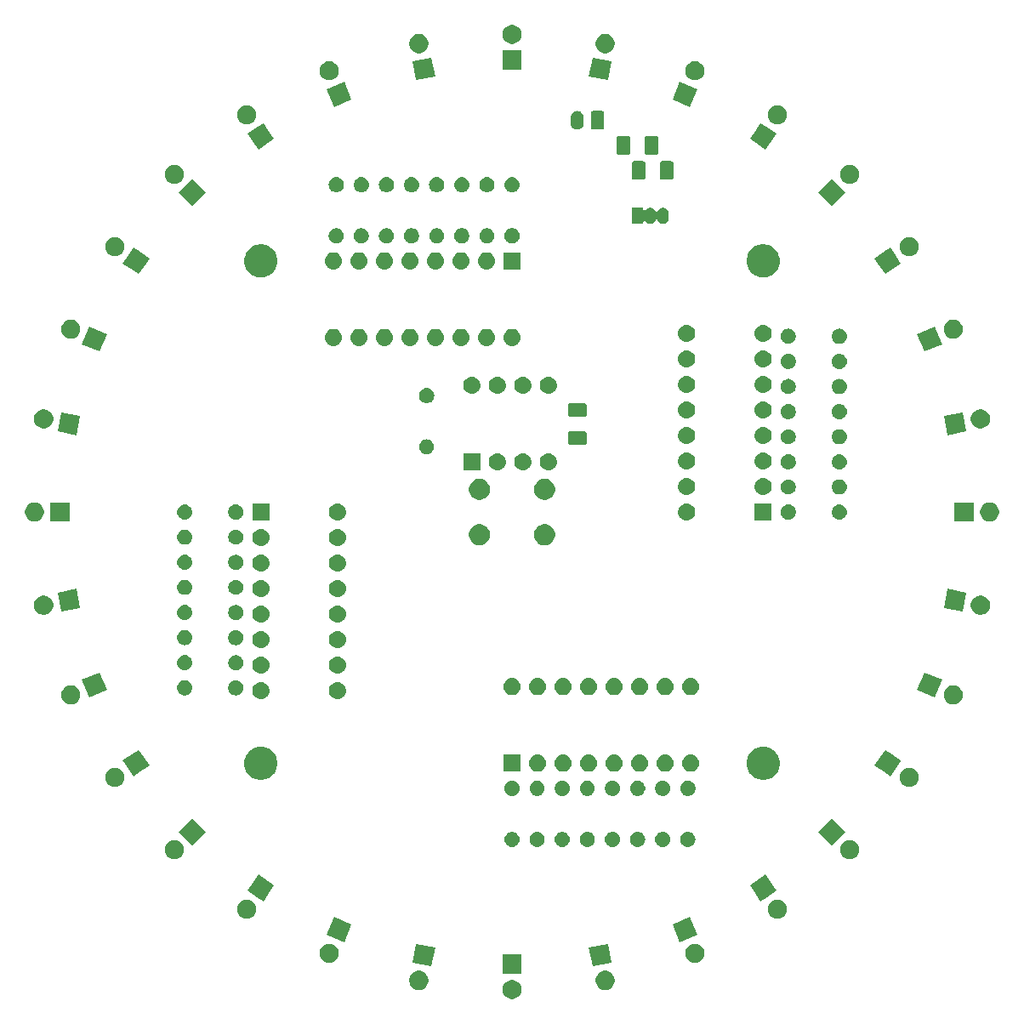
<source format=gbr>
G04 #@! TF.GenerationSoftware,KiCad,Pcbnew,(5.0.2)-1*
G04 #@! TF.CreationDate,2020-02-13T23:16:43+00:00*
G04 #@! TF.ProjectId,teatime,74656174-696d-4652-9e6b-696361645f70,rev?*
G04 #@! TF.SameCoordinates,Original*
G04 #@! TF.FileFunction,Soldermask,Top*
G04 #@! TF.FilePolarity,Negative*
%FSLAX46Y46*%
G04 Gerber Fmt 4.6, Leading zero omitted, Abs format (unit mm)*
G04 Created by KiCad (PCBNEW (5.0.2)-1) date 13/02/2020 23:16:43*
%MOMM*%
%LPD*%
G01*
G04 APERTURE LIST*
%ADD10C,0.100000*%
G04 APERTURE END LIST*
D10*
G36*
X100277396Y-146625546D02*
X100450466Y-146697234D01*
X100606230Y-146801312D01*
X100738688Y-146933770D01*
X100842766Y-147089534D01*
X100914454Y-147262604D01*
X100951000Y-147446333D01*
X100951000Y-147633667D01*
X100914454Y-147817396D01*
X100842766Y-147990466D01*
X100738688Y-148146230D01*
X100606230Y-148278688D01*
X100450466Y-148382766D01*
X100277396Y-148454454D01*
X100093667Y-148491000D01*
X99906333Y-148491000D01*
X99722604Y-148454454D01*
X99549534Y-148382766D01*
X99393770Y-148278688D01*
X99261312Y-148146230D01*
X99157234Y-147990466D01*
X99085546Y-147817396D01*
X99049000Y-147633667D01*
X99049000Y-147446333D01*
X99085546Y-147262604D01*
X99157234Y-147089534D01*
X99261312Y-146933770D01*
X99393770Y-146801312D01*
X99549534Y-146697234D01*
X99722604Y-146625546D01*
X99906333Y-146589000D01*
X100093667Y-146589000D01*
X100277396Y-146625546D01*
X100277396Y-146625546D01*
G37*
G36*
X109551989Y-145712078D02*
X109725059Y-145783766D01*
X109880823Y-145887844D01*
X110013281Y-146020302D01*
X110117359Y-146176066D01*
X110189047Y-146349136D01*
X110225593Y-146532865D01*
X110225593Y-146720199D01*
X110189047Y-146903928D01*
X110117359Y-147076998D01*
X110013281Y-147232762D01*
X109880823Y-147365220D01*
X109725059Y-147469298D01*
X109551989Y-147540986D01*
X109368260Y-147577532D01*
X109180926Y-147577532D01*
X108997197Y-147540986D01*
X108824127Y-147469298D01*
X108668363Y-147365220D01*
X108535905Y-147232762D01*
X108431827Y-147076998D01*
X108360139Y-146903928D01*
X108323593Y-146720199D01*
X108323593Y-146532865D01*
X108360139Y-146349136D01*
X108431827Y-146176066D01*
X108535905Y-146020302D01*
X108668363Y-145887844D01*
X108824127Y-145783766D01*
X108997197Y-145712078D01*
X109180926Y-145675532D01*
X109368260Y-145675532D01*
X109551989Y-145712078D01*
X109551989Y-145712078D01*
G37*
G36*
X91002802Y-145712078D02*
X91175872Y-145783766D01*
X91331636Y-145887844D01*
X91464094Y-146020302D01*
X91568172Y-146176066D01*
X91639860Y-146349136D01*
X91676406Y-146532865D01*
X91676406Y-146720199D01*
X91639860Y-146903928D01*
X91568172Y-147076998D01*
X91464094Y-147232762D01*
X91331636Y-147365220D01*
X91175872Y-147469298D01*
X91002802Y-147540986D01*
X90819073Y-147577532D01*
X90631739Y-147577532D01*
X90448010Y-147540986D01*
X90274940Y-147469298D01*
X90119176Y-147365220D01*
X89986718Y-147232762D01*
X89882640Y-147076998D01*
X89810952Y-146903928D01*
X89774406Y-146720199D01*
X89774406Y-146532865D01*
X89810952Y-146349136D01*
X89882640Y-146176066D01*
X89986718Y-146020302D01*
X90119176Y-145887844D01*
X90274940Y-145783766D01*
X90448010Y-145712078D01*
X90631739Y-145675532D01*
X90819073Y-145675532D01*
X91002802Y-145712078D01*
X91002802Y-145712078D01*
G37*
G36*
X100951000Y-145951000D02*
X99049000Y-145951000D01*
X99049000Y-144049000D01*
X100951000Y-144049000D01*
X100951000Y-145951000D01*
X100951000Y-145951000D01*
G37*
G36*
X109897322Y-144882533D02*
X108031868Y-145253595D01*
X107660806Y-143388141D01*
X109526260Y-143017079D01*
X109897322Y-144882533D01*
X109897322Y-144882533D01*
G37*
G36*
X92339193Y-143388141D02*
X91968131Y-145253595D01*
X90102677Y-144882533D01*
X90473739Y-143017079D01*
X92339193Y-143388141D01*
X92339193Y-143388141D01*
G37*
G36*
X118470166Y-143006778D02*
X118643236Y-143078466D01*
X118799000Y-143182544D01*
X118931458Y-143315002D01*
X119035536Y-143470766D01*
X119107224Y-143643836D01*
X119143770Y-143827565D01*
X119143770Y-144014899D01*
X119107224Y-144198628D01*
X119035536Y-144371698D01*
X118931458Y-144527462D01*
X118799000Y-144659920D01*
X118643236Y-144763998D01*
X118470166Y-144835686D01*
X118286437Y-144872232D01*
X118099103Y-144872232D01*
X117915374Y-144835686D01*
X117742304Y-144763998D01*
X117586540Y-144659920D01*
X117454082Y-144527462D01*
X117350004Y-144371698D01*
X117278316Y-144198628D01*
X117241770Y-144014899D01*
X117241770Y-143827565D01*
X117278316Y-143643836D01*
X117350004Y-143470766D01*
X117454082Y-143315002D01*
X117586540Y-143182544D01*
X117742304Y-143078466D01*
X117915374Y-143006778D01*
X118099103Y-142970232D01*
X118286437Y-142970232D01*
X118470166Y-143006778D01*
X118470166Y-143006778D01*
G37*
G36*
X82084625Y-143006778D02*
X82257695Y-143078466D01*
X82413459Y-143182544D01*
X82545917Y-143315002D01*
X82649995Y-143470766D01*
X82721683Y-143643836D01*
X82758229Y-143827565D01*
X82758229Y-144014899D01*
X82721683Y-144198628D01*
X82649995Y-144371698D01*
X82545917Y-144527462D01*
X82413459Y-144659920D01*
X82257695Y-144763998D01*
X82084625Y-144835686D01*
X81900896Y-144872232D01*
X81713562Y-144872232D01*
X81529833Y-144835686D01*
X81356763Y-144763998D01*
X81200999Y-144659920D01*
X81068541Y-144527462D01*
X80964463Y-144371698D01*
X80892775Y-144198628D01*
X80856229Y-144014899D01*
X80856229Y-143827565D01*
X80892775Y-143643836D01*
X80964463Y-143470766D01*
X81068541Y-143315002D01*
X81200999Y-143182544D01*
X81356763Y-143078466D01*
X81529833Y-143006778D01*
X81713562Y-142970232D01*
X81900896Y-142970232D01*
X82084625Y-143006778D01*
X82084625Y-143006778D01*
G37*
G36*
X118463296Y-142089256D02*
X116706076Y-142817120D01*
X115978212Y-141059900D01*
X117735432Y-140332036D01*
X118463296Y-142089256D01*
X118463296Y-142089256D01*
G37*
G36*
X84021787Y-141059900D02*
X83293923Y-142817120D01*
X81536703Y-142089256D01*
X82264567Y-140332036D01*
X84021787Y-141059900D01*
X84021787Y-141059900D01*
G37*
G36*
X126689204Y-138613611D02*
X126862274Y-138685299D01*
X127018038Y-138789377D01*
X127150496Y-138921835D01*
X127254574Y-139077599D01*
X127326262Y-139250669D01*
X127362808Y-139434398D01*
X127362808Y-139621732D01*
X127326262Y-139805461D01*
X127254574Y-139978531D01*
X127150496Y-140134295D01*
X127018038Y-140266753D01*
X126862274Y-140370831D01*
X126689204Y-140442519D01*
X126505475Y-140479065D01*
X126318141Y-140479065D01*
X126134412Y-140442519D01*
X125961342Y-140370831D01*
X125805578Y-140266753D01*
X125673120Y-140134295D01*
X125569042Y-139978531D01*
X125497354Y-139805461D01*
X125460808Y-139621732D01*
X125460808Y-139434398D01*
X125497354Y-139250669D01*
X125569042Y-139077599D01*
X125673120Y-138921835D01*
X125805578Y-138789377D01*
X125961342Y-138685299D01*
X126134412Y-138613611D01*
X126318141Y-138577065D01*
X126505475Y-138577065D01*
X126689204Y-138613611D01*
X126689204Y-138613611D01*
G37*
G36*
X73865587Y-138613611D02*
X74038657Y-138685299D01*
X74194421Y-138789377D01*
X74326879Y-138921835D01*
X74430957Y-139077599D01*
X74502645Y-139250669D01*
X74539191Y-139434398D01*
X74539191Y-139621732D01*
X74502645Y-139805461D01*
X74430957Y-139978531D01*
X74326879Y-140134295D01*
X74194421Y-140266753D01*
X74038657Y-140370831D01*
X73865587Y-140442519D01*
X73681858Y-140479065D01*
X73494524Y-140479065D01*
X73310795Y-140442519D01*
X73137725Y-140370831D01*
X72981961Y-140266753D01*
X72849503Y-140134295D01*
X72745425Y-139978531D01*
X72673737Y-139805461D01*
X72637191Y-139621732D01*
X72637191Y-139434398D01*
X72673737Y-139250669D01*
X72745425Y-139077599D01*
X72849503Y-138921835D01*
X72981961Y-138789377D01*
X73137725Y-138685299D01*
X73310795Y-138613611D01*
X73494524Y-138577065D01*
X73681858Y-138577065D01*
X73865587Y-138613611D01*
X73865587Y-138613611D01*
G37*
G36*
X125896483Y-137045070D02*
X126319735Y-137678512D01*
X126319735Y-137678513D01*
X125371722Y-138311955D01*
X124738280Y-138735207D01*
X124738279Y-138735207D01*
X124032219Y-137678512D01*
X123681585Y-137153752D01*
X123681585Y-137153751D01*
X124629598Y-136520309D01*
X125263040Y-136097057D01*
X125263041Y-136097057D01*
X125896483Y-137045070D01*
X125896483Y-137045070D01*
G37*
G36*
X75370401Y-136520309D02*
X76318414Y-137153751D01*
X76318414Y-137153752D01*
X75967780Y-137678512D01*
X75261720Y-138735207D01*
X75261719Y-138735207D01*
X74628277Y-138311955D01*
X73680264Y-137678513D01*
X73680264Y-137678512D01*
X74103516Y-137045070D01*
X74736958Y-136097057D01*
X74736959Y-136097057D01*
X75370401Y-136520309D01*
X75370401Y-136520309D01*
G37*
G36*
X133893252Y-132701402D02*
X134066322Y-132773090D01*
X134222086Y-132877168D01*
X134354544Y-133009626D01*
X134458622Y-133165390D01*
X134530310Y-133338460D01*
X134566856Y-133522189D01*
X134566856Y-133709523D01*
X134530310Y-133893252D01*
X134458622Y-134066322D01*
X134354544Y-134222086D01*
X134222086Y-134354544D01*
X134066322Y-134458622D01*
X133893252Y-134530310D01*
X133709523Y-134566856D01*
X133522189Y-134566856D01*
X133338460Y-134530310D01*
X133165390Y-134458622D01*
X133009626Y-134354544D01*
X132877168Y-134222086D01*
X132773090Y-134066322D01*
X132701402Y-133893252D01*
X132664856Y-133709523D01*
X132664856Y-133522189D01*
X132701402Y-133338460D01*
X132773090Y-133165390D01*
X132877168Y-133009626D01*
X133009626Y-132877168D01*
X133165390Y-132773090D01*
X133338460Y-132701402D01*
X133522189Y-132664856D01*
X133709523Y-132664856D01*
X133893252Y-132701402D01*
X133893252Y-132701402D01*
G37*
G36*
X66661539Y-132701402D02*
X66834609Y-132773090D01*
X66990373Y-132877168D01*
X67122831Y-133009626D01*
X67226909Y-133165390D01*
X67298597Y-133338460D01*
X67335143Y-133522189D01*
X67335143Y-133709523D01*
X67298597Y-133893252D01*
X67226909Y-134066322D01*
X67122831Y-134222086D01*
X66990373Y-134354544D01*
X66834609Y-134458622D01*
X66661539Y-134530310D01*
X66477810Y-134566856D01*
X66290476Y-134566856D01*
X66106747Y-134530310D01*
X65933677Y-134458622D01*
X65777913Y-134354544D01*
X65645455Y-134222086D01*
X65541377Y-134066322D01*
X65469689Y-133893252D01*
X65433143Y-133709523D01*
X65433143Y-133522189D01*
X65469689Y-133338460D01*
X65541377Y-133165390D01*
X65645455Y-133009626D01*
X65777913Y-132877168D01*
X65933677Y-132773090D01*
X66106747Y-132701402D01*
X66290476Y-132664856D01*
X66477810Y-132664856D01*
X66661539Y-132701402D01*
X66661539Y-132701402D01*
G37*
G36*
X117573665Y-131832622D02*
X117647222Y-131839867D01*
X117788786Y-131882810D01*
X117919252Y-131952546D01*
X118033606Y-132046394D01*
X118127454Y-132160748D01*
X118197190Y-132291214D01*
X118240133Y-132432778D01*
X118254633Y-132580000D01*
X118240133Y-132727222D01*
X118197190Y-132868786D01*
X118127454Y-132999252D01*
X118033606Y-133113606D01*
X117919252Y-133207454D01*
X117788786Y-133277190D01*
X117647222Y-133320133D01*
X117573665Y-133327378D01*
X117536888Y-133331000D01*
X117463112Y-133331000D01*
X117426335Y-133327378D01*
X117352778Y-133320133D01*
X117211214Y-133277190D01*
X117080748Y-133207454D01*
X116966394Y-133113606D01*
X116872546Y-132999252D01*
X116802810Y-132868786D01*
X116759867Y-132727222D01*
X116745367Y-132580000D01*
X116759867Y-132432778D01*
X116802810Y-132291214D01*
X116872546Y-132160748D01*
X116966394Y-132046394D01*
X117080748Y-131952546D01*
X117211214Y-131882810D01*
X117352778Y-131839867D01*
X117426335Y-131832622D01*
X117463112Y-131829000D01*
X117536888Y-131829000D01*
X117573665Y-131832622D01*
X117573665Y-131832622D01*
G37*
G36*
X115073665Y-131832622D02*
X115147222Y-131839867D01*
X115288786Y-131882810D01*
X115419252Y-131952546D01*
X115533606Y-132046394D01*
X115627454Y-132160748D01*
X115697190Y-132291214D01*
X115740133Y-132432778D01*
X115754633Y-132580000D01*
X115740133Y-132727222D01*
X115697190Y-132868786D01*
X115627454Y-132999252D01*
X115533606Y-133113606D01*
X115419252Y-133207454D01*
X115288786Y-133277190D01*
X115147222Y-133320133D01*
X115073665Y-133327378D01*
X115036888Y-133331000D01*
X114963112Y-133331000D01*
X114926335Y-133327378D01*
X114852778Y-133320133D01*
X114711214Y-133277190D01*
X114580748Y-133207454D01*
X114466394Y-133113606D01*
X114372546Y-132999252D01*
X114302810Y-132868786D01*
X114259867Y-132727222D01*
X114245367Y-132580000D01*
X114259867Y-132432778D01*
X114302810Y-132291214D01*
X114372546Y-132160748D01*
X114466394Y-132046394D01*
X114580748Y-131952546D01*
X114711214Y-131882810D01*
X114852778Y-131839867D01*
X114926335Y-131832622D01*
X114963112Y-131829000D01*
X115036888Y-131829000D01*
X115073665Y-131832622D01*
X115073665Y-131832622D01*
G37*
G36*
X112573665Y-131832622D02*
X112647222Y-131839867D01*
X112788786Y-131882810D01*
X112919252Y-131952546D01*
X113033606Y-132046394D01*
X113127454Y-132160748D01*
X113197190Y-132291214D01*
X113240133Y-132432778D01*
X113254633Y-132580000D01*
X113240133Y-132727222D01*
X113197190Y-132868786D01*
X113127454Y-132999252D01*
X113033606Y-133113606D01*
X112919252Y-133207454D01*
X112788786Y-133277190D01*
X112647222Y-133320133D01*
X112573665Y-133327378D01*
X112536888Y-133331000D01*
X112463112Y-133331000D01*
X112426335Y-133327378D01*
X112352778Y-133320133D01*
X112211214Y-133277190D01*
X112080748Y-133207454D01*
X111966394Y-133113606D01*
X111872546Y-132999252D01*
X111802810Y-132868786D01*
X111759867Y-132727222D01*
X111745367Y-132580000D01*
X111759867Y-132432778D01*
X111802810Y-132291214D01*
X111872546Y-132160748D01*
X111966394Y-132046394D01*
X112080748Y-131952546D01*
X112211214Y-131882810D01*
X112352778Y-131839867D01*
X112426335Y-131832622D01*
X112463112Y-131829000D01*
X112536888Y-131829000D01*
X112573665Y-131832622D01*
X112573665Y-131832622D01*
G37*
G36*
X110073665Y-131832622D02*
X110147222Y-131839867D01*
X110288786Y-131882810D01*
X110419252Y-131952546D01*
X110533606Y-132046394D01*
X110627454Y-132160748D01*
X110697190Y-132291214D01*
X110740133Y-132432778D01*
X110754633Y-132580000D01*
X110740133Y-132727222D01*
X110697190Y-132868786D01*
X110627454Y-132999252D01*
X110533606Y-133113606D01*
X110419252Y-133207454D01*
X110288786Y-133277190D01*
X110147222Y-133320133D01*
X110073665Y-133327378D01*
X110036888Y-133331000D01*
X109963112Y-133331000D01*
X109926335Y-133327378D01*
X109852778Y-133320133D01*
X109711214Y-133277190D01*
X109580748Y-133207454D01*
X109466394Y-133113606D01*
X109372546Y-132999252D01*
X109302810Y-132868786D01*
X109259867Y-132727222D01*
X109245367Y-132580000D01*
X109259867Y-132432778D01*
X109302810Y-132291214D01*
X109372546Y-132160748D01*
X109466394Y-132046394D01*
X109580748Y-131952546D01*
X109711214Y-131882810D01*
X109852778Y-131839867D01*
X109926335Y-131832622D01*
X109963112Y-131829000D01*
X110036888Y-131829000D01*
X110073665Y-131832622D01*
X110073665Y-131832622D01*
G37*
G36*
X107573665Y-131832622D02*
X107647222Y-131839867D01*
X107788786Y-131882810D01*
X107919252Y-131952546D01*
X108033606Y-132046394D01*
X108127454Y-132160748D01*
X108197190Y-132291214D01*
X108240133Y-132432778D01*
X108254633Y-132580000D01*
X108240133Y-132727222D01*
X108197190Y-132868786D01*
X108127454Y-132999252D01*
X108033606Y-133113606D01*
X107919252Y-133207454D01*
X107788786Y-133277190D01*
X107647222Y-133320133D01*
X107573665Y-133327378D01*
X107536888Y-133331000D01*
X107463112Y-133331000D01*
X107426335Y-133327378D01*
X107352778Y-133320133D01*
X107211214Y-133277190D01*
X107080748Y-133207454D01*
X106966394Y-133113606D01*
X106872546Y-132999252D01*
X106802810Y-132868786D01*
X106759867Y-132727222D01*
X106745367Y-132580000D01*
X106759867Y-132432778D01*
X106802810Y-132291214D01*
X106872546Y-132160748D01*
X106966394Y-132046394D01*
X107080748Y-131952546D01*
X107211214Y-131882810D01*
X107352778Y-131839867D01*
X107426335Y-131832622D01*
X107463112Y-131829000D01*
X107536888Y-131829000D01*
X107573665Y-131832622D01*
X107573665Y-131832622D01*
G37*
G36*
X105073665Y-131832622D02*
X105147222Y-131839867D01*
X105288786Y-131882810D01*
X105419252Y-131952546D01*
X105533606Y-132046394D01*
X105627454Y-132160748D01*
X105697190Y-132291214D01*
X105740133Y-132432778D01*
X105754633Y-132580000D01*
X105740133Y-132727222D01*
X105697190Y-132868786D01*
X105627454Y-132999252D01*
X105533606Y-133113606D01*
X105419252Y-133207454D01*
X105288786Y-133277190D01*
X105147222Y-133320133D01*
X105073665Y-133327378D01*
X105036888Y-133331000D01*
X104963112Y-133331000D01*
X104926335Y-133327378D01*
X104852778Y-133320133D01*
X104711214Y-133277190D01*
X104580748Y-133207454D01*
X104466394Y-133113606D01*
X104372546Y-132999252D01*
X104302810Y-132868786D01*
X104259867Y-132727222D01*
X104245367Y-132580000D01*
X104259867Y-132432778D01*
X104302810Y-132291214D01*
X104372546Y-132160748D01*
X104466394Y-132046394D01*
X104580748Y-131952546D01*
X104711214Y-131882810D01*
X104852778Y-131839867D01*
X104926335Y-131832622D01*
X104963112Y-131829000D01*
X105036888Y-131829000D01*
X105073665Y-131832622D01*
X105073665Y-131832622D01*
G37*
G36*
X102573665Y-131832622D02*
X102647222Y-131839867D01*
X102788786Y-131882810D01*
X102919252Y-131952546D01*
X103033606Y-132046394D01*
X103127454Y-132160748D01*
X103197190Y-132291214D01*
X103240133Y-132432778D01*
X103254633Y-132580000D01*
X103240133Y-132727222D01*
X103197190Y-132868786D01*
X103127454Y-132999252D01*
X103033606Y-133113606D01*
X102919252Y-133207454D01*
X102788786Y-133277190D01*
X102647222Y-133320133D01*
X102573665Y-133327378D01*
X102536888Y-133331000D01*
X102463112Y-133331000D01*
X102426335Y-133327378D01*
X102352778Y-133320133D01*
X102211214Y-133277190D01*
X102080748Y-133207454D01*
X101966394Y-133113606D01*
X101872546Y-132999252D01*
X101802810Y-132868786D01*
X101759867Y-132727222D01*
X101745367Y-132580000D01*
X101759867Y-132432778D01*
X101802810Y-132291214D01*
X101872546Y-132160748D01*
X101966394Y-132046394D01*
X102080748Y-131952546D01*
X102211214Y-131882810D01*
X102352778Y-131839867D01*
X102426335Y-131832622D01*
X102463112Y-131829000D01*
X102536888Y-131829000D01*
X102573665Y-131832622D01*
X102573665Y-131832622D01*
G37*
G36*
X100073665Y-131832622D02*
X100147222Y-131839867D01*
X100288786Y-131882810D01*
X100419252Y-131952546D01*
X100533606Y-132046394D01*
X100627454Y-132160748D01*
X100697190Y-132291214D01*
X100740133Y-132432778D01*
X100754633Y-132580000D01*
X100740133Y-132727222D01*
X100697190Y-132868786D01*
X100627454Y-132999252D01*
X100533606Y-133113606D01*
X100419252Y-133207454D01*
X100288786Y-133277190D01*
X100147222Y-133320133D01*
X100073665Y-133327378D01*
X100036888Y-133331000D01*
X99963112Y-133331000D01*
X99926335Y-133327378D01*
X99852778Y-133320133D01*
X99711214Y-133277190D01*
X99580748Y-133207454D01*
X99466394Y-133113606D01*
X99372546Y-132999252D01*
X99302810Y-132868786D01*
X99259867Y-132727222D01*
X99245367Y-132580000D01*
X99259867Y-132432778D01*
X99302810Y-132291214D01*
X99372546Y-132160748D01*
X99466394Y-132046394D01*
X99580748Y-131952546D01*
X99711214Y-131882810D01*
X99852778Y-131839867D01*
X99926335Y-131832622D01*
X99963112Y-131829000D01*
X100036888Y-131829000D01*
X100073665Y-131832622D01*
X100073665Y-131832622D01*
G37*
G36*
X69525112Y-131819805D02*
X68180194Y-133164723D01*
X66835276Y-131819805D01*
X68180194Y-130474887D01*
X69525112Y-131819805D01*
X69525112Y-131819805D01*
G37*
G36*
X133164723Y-131819805D02*
X131819805Y-133164723D01*
X130474887Y-131819805D01*
X131819805Y-130474887D01*
X133164723Y-131819805D01*
X133164723Y-131819805D01*
G37*
G36*
X105132004Y-126760544D02*
X105219059Y-126777860D01*
X105355732Y-126834472D01*
X105397342Y-126862275D01*
X105478738Y-126916662D01*
X105583338Y-127021262D01*
X105583340Y-127021265D01*
X105665528Y-127144268D01*
X105722140Y-127280941D01*
X105751000Y-127426033D01*
X105751000Y-127573967D01*
X105722140Y-127719059D01*
X105665528Y-127855732D01*
X105665527Y-127855733D01*
X105583338Y-127978738D01*
X105478738Y-128083338D01*
X105478735Y-128083340D01*
X105355732Y-128165528D01*
X105219059Y-128222140D01*
X105132004Y-128239456D01*
X105073969Y-128251000D01*
X104926031Y-128251000D01*
X104867996Y-128239456D01*
X104780941Y-128222140D01*
X104644268Y-128165528D01*
X104521265Y-128083340D01*
X104521262Y-128083338D01*
X104416662Y-127978738D01*
X104334473Y-127855733D01*
X104334472Y-127855732D01*
X104277860Y-127719059D01*
X104249000Y-127573967D01*
X104249000Y-127426033D01*
X104277860Y-127280941D01*
X104334472Y-127144268D01*
X104416660Y-127021265D01*
X104416662Y-127021262D01*
X104521262Y-126916662D01*
X104602658Y-126862275D01*
X104644268Y-126834472D01*
X104780941Y-126777860D01*
X104867996Y-126760544D01*
X104926031Y-126749000D01*
X105073969Y-126749000D01*
X105132004Y-126760544D01*
X105132004Y-126760544D01*
G37*
G36*
X117632004Y-126760544D02*
X117719059Y-126777860D01*
X117855732Y-126834472D01*
X117897342Y-126862275D01*
X117978738Y-126916662D01*
X118083338Y-127021262D01*
X118083340Y-127021265D01*
X118165528Y-127144268D01*
X118222140Y-127280941D01*
X118251000Y-127426033D01*
X118251000Y-127573967D01*
X118222140Y-127719059D01*
X118165528Y-127855732D01*
X118165527Y-127855733D01*
X118083338Y-127978738D01*
X117978738Y-128083338D01*
X117978735Y-128083340D01*
X117855732Y-128165528D01*
X117719059Y-128222140D01*
X117632004Y-128239456D01*
X117573969Y-128251000D01*
X117426031Y-128251000D01*
X117367996Y-128239456D01*
X117280941Y-128222140D01*
X117144268Y-128165528D01*
X117021265Y-128083340D01*
X117021262Y-128083338D01*
X116916662Y-127978738D01*
X116834473Y-127855733D01*
X116834472Y-127855732D01*
X116777860Y-127719059D01*
X116749000Y-127573967D01*
X116749000Y-127426033D01*
X116777860Y-127280941D01*
X116834472Y-127144268D01*
X116916660Y-127021265D01*
X116916662Y-127021262D01*
X117021262Y-126916662D01*
X117102658Y-126862275D01*
X117144268Y-126834472D01*
X117280941Y-126777860D01*
X117367996Y-126760544D01*
X117426031Y-126749000D01*
X117573969Y-126749000D01*
X117632004Y-126760544D01*
X117632004Y-126760544D01*
G37*
G36*
X115132004Y-126760544D02*
X115219059Y-126777860D01*
X115355732Y-126834472D01*
X115397342Y-126862275D01*
X115478738Y-126916662D01*
X115583338Y-127021262D01*
X115583340Y-127021265D01*
X115665528Y-127144268D01*
X115722140Y-127280941D01*
X115751000Y-127426033D01*
X115751000Y-127573967D01*
X115722140Y-127719059D01*
X115665528Y-127855732D01*
X115665527Y-127855733D01*
X115583338Y-127978738D01*
X115478738Y-128083338D01*
X115478735Y-128083340D01*
X115355732Y-128165528D01*
X115219059Y-128222140D01*
X115132004Y-128239456D01*
X115073969Y-128251000D01*
X114926031Y-128251000D01*
X114867996Y-128239456D01*
X114780941Y-128222140D01*
X114644268Y-128165528D01*
X114521265Y-128083340D01*
X114521262Y-128083338D01*
X114416662Y-127978738D01*
X114334473Y-127855733D01*
X114334472Y-127855732D01*
X114277860Y-127719059D01*
X114249000Y-127573967D01*
X114249000Y-127426033D01*
X114277860Y-127280941D01*
X114334472Y-127144268D01*
X114416660Y-127021265D01*
X114416662Y-127021262D01*
X114521262Y-126916662D01*
X114602658Y-126862275D01*
X114644268Y-126834472D01*
X114780941Y-126777860D01*
X114867996Y-126760544D01*
X114926031Y-126749000D01*
X115073969Y-126749000D01*
X115132004Y-126760544D01*
X115132004Y-126760544D01*
G37*
G36*
X102632004Y-126760544D02*
X102719059Y-126777860D01*
X102855732Y-126834472D01*
X102897342Y-126862275D01*
X102978738Y-126916662D01*
X103083338Y-127021262D01*
X103083340Y-127021265D01*
X103165528Y-127144268D01*
X103222140Y-127280941D01*
X103251000Y-127426033D01*
X103251000Y-127573967D01*
X103222140Y-127719059D01*
X103165528Y-127855732D01*
X103165527Y-127855733D01*
X103083338Y-127978738D01*
X102978738Y-128083338D01*
X102978735Y-128083340D01*
X102855732Y-128165528D01*
X102719059Y-128222140D01*
X102632004Y-128239456D01*
X102573969Y-128251000D01*
X102426031Y-128251000D01*
X102367996Y-128239456D01*
X102280941Y-128222140D01*
X102144268Y-128165528D01*
X102021265Y-128083340D01*
X102021262Y-128083338D01*
X101916662Y-127978738D01*
X101834473Y-127855733D01*
X101834472Y-127855732D01*
X101777860Y-127719059D01*
X101749000Y-127573967D01*
X101749000Y-127426033D01*
X101777860Y-127280941D01*
X101834472Y-127144268D01*
X101916660Y-127021265D01*
X101916662Y-127021262D01*
X102021262Y-126916662D01*
X102102658Y-126862275D01*
X102144268Y-126834472D01*
X102280941Y-126777860D01*
X102367996Y-126760544D01*
X102426031Y-126749000D01*
X102573969Y-126749000D01*
X102632004Y-126760544D01*
X102632004Y-126760544D01*
G37*
G36*
X112632004Y-126760544D02*
X112719059Y-126777860D01*
X112855732Y-126834472D01*
X112897342Y-126862275D01*
X112978738Y-126916662D01*
X113083338Y-127021262D01*
X113083340Y-127021265D01*
X113165528Y-127144268D01*
X113222140Y-127280941D01*
X113251000Y-127426033D01*
X113251000Y-127573967D01*
X113222140Y-127719059D01*
X113165528Y-127855732D01*
X113165527Y-127855733D01*
X113083338Y-127978738D01*
X112978738Y-128083338D01*
X112978735Y-128083340D01*
X112855732Y-128165528D01*
X112719059Y-128222140D01*
X112632004Y-128239456D01*
X112573969Y-128251000D01*
X112426031Y-128251000D01*
X112367996Y-128239456D01*
X112280941Y-128222140D01*
X112144268Y-128165528D01*
X112021265Y-128083340D01*
X112021262Y-128083338D01*
X111916662Y-127978738D01*
X111834473Y-127855733D01*
X111834472Y-127855732D01*
X111777860Y-127719059D01*
X111749000Y-127573967D01*
X111749000Y-127426033D01*
X111777860Y-127280941D01*
X111834472Y-127144268D01*
X111916660Y-127021265D01*
X111916662Y-127021262D01*
X112021262Y-126916662D01*
X112102658Y-126862275D01*
X112144268Y-126834472D01*
X112280941Y-126777860D01*
X112367996Y-126760544D01*
X112426031Y-126749000D01*
X112573969Y-126749000D01*
X112632004Y-126760544D01*
X112632004Y-126760544D01*
G37*
G36*
X110132004Y-126760544D02*
X110219059Y-126777860D01*
X110355732Y-126834472D01*
X110397342Y-126862275D01*
X110478738Y-126916662D01*
X110583338Y-127021262D01*
X110583340Y-127021265D01*
X110665528Y-127144268D01*
X110722140Y-127280941D01*
X110751000Y-127426033D01*
X110751000Y-127573967D01*
X110722140Y-127719059D01*
X110665528Y-127855732D01*
X110665527Y-127855733D01*
X110583338Y-127978738D01*
X110478738Y-128083338D01*
X110478735Y-128083340D01*
X110355732Y-128165528D01*
X110219059Y-128222140D01*
X110132004Y-128239456D01*
X110073969Y-128251000D01*
X109926031Y-128251000D01*
X109867996Y-128239456D01*
X109780941Y-128222140D01*
X109644268Y-128165528D01*
X109521265Y-128083340D01*
X109521262Y-128083338D01*
X109416662Y-127978738D01*
X109334473Y-127855733D01*
X109334472Y-127855732D01*
X109277860Y-127719059D01*
X109249000Y-127573967D01*
X109249000Y-127426033D01*
X109277860Y-127280941D01*
X109334472Y-127144268D01*
X109416660Y-127021265D01*
X109416662Y-127021262D01*
X109521262Y-126916662D01*
X109602658Y-126862275D01*
X109644268Y-126834472D01*
X109780941Y-126777860D01*
X109867996Y-126760544D01*
X109926031Y-126749000D01*
X110073969Y-126749000D01*
X110132004Y-126760544D01*
X110132004Y-126760544D01*
G37*
G36*
X100132004Y-126760544D02*
X100219059Y-126777860D01*
X100355732Y-126834472D01*
X100397342Y-126862275D01*
X100478738Y-126916662D01*
X100583338Y-127021262D01*
X100583340Y-127021265D01*
X100665528Y-127144268D01*
X100722140Y-127280941D01*
X100751000Y-127426033D01*
X100751000Y-127573967D01*
X100722140Y-127719059D01*
X100665528Y-127855732D01*
X100665527Y-127855733D01*
X100583338Y-127978738D01*
X100478738Y-128083338D01*
X100478735Y-128083340D01*
X100355732Y-128165528D01*
X100219059Y-128222140D01*
X100132004Y-128239456D01*
X100073969Y-128251000D01*
X99926031Y-128251000D01*
X99867996Y-128239456D01*
X99780941Y-128222140D01*
X99644268Y-128165528D01*
X99521265Y-128083340D01*
X99521262Y-128083338D01*
X99416662Y-127978738D01*
X99334473Y-127855733D01*
X99334472Y-127855732D01*
X99277860Y-127719059D01*
X99249000Y-127573967D01*
X99249000Y-127426033D01*
X99277860Y-127280941D01*
X99334472Y-127144268D01*
X99416660Y-127021265D01*
X99416662Y-127021262D01*
X99521262Y-126916662D01*
X99602658Y-126862275D01*
X99644268Y-126834472D01*
X99780941Y-126777860D01*
X99867996Y-126760544D01*
X99926031Y-126749000D01*
X100073969Y-126749000D01*
X100132004Y-126760544D01*
X100132004Y-126760544D01*
G37*
G36*
X107632004Y-126760544D02*
X107719059Y-126777860D01*
X107855732Y-126834472D01*
X107897342Y-126862275D01*
X107978738Y-126916662D01*
X108083338Y-127021262D01*
X108083340Y-127021265D01*
X108165528Y-127144268D01*
X108222140Y-127280941D01*
X108251000Y-127426033D01*
X108251000Y-127573967D01*
X108222140Y-127719059D01*
X108165528Y-127855732D01*
X108165527Y-127855733D01*
X108083338Y-127978738D01*
X107978738Y-128083338D01*
X107978735Y-128083340D01*
X107855732Y-128165528D01*
X107719059Y-128222140D01*
X107632004Y-128239456D01*
X107573969Y-128251000D01*
X107426031Y-128251000D01*
X107367996Y-128239456D01*
X107280941Y-128222140D01*
X107144268Y-128165528D01*
X107021265Y-128083340D01*
X107021262Y-128083338D01*
X106916662Y-127978738D01*
X106834473Y-127855733D01*
X106834472Y-127855732D01*
X106777860Y-127719059D01*
X106749000Y-127573967D01*
X106749000Y-127426033D01*
X106777860Y-127280941D01*
X106834472Y-127144268D01*
X106916660Y-127021265D01*
X106916662Y-127021262D01*
X107021262Y-126916662D01*
X107102658Y-126862275D01*
X107144268Y-126834472D01*
X107280941Y-126777860D01*
X107367996Y-126760544D01*
X107426031Y-126749000D01*
X107573969Y-126749000D01*
X107632004Y-126760544D01*
X107632004Y-126760544D01*
G37*
G36*
X139805461Y-125497354D02*
X139978531Y-125569042D01*
X140134295Y-125673120D01*
X140266753Y-125805578D01*
X140370831Y-125961342D01*
X140442519Y-126134412D01*
X140479065Y-126318141D01*
X140479065Y-126505475D01*
X140442519Y-126689204D01*
X140370831Y-126862274D01*
X140266753Y-127018038D01*
X140134295Y-127150496D01*
X139978531Y-127254574D01*
X139805461Y-127326262D01*
X139621732Y-127362808D01*
X139434398Y-127362808D01*
X139250669Y-127326262D01*
X139077599Y-127254574D01*
X138921835Y-127150496D01*
X138789377Y-127018038D01*
X138685299Y-126862274D01*
X138613611Y-126689204D01*
X138577065Y-126505475D01*
X138577065Y-126318141D01*
X138613611Y-126134412D01*
X138685299Y-125961342D01*
X138789377Y-125805578D01*
X138921835Y-125673120D01*
X139077599Y-125569042D01*
X139250669Y-125497354D01*
X139434398Y-125460808D01*
X139621732Y-125460808D01*
X139805461Y-125497354D01*
X139805461Y-125497354D01*
G37*
G36*
X60749330Y-125497354D02*
X60922400Y-125569042D01*
X61078164Y-125673120D01*
X61210622Y-125805578D01*
X61314700Y-125961342D01*
X61386388Y-126134412D01*
X61422934Y-126318141D01*
X61422934Y-126505475D01*
X61386388Y-126689204D01*
X61314700Y-126862274D01*
X61210622Y-127018038D01*
X61078164Y-127150496D01*
X60922400Y-127254574D01*
X60749330Y-127326262D01*
X60565601Y-127362808D01*
X60378267Y-127362808D01*
X60194538Y-127326262D01*
X60021468Y-127254574D01*
X59865704Y-127150496D01*
X59733246Y-127018038D01*
X59629168Y-126862274D01*
X59557480Y-126689204D01*
X59520934Y-126505475D01*
X59520934Y-126318141D01*
X59557480Y-126134412D01*
X59629168Y-125961342D01*
X59733246Y-125805578D01*
X59865704Y-125673120D01*
X60021468Y-125569042D01*
X60194538Y-125497354D01*
X60378267Y-125460808D01*
X60565601Y-125460808D01*
X60749330Y-125497354D01*
X60749330Y-125497354D01*
G37*
G36*
X125375256Y-123391298D02*
X125481579Y-123412447D01*
X125782042Y-123536903D01*
X125998573Y-123681585D01*
X126052454Y-123717587D01*
X126282413Y-123947546D01*
X126282415Y-123947549D01*
X126463097Y-124217958D01*
X126536572Y-124395341D01*
X126587553Y-124518422D01*
X126651000Y-124837389D01*
X126651000Y-125162611D01*
X126631023Y-125263040D01*
X126587553Y-125481579D01*
X126463097Y-125782042D01*
X126343293Y-125961341D01*
X126282413Y-126052454D01*
X126052454Y-126282413D01*
X126052451Y-126282415D01*
X125782042Y-126463097D01*
X125481579Y-126587553D01*
X125375256Y-126608702D01*
X125162611Y-126651000D01*
X124837389Y-126651000D01*
X124624744Y-126608702D01*
X124518421Y-126587553D01*
X124217958Y-126463097D01*
X123947549Y-126282415D01*
X123947546Y-126282413D01*
X123717587Y-126052454D01*
X123656707Y-125961341D01*
X123536903Y-125782042D01*
X123412447Y-125481579D01*
X123368977Y-125263040D01*
X123349000Y-125162611D01*
X123349000Y-124837389D01*
X123412447Y-124518422D01*
X123463429Y-124395341D01*
X123536903Y-124217958D01*
X123717585Y-123947549D01*
X123717587Y-123947546D01*
X123947546Y-123717587D01*
X124001427Y-123681585D01*
X124217958Y-123536903D01*
X124518421Y-123412447D01*
X124624744Y-123391298D01*
X124837389Y-123349000D01*
X125162611Y-123349000D01*
X125375256Y-123391298D01*
X125375256Y-123391298D01*
G37*
G36*
X75375256Y-123391298D02*
X75481579Y-123412447D01*
X75782042Y-123536903D01*
X75998573Y-123681585D01*
X76052454Y-123717587D01*
X76282413Y-123947546D01*
X76282415Y-123947549D01*
X76463097Y-124217958D01*
X76536572Y-124395341D01*
X76587553Y-124518422D01*
X76651000Y-124837389D01*
X76651000Y-125162611D01*
X76631023Y-125263040D01*
X76587553Y-125481579D01*
X76463097Y-125782042D01*
X76343293Y-125961341D01*
X76282413Y-126052454D01*
X76052454Y-126282413D01*
X76052451Y-126282415D01*
X75782042Y-126463097D01*
X75481579Y-126587553D01*
X75375256Y-126608702D01*
X75162611Y-126651000D01*
X74837389Y-126651000D01*
X74624744Y-126608702D01*
X74518421Y-126587553D01*
X74217958Y-126463097D01*
X73947549Y-126282415D01*
X73947546Y-126282413D01*
X73717587Y-126052454D01*
X73656707Y-125961341D01*
X73536903Y-125782042D01*
X73412447Y-125481579D01*
X73368977Y-125263040D01*
X73349000Y-125162611D01*
X73349000Y-124837389D01*
X73412447Y-124518422D01*
X73463429Y-124395341D01*
X73536903Y-124217958D01*
X73717585Y-123947549D01*
X73717587Y-123947546D01*
X73947546Y-123717587D01*
X74001427Y-123681585D01*
X74217958Y-123536903D01*
X74518421Y-123412447D01*
X74624744Y-123391298D01*
X74837389Y-123349000D01*
X75162611Y-123349000D01*
X75375256Y-123391298D01*
X75375256Y-123391298D01*
G37*
G36*
X137551795Y-123947549D02*
X138735207Y-124738279D01*
X138735207Y-124738280D01*
X138671800Y-124833175D01*
X137678513Y-126319735D01*
X137678512Y-126319735D01*
X136958572Y-125838686D01*
X136097057Y-125263041D01*
X136097057Y-125263040D01*
X136676835Y-124395341D01*
X137153751Y-123681585D01*
X137153752Y-123681585D01*
X137551795Y-123947549D01*
X137551795Y-123947549D01*
G37*
G36*
X63323164Y-124395341D02*
X63902942Y-125263040D01*
X63902942Y-125263041D01*
X63041427Y-125838686D01*
X62321487Y-126319735D01*
X62321486Y-126319735D01*
X61328199Y-124833175D01*
X61264792Y-124738280D01*
X61264792Y-124738279D01*
X62448204Y-123947549D01*
X62846247Y-123681585D01*
X62846248Y-123681585D01*
X63323164Y-124395341D01*
X63323164Y-124395341D01*
G37*
G36*
X110326821Y-124161313D02*
X110326824Y-124161314D01*
X110326825Y-124161314D01*
X110487239Y-124209975D01*
X110487241Y-124209976D01*
X110487244Y-124209977D01*
X110635078Y-124288995D01*
X110764659Y-124395341D01*
X110871005Y-124524922D01*
X110950023Y-124672756D01*
X110950024Y-124672759D01*
X110950025Y-124672761D01*
X110969900Y-124738280D01*
X110998687Y-124833179D01*
X111015117Y-125000000D01*
X110998687Y-125166821D01*
X110998686Y-125166824D01*
X110998686Y-125166825D01*
X110969500Y-125263040D01*
X110950023Y-125327244D01*
X110871005Y-125475078D01*
X110764659Y-125604659D01*
X110635078Y-125711005D01*
X110487244Y-125790023D01*
X110487241Y-125790024D01*
X110487239Y-125790025D01*
X110326825Y-125838686D01*
X110326824Y-125838686D01*
X110326821Y-125838687D01*
X110201804Y-125851000D01*
X110118196Y-125851000D01*
X109993179Y-125838687D01*
X109993176Y-125838686D01*
X109993175Y-125838686D01*
X109832761Y-125790025D01*
X109832759Y-125790024D01*
X109832756Y-125790023D01*
X109684922Y-125711005D01*
X109555341Y-125604659D01*
X109448995Y-125475078D01*
X109369977Y-125327244D01*
X109350501Y-125263040D01*
X109321314Y-125166825D01*
X109321314Y-125166824D01*
X109321313Y-125166821D01*
X109304883Y-125000000D01*
X109321313Y-124833179D01*
X109350100Y-124738280D01*
X109369975Y-124672761D01*
X109369976Y-124672759D01*
X109369977Y-124672756D01*
X109448995Y-124524922D01*
X109555341Y-124395341D01*
X109684922Y-124288995D01*
X109832756Y-124209977D01*
X109832759Y-124209976D01*
X109832761Y-124209975D01*
X109993175Y-124161314D01*
X109993176Y-124161314D01*
X109993179Y-124161313D01*
X110118196Y-124149000D01*
X110201804Y-124149000D01*
X110326821Y-124161313D01*
X110326821Y-124161313D01*
G37*
G36*
X112866821Y-124161313D02*
X112866824Y-124161314D01*
X112866825Y-124161314D01*
X113027239Y-124209975D01*
X113027241Y-124209976D01*
X113027244Y-124209977D01*
X113175078Y-124288995D01*
X113304659Y-124395341D01*
X113411005Y-124524922D01*
X113490023Y-124672756D01*
X113490024Y-124672759D01*
X113490025Y-124672761D01*
X113509900Y-124738280D01*
X113538687Y-124833179D01*
X113555117Y-125000000D01*
X113538687Y-125166821D01*
X113538686Y-125166824D01*
X113538686Y-125166825D01*
X113509500Y-125263040D01*
X113490023Y-125327244D01*
X113411005Y-125475078D01*
X113304659Y-125604659D01*
X113175078Y-125711005D01*
X113027244Y-125790023D01*
X113027241Y-125790024D01*
X113027239Y-125790025D01*
X112866825Y-125838686D01*
X112866824Y-125838686D01*
X112866821Y-125838687D01*
X112741804Y-125851000D01*
X112658196Y-125851000D01*
X112533179Y-125838687D01*
X112533176Y-125838686D01*
X112533175Y-125838686D01*
X112372761Y-125790025D01*
X112372759Y-125790024D01*
X112372756Y-125790023D01*
X112224922Y-125711005D01*
X112095341Y-125604659D01*
X111988995Y-125475078D01*
X111909977Y-125327244D01*
X111890501Y-125263040D01*
X111861314Y-125166825D01*
X111861314Y-125166824D01*
X111861313Y-125166821D01*
X111844883Y-125000000D01*
X111861313Y-124833179D01*
X111890100Y-124738280D01*
X111909975Y-124672761D01*
X111909976Y-124672759D01*
X111909977Y-124672756D01*
X111988995Y-124524922D01*
X112095341Y-124395341D01*
X112224922Y-124288995D01*
X112372756Y-124209977D01*
X112372759Y-124209976D01*
X112372761Y-124209975D01*
X112533175Y-124161314D01*
X112533176Y-124161314D01*
X112533179Y-124161313D01*
X112658196Y-124149000D01*
X112741804Y-124149000D01*
X112866821Y-124161313D01*
X112866821Y-124161313D01*
G37*
G36*
X115406821Y-124161313D02*
X115406824Y-124161314D01*
X115406825Y-124161314D01*
X115567239Y-124209975D01*
X115567241Y-124209976D01*
X115567244Y-124209977D01*
X115715078Y-124288995D01*
X115844659Y-124395341D01*
X115951005Y-124524922D01*
X116030023Y-124672756D01*
X116030024Y-124672759D01*
X116030025Y-124672761D01*
X116049900Y-124738280D01*
X116078687Y-124833179D01*
X116095117Y-125000000D01*
X116078687Y-125166821D01*
X116078686Y-125166824D01*
X116078686Y-125166825D01*
X116049500Y-125263040D01*
X116030023Y-125327244D01*
X115951005Y-125475078D01*
X115844659Y-125604659D01*
X115715078Y-125711005D01*
X115567244Y-125790023D01*
X115567241Y-125790024D01*
X115567239Y-125790025D01*
X115406825Y-125838686D01*
X115406824Y-125838686D01*
X115406821Y-125838687D01*
X115281804Y-125851000D01*
X115198196Y-125851000D01*
X115073179Y-125838687D01*
X115073176Y-125838686D01*
X115073175Y-125838686D01*
X114912761Y-125790025D01*
X114912759Y-125790024D01*
X114912756Y-125790023D01*
X114764922Y-125711005D01*
X114635341Y-125604659D01*
X114528995Y-125475078D01*
X114449977Y-125327244D01*
X114430501Y-125263040D01*
X114401314Y-125166825D01*
X114401314Y-125166824D01*
X114401313Y-125166821D01*
X114384883Y-125000000D01*
X114401313Y-124833179D01*
X114430100Y-124738280D01*
X114449975Y-124672761D01*
X114449976Y-124672759D01*
X114449977Y-124672756D01*
X114528995Y-124524922D01*
X114635341Y-124395341D01*
X114764922Y-124288995D01*
X114912756Y-124209977D01*
X114912759Y-124209976D01*
X114912761Y-124209975D01*
X115073175Y-124161314D01*
X115073176Y-124161314D01*
X115073179Y-124161313D01*
X115198196Y-124149000D01*
X115281804Y-124149000D01*
X115406821Y-124161313D01*
X115406821Y-124161313D01*
G37*
G36*
X117946821Y-124161313D02*
X117946824Y-124161314D01*
X117946825Y-124161314D01*
X118107239Y-124209975D01*
X118107241Y-124209976D01*
X118107244Y-124209977D01*
X118255078Y-124288995D01*
X118384659Y-124395341D01*
X118491005Y-124524922D01*
X118570023Y-124672756D01*
X118570024Y-124672759D01*
X118570025Y-124672761D01*
X118589900Y-124738280D01*
X118618687Y-124833179D01*
X118635117Y-125000000D01*
X118618687Y-125166821D01*
X118618686Y-125166824D01*
X118618686Y-125166825D01*
X118589500Y-125263040D01*
X118570023Y-125327244D01*
X118491005Y-125475078D01*
X118384659Y-125604659D01*
X118255078Y-125711005D01*
X118107244Y-125790023D01*
X118107241Y-125790024D01*
X118107239Y-125790025D01*
X117946825Y-125838686D01*
X117946824Y-125838686D01*
X117946821Y-125838687D01*
X117821804Y-125851000D01*
X117738196Y-125851000D01*
X117613179Y-125838687D01*
X117613176Y-125838686D01*
X117613175Y-125838686D01*
X117452761Y-125790025D01*
X117452759Y-125790024D01*
X117452756Y-125790023D01*
X117304922Y-125711005D01*
X117175341Y-125604659D01*
X117068995Y-125475078D01*
X116989977Y-125327244D01*
X116970501Y-125263040D01*
X116941314Y-125166825D01*
X116941314Y-125166824D01*
X116941313Y-125166821D01*
X116924883Y-125000000D01*
X116941313Y-124833179D01*
X116970100Y-124738280D01*
X116989975Y-124672761D01*
X116989976Y-124672759D01*
X116989977Y-124672756D01*
X117068995Y-124524922D01*
X117175341Y-124395341D01*
X117304922Y-124288995D01*
X117452756Y-124209977D01*
X117452759Y-124209976D01*
X117452761Y-124209975D01*
X117613175Y-124161314D01*
X117613176Y-124161314D01*
X117613179Y-124161313D01*
X117738196Y-124149000D01*
X117821804Y-124149000D01*
X117946821Y-124161313D01*
X117946821Y-124161313D01*
G37*
G36*
X107786821Y-124161313D02*
X107786824Y-124161314D01*
X107786825Y-124161314D01*
X107947239Y-124209975D01*
X107947241Y-124209976D01*
X107947244Y-124209977D01*
X108095078Y-124288995D01*
X108224659Y-124395341D01*
X108331005Y-124524922D01*
X108410023Y-124672756D01*
X108410024Y-124672759D01*
X108410025Y-124672761D01*
X108429900Y-124738280D01*
X108458687Y-124833179D01*
X108475117Y-125000000D01*
X108458687Y-125166821D01*
X108458686Y-125166824D01*
X108458686Y-125166825D01*
X108429500Y-125263040D01*
X108410023Y-125327244D01*
X108331005Y-125475078D01*
X108224659Y-125604659D01*
X108095078Y-125711005D01*
X107947244Y-125790023D01*
X107947241Y-125790024D01*
X107947239Y-125790025D01*
X107786825Y-125838686D01*
X107786824Y-125838686D01*
X107786821Y-125838687D01*
X107661804Y-125851000D01*
X107578196Y-125851000D01*
X107453179Y-125838687D01*
X107453176Y-125838686D01*
X107453175Y-125838686D01*
X107292761Y-125790025D01*
X107292759Y-125790024D01*
X107292756Y-125790023D01*
X107144922Y-125711005D01*
X107015341Y-125604659D01*
X106908995Y-125475078D01*
X106829977Y-125327244D01*
X106810501Y-125263040D01*
X106781314Y-125166825D01*
X106781314Y-125166824D01*
X106781313Y-125166821D01*
X106764883Y-125000000D01*
X106781313Y-124833179D01*
X106810100Y-124738280D01*
X106829975Y-124672761D01*
X106829976Y-124672759D01*
X106829977Y-124672756D01*
X106908995Y-124524922D01*
X107015341Y-124395341D01*
X107144922Y-124288995D01*
X107292756Y-124209977D01*
X107292759Y-124209976D01*
X107292761Y-124209975D01*
X107453175Y-124161314D01*
X107453176Y-124161314D01*
X107453179Y-124161313D01*
X107578196Y-124149000D01*
X107661804Y-124149000D01*
X107786821Y-124161313D01*
X107786821Y-124161313D01*
G37*
G36*
X105246821Y-124161313D02*
X105246824Y-124161314D01*
X105246825Y-124161314D01*
X105407239Y-124209975D01*
X105407241Y-124209976D01*
X105407244Y-124209977D01*
X105555078Y-124288995D01*
X105684659Y-124395341D01*
X105791005Y-124524922D01*
X105870023Y-124672756D01*
X105870024Y-124672759D01*
X105870025Y-124672761D01*
X105889900Y-124738280D01*
X105918687Y-124833179D01*
X105935117Y-125000000D01*
X105918687Y-125166821D01*
X105918686Y-125166824D01*
X105918686Y-125166825D01*
X105889500Y-125263040D01*
X105870023Y-125327244D01*
X105791005Y-125475078D01*
X105684659Y-125604659D01*
X105555078Y-125711005D01*
X105407244Y-125790023D01*
X105407241Y-125790024D01*
X105407239Y-125790025D01*
X105246825Y-125838686D01*
X105246824Y-125838686D01*
X105246821Y-125838687D01*
X105121804Y-125851000D01*
X105038196Y-125851000D01*
X104913179Y-125838687D01*
X104913176Y-125838686D01*
X104913175Y-125838686D01*
X104752761Y-125790025D01*
X104752759Y-125790024D01*
X104752756Y-125790023D01*
X104604922Y-125711005D01*
X104475341Y-125604659D01*
X104368995Y-125475078D01*
X104289977Y-125327244D01*
X104270501Y-125263040D01*
X104241314Y-125166825D01*
X104241314Y-125166824D01*
X104241313Y-125166821D01*
X104224883Y-125000000D01*
X104241313Y-124833179D01*
X104270100Y-124738280D01*
X104289975Y-124672761D01*
X104289976Y-124672759D01*
X104289977Y-124672756D01*
X104368995Y-124524922D01*
X104475341Y-124395341D01*
X104604922Y-124288995D01*
X104752756Y-124209977D01*
X104752759Y-124209976D01*
X104752761Y-124209975D01*
X104913175Y-124161314D01*
X104913176Y-124161314D01*
X104913179Y-124161313D01*
X105038196Y-124149000D01*
X105121804Y-124149000D01*
X105246821Y-124161313D01*
X105246821Y-124161313D01*
G37*
G36*
X102706821Y-124161313D02*
X102706824Y-124161314D01*
X102706825Y-124161314D01*
X102867239Y-124209975D01*
X102867241Y-124209976D01*
X102867244Y-124209977D01*
X103015078Y-124288995D01*
X103144659Y-124395341D01*
X103251005Y-124524922D01*
X103330023Y-124672756D01*
X103330024Y-124672759D01*
X103330025Y-124672761D01*
X103349900Y-124738280D01*
X103378687Y-124833179D01*
X103395117Y-125000000D01*
X103378687Y-125166821D01*
X103378686Y-125166824D01*
X103378686Y-125166825D01*
X103349500Y-125263040D01*
X103330023Y-125327244D01*
X103251005Y-125475078D01*
X103144659Y-125604659D01*
X103015078Y-125711005D01*
X102867244Y-125790023D01*
X102867241Y-125790024D01*
X102867239Y-125790025D01*
X102706825Y-125838686D01*
X102706824Y-125838686D01*
X102706821Y-125838687D01*
X102581804Y-125851000D01*
X102498196Y-125851000D01*
X102373179Y-125838687D01*
X102373176Y-125838686D01*
X102373175Y-125838686D01*
X102212761Y-125790025D01*
X102212759Y-125790024D01*
X102212756Y-125790023D01*
X102064922Y-125711005D01*
X101935341Y-125604659D01*
X101828995Y-125475078D01*
X101749977Y-125327244D01*
X101730501Y-125263040D01*
X101701314Y-125166825D01*
X101701314Y-125166824D01*
X101701313Y-125166821D01*
X101684883Y-125000000D01*
X101701313Y-124833179D01*
X101730100Y-124738280D01*
X101749975Y-124672761D01*
X101749976Y-124672759D01*
X101749977Y-124672756D01*
X101828995Y-124524922D01*
X101935341Y-124395341D01*
X102064922Y-124288995D01*
X102212756Y-124209977D01*
X102212759Y-124209976D01*
X102212761Y-124209975D01*
X102373175Y-124161314D01*
X102373176Y-124161314D01*
X102373179Y-124161313D01*
X102498196Y-124149000D01*
X102581804Y-124149000D01*
X102706821Y-124161313D01*
X102706821Y-124161313D01*
G37*
G36*
X100851000Y-125851000D02*
X99149000Y-125851000D01*
X99149000Y-124149000D01*
X100851000Y-124149000D01*
X100851000Y-125851000D01*
X100851000Y-125851000D01*
G37*
G36*
X56356163Y-117278316D02*
X56529233Y-117350004D01*
X56684997Y-117454082D01*
X56817455Y-117586540D01*
X56921533Y-117742304D01*
X56993221Y-117915374D01*
X57029767Y-118099103D01*
X57029767Y-118286437D01*
X56993221Y-118470166D01*
X56921533Y-118643236D01*
X56817455Y-118799000D01*
X56684997Y-118931458D01*
X56529233Y-119035536D01*
X56356163Y-119107224D01*
X56172434Y-119143770D01*
X55985100Y-119143770D01*
X55801371Y-119107224D01*
X55628301Y-119035536D01*
X55472537Y-118931458D01*
X55340079Y-118799000D01*
X55236001Y-118643236D01*
X55164313Y-118470166D01*
X55127767Y-118286437D01*
X55127767Y-118099103D01*
X55164313Y-117915374D01*
X55236001Y-117742304D01*
X55340079Y-117586540D01*
X55472537Y-117454082D01*
X55628301Y-117350004D01*
X55801371Y-117278316D01*
X55985100Y-117241770D01*
X56172434Y-117241770D01*
X56356163Y-117278316D01*
X56356163Y-117278316D01*
G37*
G36*
X144198628Y-117278316D02*
X144371698Y-117350004D01*
X144527462Y-117454082D01*
X144659920Y-117586540D01*
X144763998Y-117742304D01*
X144835686Y-117915374D01*
X144872232Y-118099103D01*
X144872232Y-118286437D01*
X144835686Y-118470166D01*
X144763998Y-118643236D01*
X144659920Y-118799000D01*
X144527462Y-118931458D01*
X144371698Y-119035536D01*
X144198628Y-119107224D01*
X144014899Y-119143770D01*
X143827565Y-119143770D01*
X143643836Y-119107224D01*
X143470766Y-119035536D01*
X143315002Y-118931458D01*
X143182544Y-118799000D01*
X143078466Y-118643236D01*
X143006778Y-118470166D01*
X142970232Y-118286437D01*
X142970232Y-118099103D01*
X143006778Y-117915374D01*
X143078466Y-117742304D01*
X143182544Y-117586540D01*
X143315002Y-117454082D01*
X143470766Y-117350004D01*
X143643836Y-117278316D01*
X143827565Y-117241770D01*
X144014899Y-117241770D01*
X144198628Y-117278316D01*
X144198628Y-117278316D01*
G37*
G36*
X75166821Y-116941313D02*
X75166824Y-116941314D01*
X75166825Y-116941314D01*
X75327239Y-116989975D01*
X75327241Y-116989976D01*
X75327244Y-116989977D01*
X75475078Y-117068995D01*
X75604659Y-117175341D01*
X75711005Y-117304922D01*
X75790023Y-117452756D01*
X75790024Y-117452759D01*
X75790025Y-117452761D01*
X75818559Y-117546825D01*
X75838687Y-117613179D01*
X75855117Y-117780000D01*
X75838687Y-117946821D01*
X75838686Y-117946824D01*
X75838686Y-117946825D01*
X75794950Y-118091005D01*
X75790023Y-118107244D01*
X75711005Y-118255078D01*
X75604659Y-118384659D01*
X75475078Y-118491005D01*
X75327244Y-118570023D01*
X75327241Y-118570024D01*
X75327239Y-118570025D01*
X75166825Y-118618686D01*
X75166824Y-118618686D01*
X75166821Y-118618687D01*
X75041804Y-118631000D01*
X74958196Y-118631000D01*
X74833179Y-118618687D01*
X74833176Y-118618686D01*
X74833175Y-118618686D01*
X74672761Y-118570025D01*
X74672759Y-118570024D01*
X74672756Y-118570023D01*
X74524922Y-118491005D01*
X74395341Y-118384659D01*
X74288995Y-118255078D01*
X74209977Y-118107244D01*
X74205051Y-118091005D01*
X74161314Y-117946825D01*
X74161314Y-117946824D01*
X74161313Y-117946821D01*
X74144883Y-117780000D01*
X74161313Y-117613179D01*
X74181441Y-117546825D01*
X74209975Y-117452761D01*
X74209976Y-117452759D01*
X74209977Y-117452756D01*
X74288995Y-117304922D01*
X74395341Y-117175341D01*
X74524922Y-117068995D01*
X74672756Y-116989977D01*
X74672759Y-116989976D01*
X74672761Y-116989975D01*
X74833175Y-116941314D01*
X74833176Y-116941314D01*
X74833179Y-116941313D01*
X74958196Y-116929000D01*
X75041804Y-116929000D01*
X75166821Y-116941313D01*
X75166821Y-116941313D01*
G37*
G36*
X82786821Y-116941313D02*
X82786824Y-116941314D01*
X82786825Y-116941314D01*
X82947239Y-116989975D01*
X82947241Y-116989976D01*
X82947244Y-116989977D01*
X83095078Y-117068995D01*
X83224659Y-117175341D01*
X83331005Y-117304922D01*
X83410023Y-117452756D01*
X83410024Y-117452759D01*
X83410025Y-117452761D01*
X83438559Y-117546825D01*
X83458687Y-117613179D01*
X83475117Y-117780000D01*
X83458687Y-117946821D01*
X83458686Y-117946824D01*
X83458686Y-117946825D01*
X83414950Y-118091005D01*
X83410023Y-118107244D01*
X83331005Y-118255078D01*
X83224659Y-118384659D01*
X83095078Y-118491005D01*
X82947244Y-118570023D01*
X82947241Y-118570024D01*
X82947239Y-118570025D01*
X82786825Y-118618686D01*
X82786824Y-118618686D01*
X82786821Y-118618687D01*
X82661804Y-118631000D01*
X82578196Y-118631000D01*
X82453179Y-118618687D01*
X82453176Y-118618686D01*
X82453175Y-118618686D01*
X82292761Y-118570025D01*
X82292759Y-118570024D01*
X82292756Y-118570023D01*
X82144922Y-118491005D01*
X82015341Y-118384659D01*
X81908995Y-118255078D01*
X81829977Y-118107244D01*
X81825051Y-118091005D01*
X81781314Y-117946825D01*
X81781314Y-117946824D01*
X81781313Y-117946821D01*
X81764883Y-117780000D01*
X81781313Y-117613179D01*
X81801441Y-117546825D01*
X81829975Y-117452761D01*
X81829976Y-117452759D01*
X81829977Y-117452756D01*
X81908995Y-117304922D01*
X82015341Y-117175341D01*
X82144922Y-117068995D01*
X82292756Y-116989977D01*
X82292759Y-116989976D01*
X82292761Y-116989975D01*
X82453175Y-116941314D01*
X82453176Y-116941314D01*
X82453179Y-116941313D01*
X82578196Y-116929000D01*
X82661804Y-116929000D01*
X82786821Y-116941313D01*
X82786821Y-116941313D01*
G37*
G36*
X59667963Y-117735432D02*
X57910743Y-118463296D01*
X57182879Y-116706076D01*
X58940099Y-115978212D01*
X59667963Y-117735432D01*
X59667963Y-117735432D01*
G37*
G36*
X142817120Y-116706076D02*
X142089256Y-118463296D01*
X140332036Y-117735432D01*
X141059900Y-115978212D01*
X142817120Y-116706076D01*
X142817120Y-116706076D01*
G37*
G36*
X67493665Y-116752622D02*
X67567222Y-116759867D01*
X67708786Y-116802810D01*
X67839252Y-116872546D01*
X67953606Y-116966394D01*
X68047454Y-117080748D01*
X68117190Y-117211214D01*
X68160133Y-117352778D01*
X68174633Y-117500000D01*
X68160133Y-117647222D01*
X68117190Y-117788786D01*
X68047454Y-117919252D01*
X67953606Y-118033606D01*
X67839252Y-118127454D01*
X67708786Y-118197190D01*
X67567222Y-118240133D01*
X67493665Y-118247378D01*
X67456888Y-118251000D01*
X67383112Y-118251000D01*
X67346335Y-118247378D01*
X67272778Y-118240133D01*
X67131214Y-118197190D01*
X67000748Y-118127454D01*
X66886394Y-118033606D01*
X66792546Y-117919252D01*
X66722810Y-117788786D01*
X66679867Y-117647222D01*
X66665367Y-117500000D01*
X66679867Y-117352778D01*
X66722810Y-117211214D01*
X66792546Y-117080748D01*
X66886394Y-116966394D01*
X67000748Y-116872546D01*
X67131214Y-116802810D01*
X67272778Y-116759867D01*
X67346335Y-116752622D01*
X67383112Y-116749000D01*
X67456888Y-116749000D01*
X67493665Y-116752622D01*
X67493665Y-116752622D01*
G37*
G36*
X72628600Y-116759867D02*
X72719059Y-116777860D01*
X72855732Y-116834472D01*
X72912715Y-116872547D01*
X72978738Y-116916662D01*
X73083338Y-117021262D01*
X73083340Y-117021265D01*
X73165528Y-117144268D01*
X73222140Y-117280941D01*
X73226910Y-117304922D01*
X73251000Y-117426031D01*
X73251000Y-117573969D01*
X73239456Y-117632004D01*
X73222140Y-117719059D01*
X73165528Y-117855732D01*
X73104664Y-117946821D01*
X73083338Y-117978738D01*
X72978738Y-118083338D01*
X72978735Y-118083340D01*
X72855732Y-118165528D01*
X72719059Y-118222140D01*
X72632004Y-118239456D01*
X72573969Y-118251000D01*
X72426031Y-118251000D01*
X72367996Y-118239456D01*
X72280941Y-118222140D01*
X72144268Y-118165528D01*
X72021265Y-118083340D01*
X72021262Y-118083338D01*
X71916662Y-117978738D01*
X71895336Y-117946821D01*
X71834472Y-117855732D01*
X71777860Y-117719059D01*
X71760544Y-117632004D01*
X71749000Y-117573969D01*
X71749000Y-117426031D01*
X71773090Y-117304922D01*
X71777860Y-117280941D01*
X71834472Y-117144268D01*
X71916660Y-117021265D01*
X71916662Y-117021262D01*
X72021262Y-116916662D01*
X72087285Y-116872547D01*
X72144268Y-116834472D01*
X72280941Y-116777860D01*
X72371400Y-116759867D01*
X72426031Y-116749000D01*
X72573969Y-116749000D01*
X72628600Y-116759867D01*
X72628600Y-116759867D01*
G37*
G36*
X110326821Y-116541313D02*
X110326824Y-116541314D01*
X110326825Y-116541314D01*
X110487239Y-116589975D01*
X110487241Y-116589976D01*
X110487244Y-116589977D01*
X110635078Y-116668995D01*
X110764659Y-116775341D01*
X110871005Y-116904922D01*
X110950023Y-117052756D01*
X110950024Y-117052759D01*
X110950025Y-117052761D01*
X110977783Y-117144267D01*
X110998687Y-117213179D01*
X111015117Y-117380000D01*
X110998687Y-117546821D01*
X110998686Y-117546824D01*
X110998686Y-117546825D01*
X110968232Y-117647220D01*
X110950023Y-117707244D01*
X110871005Y-117855078D01*
X110764659Y-117984659D01*
X110635078Y-118091005D01*
X110487244Y-118170023D01*
X110487241Y-118170024D01*
X110487239Y-118170025D01*
X110326825Y-118218686D01*
X110326824Y-118218686D01*
X110326821Y-118218687D01*
X110201804Y-118231000D01*
X110118196Y-118231000D01*
X109993179Y-118218687D01*
X109993176Y-118218686D01*
X109993175Y-118218686D01*
X109832761Y-118170025D01*
X109832759Y-118170024D01*
X109832756Y-118170023D01*
X109684922Y-118091005D01*
X109555341Y-117984659D01*
X109448995Y-117855078D01*
X109369977Y-117707244D01*
X109351769Y-117647220D01*
X109321314Y-117546825D01*
X109321314Y-117546824D01*
X109321313Y-117546821D01*
X109304883Y-117380000D01*
X109321313Y-117213179D01*
X109342217Y-117144267D01*
X109369975Y-117052761D01*
X109369976Y-117052759D01*
X109369977Y-117052756D01*
X109448995Y-116904922D01*
X109555341Y-116775341D01*
X109684922Y-116668995D01*
X109832756Y-116589977D01*
X109832759Y-116589976D01*
X109832761Y-116589975D01*
X109993175Y-116541314D01*
X109993176Y-116541314D01*
X109993179Y-116541313D01*
X110118196Y-116529000D01*
X110201804Y-116529000D01*
X110326821Y-116541313D01*
X110326821Y-116541313D01*
G37*
G36*
X112866821Y-116541313D02*
X112866824Y-116541314D01*
X112866825Y-116541314D01*
X113027239Y-116589975D01*
X113027241Y-116589976D01*
X113027244Y-116589977D01*
X113175078Y-116668995D01*
X113304659Y-116775341D01*
X113411005Y-116904922D01*
X113490023Y-117052756D01*
X113490024Y-117052759D01*
X113490025Y-117052761D01*
X113517783Y-117144267D01*
X113538687Y-117213179D01*
X113555117Y-117380000D01*
X113538687Y-117546821D01*
X113538686Y-117546824D01*
X113538686Y-117546825D01*
X113508232Y-117647220D01*
X113490023Y-117707244D01*
X113411005Y-117855078D01*
X113304659Y-117984659D01*
X113175078Y-118091005D01*
X113027244Y-118170023D01*
X113027241Y-118170024D01*
X113027239Y-118170025D01*
X112866825Y-118218686D01*
X112866824Y-118218686D01*
X112866821Y-118218687D01*
X112741804Y-118231000D01*
X112658196Y-118231000D01*
X112533179Y-118218687D01*
X112533176Y-118218686D01*
X112533175Y-118218686D01*
X112372761Y-118170025D01*
X112372759Y-118170024D01*
X112372756Y-118170023D01*
X112224922Y-118091005D01*
X112095341Y-117984659D01*
X111988995Y-117855078D01*
X111909977Y-117707244D01*
X111891769Y-117647220D01*
X111861314Y-117546825D01*
X111861314Y-117546824D01*
X111861313Y-117546821D01*
X111844883Y-117380000D01*
X111861313Y-117213179D01*
X111882217Y-117144267D01*
X111909975Y-117052761D01*
X111909976Y-117052759D01*
X111909977Y-117052756D01*
X111988995Y-116904922D01*
X112095341Y-116775341D01*
X112224922Y-116668995D01*
X112372756Y-116589977D01*
X112372759Y-116589976D01*
X112372761Y-116589975D01*
X112533175Y-116541314D01*
X112533176Y-116541314D01*
X112533179Y-116541313D01*
X112658196Y-116529000D01*
X112741804Y-116529000D01*
X112866821Y-116541313D01*
X112866821Y-116541313D01*
G37*
G36*
X117946821Y-116541313D02*
X117946824Y-116541314D01*
X117946825Y-116541314D01*
X118107239Y-116589975D01*
X118107241Y-116589976D01*
X118107244Y-116589977D01*
X118255078Y-116668995D01*
X118384659Y-116775341D01*
X118491005Y-116904922D01*
X118570023Y-117052756D01*
X118570024Y-117052759D01*
X118570025Y-117052761D01*
X118597783Y-117144267D01*
X118618687Y-117213179D01*
X118635117Y-117380000D01*
X118618687Y-117546821D01*
X118618686Y-117546824D01*
X118618686Y-117546825D01*
X118588232Y-117647220D01*
X118570023Y-117707244D01*
X118491005Y-117855078D01*
X118384659Y-117984659D01*
X118255078Y-118091005D01*
X118107244Y-118170023D01*
X118107241Y-118170024D01*
X118107239Y-118170025D01*
X117946825Y-118218686D01*
X117946824Y-118218686D01*
X117946821Y-118218687D01*
X117821804Y-118231000D01*
X117738196Y-118231000D01*
X117613179Y-118218687D01*
X117613176Y-118218686D01*
X117613175Y-118218686D01*
X117452761Y-118170025D01*
X117452759Y-118170024D01*
X117452756Y-118170023D01*
X117304922Y-118091005D01*
X117175341Y-117984659D01*
X117068995Y-117855078D01*
X116989977Y-117707244D01*
X116971769Y-117647220D01*
X116941314Y-117546825D01*
X116941314Y-117546824D01*
X116941313Y-117546821D01*
X116924883Y-117380000D01*
X116941313Y-117213179D01*
X116962217Y-117144267D01*
X116989975Y-117052761D01*
X116989976Y-117052759D01*
X116989977Y-117052756D01*
X117068995Y-116904922D01*
X117175341Y-116775341D01*
X117304922Y-116668995D01*
X117452756Y-116589977D01*
X117452759Y-116589976D01*
X117452761Y-116589975D01*
X117613175Y-116541314D01*
X117613176Y-116541314D01*
X117613179Y-116541313D01*
X117738196Y-116529000D01*
X117821804Y-116529000D01*
X117946821Y-116541313D01*
X117946821Y-116541313D01*
G37*
G36*
X115406821Y-116541313D02*
X115406824Y-116541314D01*
X115406825Y-116541314D01*
X115567239Y-116589975D01*
X115567241Y-116589976D01*
X115567244Y-116589977D01*
X115715078Y-116668995D01*
X115844659Y-116775341D01*
X115951005Y-116904922D01*
X116030023Y-117052756D01*
X116030024Y-117052759D01*
X116030025Y-117052761D01*
X116057783Y-117144267D01*
X116078687Y-117213179D01*
X116095117Y-117380000D01*
X116078687Y-117546821D01*
X116078686Y-117546824D01*
X116078686Y-117546825D01*
X116048232Y-117647220D01*
X116030023Y-117707244D01*
X115951005Y-117855078D01*
X115844659Y-117984659D01*
X115715078Y-118091005D01*
X115567244Y-118170023D01*
X115567241Y-118170024D01*
X115567239Y-118170025D01*
X115406825Y-118218686D01*
X115406824Y-118218686D01*
X115406821Y-118218687D01*
X115281804Y-118231000D01*
X115198196Y-118231000D01*
X115073179Y-118218687D01*
X115073176Y-118218686D01*
X115073175Y-118218686D01*
X114912761Y-118170025D01*
X114912759Y-118170024D01*
X114912756Y-118170023D01*
X114764922Y-118091005D01*
X114635341Y-117984659D01*
X114528995Y-117855078D01*
X114449977Y-117707244D01*
X114431769Y-117647220D01*
X114401314Y-117546825D01*
X114401314Y-117546824D01*
X114401313Y-117546821D01*
X114384883Y-117380000D01*
X114401313Y-117213179D01*
X114422217Y-117144267D01*
X114449975Y-117052761D01*
X114449976Y-117052759D01*
X114449977Y-117052756D01*
X114528995Y-116904922D01*
X114635341Y-116775341D01*
X114764922Y-116668995D01*
X114912756Y-116589977D01*
X114912759Y-116589976D01*
X114912761Y-116589975D01*
X115073175Y-116541314D01*
X115073176Y-116541314D01*
X115073179Y-116541313D01*
X115198196Y-116529000D01*
X115281804Y-116529000D01*
X115406821Y-116541313D01*
X115406821Y-116541313D01*
G37*
G36*
X105246821Y-116541313D02*
X105246824Y-116541314D01*
X105246825Y-116541314D01*
X105407239Y-116589975D01*
X105407241Y-116589976D01*
X105407244Y-116589977D01*
X105555078Y-116668995D01*
X105684659Y-116775341D01*
X105791005Y-116904922D01*
X105870023Y-117052756D01*
X105870024Y-117052759D01*
X105870025Y-117052761D01*
X105897783Y-117144267D01*
X105918687Y-117213179D01*
X105935117Y-117380000D01*
X105918687Y-117546821D01*
X105918686Y-117546824D01*
X105918686Y-117546825D01*
X105888232Y-117647220D01*
X105870023Y-117707244D01*
X105791005Y-117855078D01*
X105684659Y-117984659D01*
X105555078Y-118091005D01*
X105407244Y-118170023D01*
X105407241Y-118170024D01*
X105407239Y-118170025D01*
X105246825Y-118218686D01*
X105246824Y-118218686D01*
X105246821Y-118218687D01*
X105121804Y-118231000D01*
X105038196Y-118231000D01*
X104913179Y-118218687D01*
X104913176Y-118218686D01*
X104913175Y-118218686D01*
X104752761Y-118170025D01*
X104752759Y-118170024D01*
X104752756Y-118170023D01*
X104604922Y-118091005D01*
X104475341Y-117984659D01*
X104368995Y-117855078D01*
X104289977Y-117707244D01*
X104271769Y-117647220D01*
X104241314Y-117546825D01*
X104241314Y-117546824D01*
X104241313Y-117546821D01*
X104224883Y-117380000D01*
X104241313Y-117213179D01*
X104262217Y-117144267D01*
X104289975Y-117052761D01*
X104289976Y-117052759D01*
X104289977Y-117052756D01*
X104368995Y-116904922D01*
X104475341Y-116775341D01*
X104604922Y-116668995D01*
X104752756Y-116589977D01*
X104752759Y-116589976D01*
X104752761Y-116589975D01*
X104913175Y-116541314D01*
X104913176Y-116541314D01*
X104913179Y-116541313D01*
X105038196Y-116529000D01*
X105121804Y-116529000D01*
X105246821Y-116541313D01*
X105246821Y-116541313D01*
G37*
G36*
X107786821Y-116541313D02*
X107786824Y-116541314D01*
X107786825Y-116541314D01*
X107947239Y-116589975D01*
X107947241Y-116589976D01*
X107947244Y-116589977D01*
X108095078Y-116668995D01*
X108224659Y-116775341D01*
X108331005Y-116904922D01*
X108410023Y-117052756D01*
X108410024Y-117052759D01*
X108410025Y-117052761D01*
X108437783Y-117144267D01*
X108458687Y-117213179D01*
X108475117Y-117380000D01*
X108458687Y-117546821D01*
X108458686Y-117546824D01*
X108458686Y-117546825D01*
X108428232Y-117647220D01*
X108410023Y-117707244D01*
X108331005Y-117855078D01*
X108224659Y-117984659D01*
X108095078Y-118091005D01*
X107947244Y-118170023D01*
X107947241Y-118170024D01*
X107947239Y-118170025D01*
X107786825Y-118218686D01*
X107786824Y-118218686D01*
X107786821Y-118218687D01*
X107661804Y-118231000D01*
X107578196Y-118231000D01*
X107453179Y-118218687D01*
X107453176Y-118218686D01*
X107453175Y-118218686D01*
X107292761Y-118170025D01*
X107292759Y-118170024D01*
X107292756Y-118170023D01*
X107144922Y-118091005D01*
X107015341Y-117984659D01*
X106908995Y-117855078D01*
X106829977Y-117707244D01*
X106811769Y-117647220D01*
X106781314Y-117546825D01*
X106781314Y-117546824D01*
X106781313Y-117546821D01*
X106764883Y-117380000D01*
X106781313Y-117213179D01*
X106802217Y-117144267D01*
X106829975Y-117052761D01*
X106829976Y-117052759D01*
X106829977Y-117052756D01*
X106908995Y-116904922D01*
X107015341Y-116775341D01*
X107144922Y-116668995D01*
X107292756Y-116589977D01*
X107292759Y-116589976D01*
X107292761Y-116589975D01*
X107453175Y-116541314D01*
X107453176Y-116541314D01*
X107453179Y-116541313D01*
X107578196Y-116529000D01*
X107661804Y-116529000D01*
X107786821Y-116541313D01*
X107786821Y-116541313D01*
G37*
G36*
X100166821Y-116541313D02*
X100166824Y-116541314D01*
X100166825Y-116541314D01*
X100327239Y-116589975D01*
X100327241Y-116589976D01*
X100327244Y-116589977D01*
X100475078Y-116668995D01*
X100604659Y-116775341D01*
X100711005Y-116904922D01*
X100790023Y-117052756D01*
X100790024Y-117052759D01*
X100790025Y-117052761D01*
X100817783Y-117144267D01*
X100838687Y-117213179D01*
X100855117Y-117380000D01*
X100838687Y-117546821D01*
X100838686Y-117546824D01*
X100838686Y-117546825D01*
X100808232Y-117647220D01*
X100790023Y-117707244D01*
X100711005Y-117855078D01*
X100604659Y-117984659D01*
X100475078Y-118091005D01*
X100327244Y-118170023D01*
X100327241Y-118170024D01*
X100327239Y-118170025D01*
X100166825Y-118218686D01*
X100166824Y-118218686D01*
X100166821Y-118218687D01*
X100041804Y-118231000D01*
X99958196Y-118231000D01*
X99833179Y-118218687D01*
X99833176Y-118218686D01*
X99833175Y-118218686D01*
X99672761Y-118170025D01*
X99672759Y-118170024D01*
X99672756Y-118170023D01*
X99524922Y-118091005D01*
X99395341Y-117984659D01*
X99288995Y-117855078D01*
X99209977Y-117707244D01*
X99191769Y-117647220D01*
X99161314Y-117546825D01*
X99161314Y-117546824D01*
X99161313Y-117546821D01*
X99144883Y-117380000D01*
X99161313Y-117213179D01*
X99182217Y-117144267D01*
X99209975Y-117052761D01*
X99209976Y-117052759D01*
X99209977Y-117052756D01*
X99288995Y-116904922D01*
X99395341Y-116775341D01*
X99524922Y-116668995D01*
X99672756Y-116589977D01*
X99672759Y-116589976D01*
X99672761Y-116589975D01*
X99833175Y-116541314D01*
X99833176Y-116541314D01*
X99833179Y-116541313D01*
X99958196Y-116529000D01*
X100041804Y-116529000D01*
X100166821Y-116541313D01*
X100166821Y-116541313D01*
G37*
G36*
X102706821Y-116541313D02*
X102706824Y-116541314D01*
X102706825Y-116541314D01*
X102867239Y-116589975D01*
X102867241Y-116589976D01*
X102867244Y-116589977D01*
X103015078Y-116668995D01*
X103144659Y-116775341D01*
X103251005Y-116904922D01*
X103330023Y-117052756D01*
X103330024Y-117052759D01*
X103330025Y-117052761D01*
X103357783Y-117144267D01*
X103378687Y-117213179D01*
X103395117Y-117380000D01*
X103378687Y-117546821D01*
X103378686Y-117546824D01*
X103378686Y-117546825D01*
X103348232Y-117647220D01*
X103330023Y-117707244D01*
X103251005Y-117855078D01*
X103144659Y-117984659D01*
X103015078Y-118091005D01*
X102867244Y-118170023D01*
X102867241Y-118170024D01*
X102867239Y-118170025D01*
X102706825Y-118218686D01*
X102706824Y-118218686D01*
X102706821Y-118218687D01*
X102581804Y-118231000D01*
X102498196Y-118231000D01*
X102373179Y-118218687D01*
X102373176Y-118218686D01*
X102373175Y-118218686D01*
X102212761Y-118170025D01*
X102212759Y-118170024D01*
X102212756Y-118170023D01*
X102064922Y-118091005D01*
X101935341Y-117984659D01*
X101828995Y-117855078D01*
X101749977Y-117707244D01*
X101731769Y-117647220D01*
X101701314Y-117546825D01*
X101701314Y-117546824D01*
X101701313Y-117546821D01*
X101684883Y-117380000D01*
X101701313Y-117213179D01*
X101722217Y-117144267D01*
X101749975Y-117052761D01*
X101749976Y-117052759D01*
X101749977Y-117052756D01*
X101828995Y-116904922D01*
X101935341Y-116775341D01*
X102064922Y-116668995D01*
X102212756Y-116589977D01*
X102212759Y-116589976D01*
X102212761Y-116589975D01*
X102373175Y-116541314D01*
X102373176Y-116541314D01*
X102373179Y-116541313D01*
X102498196Y-116529000D01*
X102581804Y-116529000D01*
X102706821Y-116541313D01*
X102706821Y-116541313D01*
G37*
G36*
X75166821Y-114401313D02*
X75166824Y-114401314D01*
X75166825Y-114401314D01*
X75327239Y-114449975D01*
X75327241Y-114449976D01*
X75327244Y-114449977D01*
X75475078Y-114528995D01*
X75604659Y-114635341D01*
X75711005Y-114764922D01*
X75790023Y-114912756D01*
X75790024Y-114912759D01*
X75790025Y-114912761D01*
X75838686Y-115073175D01*
X75838687Y-115073179D01*
X75855117Y-115240000D01*
X75838687Y-115406821D01*
X75790023Y-115567244D01*
X75711005Y-115715078D01*
X75604659Y-115844659D01*
X75475078Y-115951005D01*
X75327244Y-116030023D01*
X75327241Y-116030024D01*
X75327239Y-116030025D01*
X75166825Y-116078686D01*
X75166824Y-116078686D01*
X75166821Y-116078687D01*
X75041804Y-116091000D01*
X74958196Y-116091000D01*
X74833179Y-116078687D01*
X74833176Y-116078686D01*
X74833175Y-116078686D01*
X74672761Y-116030025D01*
X74672759Y-116030024D01*
X74672756Y-116030023D01*
X74524922Y-115951005D01*
X74395341Y-115844659D01*
X74288995Y-115715078D01*
X74209977Y-115567244D01*
X74161313Y-115406821D01*
X74144883Y-115240000D01*
X74161313Y-115073179D01*
X74161314Y-115073175D01*
X74209975Y-114912761D01*
X74209976Y-114912759D01*
X74209977Y-114912756D01*
X74288995Y-114764922D01*
X74395341Y-114635341D01*
X74524922Y-114528995D01*
X74672756Y-114449977D01*
X74672759Y-114449976D01*
X74672761Y-114449975D01*
X74833175Y-114401314D01*
X74833176Y-114401314D01*
X74833179Y-114401313D01*
X74958196Y-114389000D01*
X75041804Y-114389000D01*
X75166821Y-114401313D01*
X75166821Y-114401313D01*
G37*
G36*
X82786821Y-114401313D02*
X82786824Y-114401314D01*
X82786825Y-114401314D01*
X82947239Y-114449975D01*
X82947241Y-114449976D01*
X82947244Y-114449977D01*
X83095078Y-114528995D01*
X83224659Y-114635341D01*
X83331005Y-114764922D01*
X83410023Y-114912756D01*
X83410024Y-114912759D01*
X83410025Y-114912761D01*
X83458686Y-115073175D01*
X83458687Y-115073179D01*
X83475117Y-115240000D01*
X83458687Y-115406821D01*
X83410023Y-115567244D01*
X83331005Y-115715078D01*
X83224659Y-115844659D01*
X83095078Y-115951005D01*
X82947244Y-116030023D01*
X82947241Y-116030024D01*
X82947239Y-116030025D01*
X82786825Y-116078686D01*
X82786824Y-116078686D01*
X82786821Y-116078687D01*
X82661804Y-116091000D01*
X82578196Y-116091000D01*
X82453179Y-116078687D01*
X82453176Y-116078686D01*
X82453175Y-116078686D01*
X82292761Y-116030025D01*
X82292759Y-116030024D01*
X82292756Y-116030023D01*
X82144922Y-115951005D01*
X82015341Y-115844659D01*
X81908995Y-115715078D01*
X81829977Y-115567244D01*
X81781313Y-115406821D01*
X81764883Y-115240000D01*
X81781313Y-115073179D01*
X81781314Y-115073175D01*
X81829975Y-114912761D01*
X81829976Y-114912759D01*
X81829977Y-114912756D01*
X81908995Y-114764922D01*
X82015341Y-114635341D01*
X82144922Y-114528995D01*
X82292756Y-114449977D01*
X82292759Y-114449976D01*
X82292761Y-114449975D01*
X82453175Y-114401314D01*
X82453176Y-114401314D01*
X82453179Y-114401313D01*
X82578196Y-114389000D01*
X82661804Y-114389000D01*
X82786821Y-114401313D01*
X82786821Y-114401313D01*
G37*
G36*
X72628600Y-114259867D02*
X72719059Y-114277860D01*
X72855732Y-114334472D01*
X72912715Y-114372547D01*
X72978738Y-114416662D01*
X73083338Y-114521262D01*
X73083340Y-114521265D01*
X73165528Y-114644268D01*
X73222140Y-114780941D01*
X73251000Y-114926033D01*
X73251000Y-115073967D01*
X73222140Y-115219059D01*
X73165528Y-115355732D01*
X73084446Y-115477079D01*
X73083338Y-115478738D01*
X72978738Y-115583338D01*
X72978735Y-115583340D01*
X72855732Y-115665528D01*
X72719059Y-115722140D01*
X72632004Y-115739456D01*
X72573969Y-115751000D01*
X72426031Y-115751000D01*
X72367996Y-115739456D01*
X72280941Y-115722140D01*
X72144268Y-115665528D01*
X72021265Y-115583340D01*
X72021262Y-115583338D01*
X71916662Y-115478738D01*
X71915554Y-115477079D01*
X71834472Y-115355732D01*
X71777860Y-115219059D01*
X71749000Y-115073967D01*
X71749000Y-114926033D01*
X71777860Y-114780941D01*
X71834472Y-114644268D01*
X71916660Y-114521265D01*
X71916662Y-114521262D01*
X72021262Y-114416662D01*
X72087285Y-114372547D01*
X72144268Y-114334472D01*
X72280941Y-114277860D01*
X72371400Y-114259867D01*
X72426031Y-114249000D01*
X72573969Y-114249000D01*
X72628600Y-114259867D01*
X72628600Y-114259867D01*
G37*
G36*
X67493665Y-114252622D02*
X67567222Y-114259867D01*
X67708786Y-114302810D01*
X67839252Y-114372546D01*
X67953606Y-114466394D01*
X68047454Y-114580748D01*
X68117190Y-114711214D01*
X68160133Y-114852778D01*
X68174633Y-115000000D01*
X68160133Y-115147222D01*
X68117190Y-115288786D01*
X68047454Y-115419252D01*
X67953606Y-115533606D01*
X67839252Y-115627454D01*
X67708786Y-115697190D01*
X67567222Y-115740133D01*
X67493665Y-115747378D01*
X67456888Y-115751000D01*
X67383112Y-115751000D01*
X67346335Y-115747378D01*
X67272778Y-115740133D01*
X67131214Y-115697190D01*
X67000748Y-115627454D01*
X66886394Y-115533606D01*
X66792546Y-115419252D01*
X66722810Y-115288786D01*
X66679867Y-115147222D01*
X66665367Y-115000000D01*
X66679867Y-114852778D01*
X66722810Y-114711214D01*
X66792546Y-114580748D01*
X66886394Y-114466394D01*
X67000748Y-114372546D01*
X67131214Y-114302810D01*
X67272778Y-114259867D01*
X67346335Y-114252622D01*
X67383112Y-114249000D01*
X67456888Y-114249000D01*
X67493665Y-114252622D01*
X67493665Y-114252622D01*
G37*
G36*
X82786821Y-111861313D02*
X82786824Y-111861314D01*
X82786825Y-111861314D01*
X82947239Y-111909975D01*
X82947241Y-111909976D01*
X82947244Y-111909977D01*
X83095078Y-111988995D01*
X83224659Y-112095341D01*
X83331005Y-112224922D01*
X83410023Y-112372756D01*
X83410024Y-112372759D01*
X83410025Y-112372761D01*
X83448622Y-112500000D01*
X83458687Y-112533179D01*
X83475117Y-112700000D01*
X83458687Y-112866821D01*
X83458686Y-112866824D01*
X83458686Y-112866825D01*
X83424738Y-112978738D01*
X83410023Y-113027244D01*
X83331005Y-113175078D01*
X83224659Y-113304659D01*
X83095078Y-113411005D01*
X82947244Y-113490023D01*
X82947241Y-113490024D01*
X82947239Y-113490025D01*
X82786825Y-113538686D01*
X82786824Y-113538686D01*
X82786821Y-113538687D01*
X82661804Y-113551000D01*
X82578196Y-113551000D01*
X82453179Y-113538687D01*
X82453176Y-113538686D01*
X82453175Y-113538686D01*
X82292761Y-113490025D01*
X82292759Y-113490024D01*
X82292756Y-113490023D01*
X82144922Y-113411005D01*
X82015341Y-113304659D01*
X81908995Y-113175078D01*
X81829977Y-113027244D01*
X81815263Y-112978738D01*
X81781314Y-112866825D01*
X81781314Y-112866824D01*
X81781313Y-112866821D01*
X81764883Y-112700000D01*
X81781313Y-112533179D01*
X81791378Y-112500000D01*
X81829975Y-112372761D01*
X81829976Y-112372759D01*
X81829977Y-112372756D01*
X81908995Y-112224922D01*
X82015341Y-112095341D01*
X82144922Y-111988995D01*
X82292756Y-111909977D01*
X82292759Y-111909976D01*
X82292761Y-111909975D01*
X82453175Y-111861314D01*
X82453176Y-111861314D01*
X82453179Y-111861313D01*
X82578196Y-111849000D01*
X82661804Y-111849000D01*
X82786821Y-111861313D01*
X82786821Y-111861313D01*
G37*
G36*
X75166821Y-111861313D02*
X75166824Y-111861314D01*
X75166825Y-111861314D01*
X75327239Y-111909975D01*
X75327241Y-111909976D01*
X75327244Y-111909977D01*
X75475078Y-111988995D01*
X75604659Y-112095341D01*
X75711005Y-112224922D01*
X75790023Y-112372756D01*
X75790024Y-112372759D01*
X75790025Y-112372761D01*
X75828622Y-112500000D01*
X75838687Y-112533179D01*
X75855117Y-112700000D01*
X75838687Y-112866821D01*
X75838686Y-112866824D01*
X75838686Y-112866825D01*
X75804738Y-112978738D01*
X75790023Y-113027244D01*
X75711005Y-113175078D01*
X75604659Y-113304659D01*
X75475078Y-113411005D01*
X75327244Y-113490023D01*
X75327241Y-113490024D01*
X75327239Y-113490025D01*
X75166825Y-113538686D01*
X75166824Y-113538686D01*
X75166821Y-113538687D01*
X75041804Y-113551000D01*
X74958196Y-113551000D01*
X74833179Y-113538687D01*
X74833176Y-113538686D01*
X74833175Y-113538686D01*
X74672761Y-113490025D01*
X74672759Y-113490024D01*
X74672756Y-113490023D01*
X74524922Y-113411005D01*
X74395341Y-113304659D01*
X74288995Y-113175078D01*
X74209977Y-113027244D01*
X74195263Y-112978738D01*
X74161314Y-112866825D01*
X74161314Y-112866824D01*
X74161313Y-112866821D01*
X74144883Y-112700000D01*
X74161313Y-112533179D01*
X74171378Y-112500000D01*
X74209975Y-112372761D01*
X74209976Y-112372759D01*
X74209977Y-112372756D01*
X74288995Y-112224922D01*
X74395341Y-112095341D01*
X74524922Y-111988995D01*
X74672756Y-111909977D01*
X74672759Y-111909976D01*
X74672761Y-111909975D01*
X74833175Y-111861314D01*
X74833176Y-111861314D01*
X74833179Y-111861313D01*
X74958196Y-111849000D01*
X75041804Y-111849000D01*
X75166821Y-111861313D01*
X75166821Y-111861313D01*
G37*
G36*
X72628600Y-111759867D02*
X72719059Y-111777860D01*
X72855732Y-111834472D01*
X72912715Y-111872547D01*
X72978738Y-111916662D01*
X73083338Y-112021262D01*
X73083340Y-112021265D01*
X73165528Y-112144268D01*
X73222140Y-112280941D01*
X73251000Y-112426033D01*
X73251000Y-112573967D01*
X73222140Y-112719059D01*
X73165528Y-112855732D01*
X73084446Y-112977079D01*
X73083338Y-112978738D01*
X72978738Y-113083338D01*
X72978735Y-113083340D01*
X72855732Y-113165528D01*
X72719059Y-113222140D01*
X72632004Y-113239456D01*
X72573969Y-113251000D01*
X72426031Y-113251000D01*
X72367996Y-113239456D01*
X72280941Y-113222140D01*
X72144268Y-113165528D01*
X72021265Y-113083340D01*
X72021262Y-113083338D01*
X71916662Y-112978738D01*
X71915554Y-112977079D01*
X71834472Y-112855732D01*
X71777860Y-112719059D01*
X71749000Y-112573967D01*
X71749000Y-112426033D01*
X71777860Y-112280941D01*
X71834472Y-112144268D01*
X71916660Y-112021265D01*
X71916662Y-112021262D01*
X72021262Y-111916662D01*
X72087285Y-111872547D01*
X72144268Y-111834472D01*
X72280941Y-111777860D01*
X72371400Y-111759867D01*
X72426031Y-111749000D01*
X72573969Y-111749000D01*
X72628600Y-111759867D01*
X72628600Y-111759867D01*
G37*
G36*
X67493665Y-111752622D02*
X67567222Y-111759867D01*
X67708786Y-111802810D01*
X67839252Y-111872546D01*
X67953606Y-111966394D01*
X68047454Y-112080748D01*
X68117190Y-112211214D01*
X68160133Y-112352778D01*
X68174633Y-112500000D01*
X68160133Y-112647222D01*
X68117190Y-112788786D01*
X68047454Y-112919252D01*
X67953606Y-113033606D01*
X67839252Y-113127454D01*
X67708786Y-113197190D01*
X67567222Y-113240133D01*
X67493665Y-113247378D01*
X67456888Y-113251000D01*
X67383112Y-113251000D01*
X67346335Y-113247378D01*
X67272778Y-113240133D01*
X67131214Y-113197190D01*
X67000748Y-113127454D01*
X66886394Y-113033606D01*
X66792546Y-112919252D01*
X66722810Y-112788786D01*
X66679867Y-112647222D01*
X66665367Y-112500000D01*
X66679867Y-112352778D01*
X66722810Y-112211214D01*
X66792546Y-112080748D01*
X66886394Y-111966394D01*
X67000748Y-111872546D01*
X67131214Y-111802810D01*
X67272778Y-111759867D01*
X67346335Y-111752622D01*
X67383112Y-111749000D01*
X67456888Y-111749000D01*
X67493665Y-111752622D01*
X67493665Y-111752622D01*
G37*
G36*
X82786821Y-109321313D02*
X82786824Y-109321314D01*
X82786825Y-109321314D01*
X82947239Y-109369975D01*
X82947241Y-109369976D01*
X82947244Y-109369977D01*
X83095078Y-109448995D01*
X83224659Y-109555341D01*
X83331005Y-109684922D01*
X83410023Y-109832756D01*
X83410024Y-109832759D01*
X83410025Y-109832761D01*
X83458686Y-109993175D01*
X83458687Y-109993179D01*
X83475117Y-110160000D01*
X83458687Y-110326821D01*
X83458686Y-110326824D01*
X83458686Y-110326825D01*
X83412604Y-110478738D01*
X83410023Y-110487244D01*
X83331005Y-110635078D01*
X83224659Y-110764659D01*
X83095078Y-110871005D01*
X82947244Y-110950023D01*
X82947241Y-110950024D01*
X82947239Y-110950025D01*
X82786825Y-110998686D01*
X82786824Y-110998686D01*
X82786821Y-110998687D01*
X82661804Y-111011000D01*
X82578196Y-111011000D01*
X82453179Y-110998687D01*
X82453176Y-110998686D01*
X82453175Y-110998686D01*
X82292761Y-110950025D01*
X82292759Y-110950024D01*
X82292756Y-110950023D01*
X82144922Y-110871005D01*
X82015341Y-110764659D01*
X81908995Y-110635078D01*
X81829977Y-110487244D01*
X81827397Y-110478738D01*
X81781314Y-110326825D01*
X81781314Y-110326824D01*
X81781313Y-110326821D01*
X81764883Y-110160000D01*
X81781313Y-109993179D01*
X81781314Y-109993175D01*
X81829975Y-109832761D01*
X81829976Y-109832759D01*
X81829977Y-109832756D01*
X81908995Y-109684922D01*
X82015341Y-109555341D01*
X82144922Y-109448995D01*
X82292756Y-109369977D01*
X82292759Y-109369976D01*
X82292761Y-109369975D01*
X82453175Y-109321314D01*
X82453176Y-109321314D01*
X82453179Y-109321313D01*
X82578196Y-109309000D01*
X82661804Y-109309000D01*
X82786821Y-109321313D01*
X82786821Y-109321313D01*
G37*
G36*
X75166821Y-109321313D02*
X75166824Y-109321314D01*
X75166825Y-109321314D01*
X75327239Y-109369975D01*
X75327241Y-109369976D01*
X75327244Y-109369977D01*
X75475078Y-109448995D01*
X75604659Y-109555341D01*
X75711005Y-109684922D01*
X75790023Y-109832756D01*
X75790024Y-109832759D01*
X75790025Y-109832761D01*
X75838686Y-109993175D01*
X75838687Y-109993179D01*
X75855117Y-110160000D01*
X75838687Y-110326821D01*
X75838686Y-110326824D01*
X75838686Y-110326825D01*
X75792604Y-110478738D01*
X75790023Y-110487244D01*
X75711005Y-110635078D01*
X75604659Y-110764659D01*
X75475078Y-110871005D01*
X75327244Y-110950023D01*
X75327241Y-110950024D01*
X75327239Y-110950025D01*
X75166825Y-110998686D01*
X75166824Y-110998686D01*
X75166821Y-110998687D01*
X75041804Y-111011000D01*
X74958196Y-111011000D01*
X74833179Y-110998687D01*
X74833176Y-110998686D01*
X74833175Y-110998686D01*
X74672761Y-110950025D01*
X74672759Y-110950024D01*
X74672756Y-110950023D01*
X74524922Y-110871005D01*
X74395341Y-110764659D01*
X74288995Y-110635078D01*
X74209977Y-110487244D01*
X74207397Y-110478738D01*
X74161314Y-110326825D01*
X74161314Y-110326824D01*
X74161313Y-110326821D01*
X74144883Y-110160000D01*
X74161313Y-109993179D01*
X74161314Y-109993175D01*
X74209975Y-109832761D01*
X74209976Y-109832759D01*
X74209977Y-109832756D01*
X74288995Y-109684922D01*
X74395341Y-109555341D01*
X74524922Y-109448995D01*
X74672756Y-109369977D01*
X74672759Y-109369976D01*
X74672761Y-109369975D01*
X74833175Y-109321314D01*
X74833176Y-109321314D01*
X74833179Y-109321313D01*
X74958196Y-109309000D01*
X75041804Y-109309000D01*
X75166821Y-109321313D01*
X75166821Y-109321313D01*
G37*
G36*
X67493665Y-109252622D02*
X67567222Y-109259867D01*
X67708786Y-109302810D01*
X67839252Y-109372546D01*
X67953606Y-109466394D01*
X68047454Y-109580748D01*
X68117190Y-109711214D01*
X68160133Y-109852778D01*
X68174633Y-110000000D01*
X68160133Y-110147222D01*
X68117190Y-110288786D01*
X68047454Y-110419252D01*
X67953606Y-110533606D01*
X67839252Y-110627454D01*
X67708786Y-110697190D01*
X67567222Y-110740133D01*
X67493665Y-110747378D01*
X67456888Y-110751000D01*
X67383112Y-110751000D01*
X67346335Y-110747378D01*
X67272778Y-110740133D01*
X67131214Y-110697190D01*
X67000748Y-110627454D01*
X66886394Y-110533606D01*
X66792546Y-110419252D01*
X66722810Y-110288786D01*
X66679867Y-110147222D01*
X66665367Y-110000000D01*
X66679867Y-109852778D01*
X66722810Y-109711214D01*
X66792546Y-109580748D01*
X66886394Y-109466394D01*
X67000748Y-109372546D01*
X67131214Y-109302810D01*
X67272778Y-109259867D01*
X67346335Y-109252622D01*
X67383112Y-109249000D01*
X67456888Y-109249000D01*
X67493665Y-109252622D01*
X67493665Y-109252622D01*
G37*
G36*
X72628600Y-109259867D02*
X72719059Y-109277860D01*
X72855732Y-109334472D01*
X72912715Y-109372547D01*
X72978738Y-109416662D01*
X73083338Y-109521262D01*
X73083340Y-109521265D01*
X73165528Y-109644268D01*
X73222140Y-109780941D01*
X73251000Y-109926033D01*
X73251000Y-110073967D01*
X73222140Y-110219059D01*
X73165528Y-110355732D01*
X73084446Y-110477079D01*
X73083338Y-110478738D01*
X72978738Y-110583338D01*
X72978735Y-110583340D01*
X72855732Y-110665528D01*
X72719059Y-110722140D01*
X72632004Y-110739456D01*
X72573969Y-110751000D01*
X72426031Y-110751000D01*
X72367996Y-110739456D01*
X72280941Y-110722140D01*
X72144268Y-110665528D01*
X72021265Y-110583340D01*
X72021262Y-110583338D01*
X71916662Y-110478738D01*
X71915554Y-110477079D01*
X71834472Y-110355732D01*
X71777860Y-110219059D01*
X71749000Y-110073967D01*
X71749000Y-109926033D01*
X71777860Y-109780941D01*
X71834472Y-109644268D01*
X71916660Y-109521265D01*
X71916662Y-109521262D01*
X72021262Y-109416662D01*
X72087285Y-109372547D01*
X72144268Y-109334472D01*
X72280941Y-109277860D01*
X72371400Y-109259867D01*
X72426031Y-109249000D01*
X72573969Y-109249000D01*
X72628600Y-109259867D01*
X72628600Y-109259867D01*
G37*
G36*
X146903928Y-108360139D02*
X147076998Y-108431827D01*
X147232762Y-108535905D01*
X147365220Y-108668363D01*
X147469298Y-108824127D01*
X147540986Y-108997197D01*
X147577532Y-109180926D01*
X147577532Y-109368260D01*
X147540986Y-109551989D01*
X147469298Y-109725059D01*
X147365220Y-109880823D01*
X147232762Y-110013281D01*
X147076998Y-110117359D01*
X146903928Y-110189047D01*
X146720199Y-110225593D01*
X146532865Y-110225593D01*
X146349136Y-110189047D01*
X146176066Y-110117359D01*
X146020302Y-110013281D01*
X145887844Y-109880823D01*
X145783766Y-109725059D01*
X145712078Y-109551989D01*
X145675532Y-109368260D01*
X145675532Y-109180926D01*
X145712078Y-108997197D01*
X145783766Y-108824127D01*
X145887844Y-108668363D01*
X146020302Y-108535905D01*
X146176066Y-108431827D01*
X146349136Y-108360139D01*
X146532865Y-108323593D01*
X146720199Y-108323593D01*
X146903928Y-108360139D01*
X146903928Y-108360139D01*
G37*
G36*
X53650863Y-108360139D02*
X53823933Y-108431827D01*
X53979697Y-108535905D01*
X54112155Y-108668363D01*
X54216233Y-108824127D01*
X54287921Y-108997197D01*
X54324467Y-109180926D01*
X54324467Y-109368260D01*
X54287921Y-109551989D01*
X54216233Y-109725059D01*
X54112155Y-109880823D01*
X53979697Y-110013281D01*
X53823933Y-110117359D01*
X53650863Y-110189047D01*
X53467134Y-110225593D01*
X53279800Y-110225593D01*
X53096071Y-110189047D01*
X52923001Y-110117359D01*
X52767237Y-110013281D01*
X52634779Y-109880823D01*
X52530701Y-109725059D01*
X52459013Y-109551989D01*
X52422467Y-109368260D01*
X52422467Y-109180926D01*
X52459013Y-108997197D01*
X52530701Y-108824127D01*
X52634779Y-108668363D01*
X52767237Y-108535905D01*
X52923001Y-108431827D01*
X53096071Y-108360139D01*
X53279800Y-108323593D01*
X53467134Y-108323593D01*
X53650863Y-108360139D01*
X53650863Y-108360139D01*
G37*
G36*
X145253595Y-108031868D02*
X144882533Y-109897322D01*
X143017079Y-109526260D01*
X143388141Y-107660806D01*
X145253595Y-108031868D01*
X145253595Y-108031868D01*
G37*
G36*
X56982920Y-109526260D02*
X55117466Y-109897322D01*
X54746404Y-108031868D01*
X56611858Y-107660806D01*
X56982920Y-109526260D01*
X56982920Y-109526260D01*
G37*
G36*
X75166821Y-106781313D02*
X75166824Y-106781314D01*
X75166825Y-106781314D01*
X75327239Y-106829975D01*
X75327241Y-106829976D01*
X75327244Y-106829977D01*
X75475078Y-106908995D01*
X75604659Y-107015341D01*
X75711005Y-107144922D01*
X75790023Y-107292756D01*
X75790024Y-107292759D01*
X75790025Y-107292761D01*
X75838686Y-107453175D01*
X75838687Y-107453179D01*
X75855117Y-107620000D01*
X75838687Y-107786821D01*
X75838686Y-107786824D01*
X75838686Y-107786825D01*
X75798515Y-107919252D01*
X75790023Y-107947244D01*
X75711005Y-108095078D01*
X75604659Y-108224659D01*
X75475078Y-108331005D01*
X75327244Y-108410023D01*
X75327241Y-108410024D01*
X75327239Y-108410025D01*
X75166825Y-108458686D01*
X75166824Y-108458686D01*
X75166821Y-108458687D01*
X75041804Y-108471000D01*
X74958196Y-108471000D01*
X74833179Y-108458687D01*
X74833176Y-108458686D01*
X74833175Y-108458686D01*
X74672761Y-108410025D01*
X74672759Y-108410024D01*
X74672756Y-108410023D01*
X74524922Y-108331005D01*
X74395341Y-108224659D01*
X74288995Y-108095078D01*
X74209977Y-107947244D01*
X74201486Y-107919252D01*
X74161314Y-107786825D01*
X74161314Y-107786824D01*
X74161313Y-107786821D01*
X74144883Y-107620000D01*
X74161313Y-107453179D01*
X74161314Y-107453175D01*
X74209975Y-107292761D01*
X74209976Y-107292759D01*
X74209977Y-107292756D01*
X74288995Y-107144922D01*
X74395341Y-107015341D01*
X74524922Y-106908995D01*
X74672756Y-106829977D01*
X74672759Y-106829976D01*
X74672761Y-106829975D01*
X74833175Y-106781314D01*
X74833176Y-106781314D01*
X74833179Y-106781313D01*
X74958196Y-106769000D01*
X75041804Y-106769000D01*
X75166821Y-106781313D01*
X75166821Y-106781313D01*
G37*
G36*
X82786821Y-106781313D02*
X82786824Y-106781314D01*
X82786825Y-106781314D01*
X82947239Y-106829975D01*
X82947241Y-106829976D01*
X82947244Y-106829977D01*
X83095078Y-106908995D01*
X83224659Y-107015341D01*
X83331005Y-107144922D01*
X83410023Y-107292756D01*
X83410024Y-107292759D01*
X83410025Y-107292761D01*
X83458686Y-107453175D01*
X83458687Y-107453179D01*
X83475117Y-107620000D01*
X83458687Y-107786821D01*
X83458686Y-107786824D01*
X83458686Y-107786825D01*
X83418515Y-107919252D01*
X83410023Y-107947244D01*
X83331005Y-108095078D01*
X83224659Y-108224659D01*
X83095078Y-108331005D01*
X82947244Y-108410023D01*
X82947241Y-108410024D01*
X82947239Y-108410025D01*
X82786825Y-108458686D01*
X82786824Y-108458686D01*
X82786821Y-108458687D01*
X82661804Y-108471000D01*
X82578196Y-108471000D01*
X82453179Y-108458687D01*
X82453176Y-108458686D01*
X82453175Y-108458686D01*
X82292761Y-108410025D01*
X82292759Y-108410024D01*
X82292756Y-108410023D01*
X82144922Y-108331005D01*
X82015341Y-108224659D01*
X81908995Y-108095078D01*
X81829977Y-107947244D01*
X81821486Y-107919252D01*
X81781314Y-107786825D01*
X81781314Y-107786824D01*
X81781313Y-107786821D01*
X81764883Y-107620000D01*
X81781313Y-107453179D01*
X81781314Y-107453175D01*
X81829975Y-107292761D01*
X81829976Y-107292759D01*
X81829977Y-107292756D01*
X81908995Y-107144922D01*
X82015341Y-107015341D01*
X82144922Y-106908995D01*
X82292756Y-106829977D01*
X82292759Y-106829976D01*
X82292761Y-106829975D01*
X82453175Y-106781314D01*
X82453176Y-106781314D01*
X82453179Y-106781313D01*
X82578196Y-106769000D01*
X82661804Y-106769000D01*
X82786821Y-106781313D01*
X82786821Y-106781313D01*
G37*
G36*
X72628600Y-106759867D02*
X72719059Y-106777860D01*
X72855732Y-106834472D01*
X72967265Y-106908996D01*
X72978738Y-106916662D01*
X73083338Y-107021262D01*
X73083340Y-107021265D01*
X73165528Y-107144268D01*
X73222140Y-107280941D01*
X73251000Y-107426033D01*
X73251000Y-107573967D01*
X73222140Y-107719059D01*
X73165528Y-107855732D01*
X73104385Y-107947239D01*
X73083338Y-107978738D01*
X72978738Y-108083338D01*
X72978735Y-108083340D01*
X72855732Y-108165528D01*
X72719059Y-108222140D01*
X72632004Y-108239456D01*
X72573969Y-108251000D01*
X72426031Y-108251000D01*
X72367996Y-108239456D01*
X72280941Y-108222140D01*
X72144268Y-108165528D01*
X72021265Y-108083340D01*
X72021262Y-108083338D01*
X71916662Y-107978738D01*
X71895615Y-107947239D01*
X71834472Y-107855732D01*
X71777860Y-107719059D01*
X71749000Y-107573967D01*
X71749000Y-107426033D01*
X71777860Y-107280941D01*
X71834472Y-107144268D01*
X71916660Y-107021265D01*
X71916662Y-107021262D01*
X72021262Y-106916662D01*
X72032735Y-106908996D01*
X72144268Y-106834472D01*
X72280941Y-106777860D01*
X72371400Y-106759867D01*
X72426031Y-106749000D01*
X72573969Y-106749000D01*
X72628600Y-106759867D01*
X72628600Y-106759867D01*
G37*
G36*
X67493665Y-106752622D02*
X67567222Y-106759867D01*
X67708786Y-106802810D01*
X67839252Y-106872546D01*
X67953606Y-106966394D01*
X68047454Y-107080748D01*
X68117190Y-107211214D01*
X68160133Y-107352778D01*
X68174633Y-107500000D01*
X68160133Y-107647222D01*
X68117190Y-107788786D01*
X68047454Y-107919252D01*
X67953606Y-108033606D01*
X67839252Y-108127454D01*
X67708786Y-108197190D01*
X67567222Y-108240133D01*
X67493665Y-108247378D01*
X67456888Y-108251000D01*
X67383112Y-108251000D01*
X67346335Y-108247378D01*
X67272778Y-108240133D01*
X67131214Y-108197190D01*
X67000748Y-108127454D01*
X66886394Y-108033606D01*
X66792546Y-107919252D01*
X66722810Y-107788786D01*
X66679867Y-107647222D01*
X66665367Y-107500000D01*
X66679867Y-107352778D01*
X66722810Y-107211214D01*
X66792546Y-107080748D01*
X66886394Y-106966394D01*
X67000748Y-106872546D01*
X67131214Y-106802810D01*
X67272778Y-106759867D01*
X67346335Y-106752622D01*
X67383112Y-106749000D01*
X67456888Y-106749000D01*
X67493665Y-106752622D01*
X67493665Y-106752622D01*
G37*
G36*
X82786821Y-104241313D02*
X82786824Y-104241314D01*
X82786825Y-104241314D01*
X82947239Y-104289975D01*
X82947241Y-104289976D01*
X82947244Y-104289977D01*
X83095078Y-104368995D01*
X83224659Y-104475341D01*
X83331005Y-104604922D01*
X83410023Y-104752756D01*
X83410024Y-104752759D01*
X83410025Y-104752761D01*
X83440365Y-104852780D01*
X83458687Y-104913179D01*
X83475117Y-105080000D01*
X83458687Y-105246821D01*
X83410023Y-105407244D01*
X83331005Y-105555078D01*
X83224659Y-105684659D01*
X83095078Y-105791005D01*
X82947244Y-105870023D01*
X82947241Y-105870024D01*
X82947239Y-105870025D01*
X82786825Y-105918686D01*
X82786824Y-105918686D01*
X82786821Y-105918687D01*
X82661804Y-105931000D01*
X82578196Y-105931000D01*
X82453179Y-105918687D01*
X82453176Y-105918686D01*
X82453175Y-105918686D01*
X82292761Y-105870025D01*
X82292759Y-105870024D01*
X82292756Y-105870023D01*
X82144922Y-105791005D01*
X82015341Y-105684659D01*
X81908995Y-105555078D01*
X81829977Y-105407244D01*
X81781313Y-105246821D01*
X81764883Y-105080000D01*
X81781313Y-104913179D01*
X81799635Y-104852780D01*
X81829975Y-104752761D01*
X81829976Y-104752759D01*
X81829977Y-104752756D01*
X81908995Y-104604922D01*
X82015341Y-104475341D01*
X82144922Y-104368995D01*
X82292756Y-104289977D01*
X82292759Y-104289976D01*
X82292761Y-104289975D01*
X82453175Y-104241314D01*
X82453176Y-104241314D01*
X82453179Y-104241313D01*
X82578196Y-104229000D01*
X82661804Y-104229000D01*
X82786821Y-104241313D01*
X82786821Y-104241313D01*
G37*
G36*
X75166821Y-104241313D02*
X75166824Y-104241314D01*
X75166825Y-104241314D01*
X75327239Y-104289975D01*
X75327241Y-104289976D01*
X75327244Y-104289977D01*
X75475078Y-104368995D01*
X75604659Y-104475341D01*
X75711005Y-104604922D01*
X75790023Y-104752756D01*
X75790024Y-104752759D01*
X75790025Y-104752761D01*
X75820365Y-104852780D01*
X75838687Y-104913179D01*
X75855117Y-105080000D01*
X75838687Y-105246821D01*
X75790023Y-105407244D01*
X75711005Y-105555078D01*
X75604659Y-105684659D01*
X75475078Y-105791005D01*
X75327244Y-105870023D01*
X75327241Y-105870024D01*
X75327239Y-105870025D01*
X75166825Y-105918686D01*
X75166824Y-105918686D01*
X75166821Y-105918687D01*
X75041804Y-105931000D01*
X74958196Y-105931000D01*
X74833179Y-105918687D01*
X74833176Y-105918686D01*
X74833175Y-105918686D01*
X74672761Y-105870025D01*
X74672759Y-105870024D01*
X74672756Y-105870023D01*
X74524922Y-105791005D01*
X74395341Y-105684659D01*
X74288995Y-105555078D01*
X74209977Y-105407244D01*
X74161313Y-105246821D01*
X74144883Y-105080000D01*
X74161313Y-104913179D01*
X74179635Y-104852780D01*
X74209975Y-104752761D01*
X74209976Y-104752759D01*
X74209977Y-104752756D01*
X74288995Y-104604922D01*
X74395341Y-104475341D01*
X74524922Y-104368995D01*
X74672756Y-104289977D01*
X74672759Y-104289976D01*
X74672761Y-104289975D01*
X74833175Y-104241314D01*
X74833176Y-104241314D01*
X74833179Y-104241313D01*
X74958196Y-104229000D01*
X75041804Y-104229000D01*
X75166821Y-104241313D01*
X75166821Y-104241313D01*
G37*
G36*
X67493665Y-104252622D02*
X67567222Y-104259867D01*
X67708786Y-104302810D01*
X67839252Y-104372546D01*
X67953606Y-104466394D01*
X68047454Y-104580748D01*
X68117190Y-104711214D01*
X68160133Y-104852778D01*
X68174633Y-105000000D01*
X68160133Y-105147222D01*
X68117190Y-105288786D01*
X68047454Y-105419252D01*
X67953606Y-105533606D01*
X67839252Y-105627454D01*
X67708786Y-105697190D01*
X67567222Y-105740133D01*
X67493665Y-105747378D01*
X67456888Y-105751000D01*
X67383112Y-105751000D01*
X67346335Y-105747378D01*
X67272778Y-105740133D01*
X67131214Y-105697190D01*
X67000748Y-105627454D01*
X66886394Y-105533606D01*
X66792546Y-105419252D01*
X66722810Y-105288786D01*
X66679867Y-105147222D01*
X66665367Y-105000000D01*
X66679867Y-104852778D01*
X66722810Y-104711214D01*
X66792546Y-104580748D01*
X66886394Y-104466394D01*
X67000748Y-104372546D01*
X67131214Y-104302810D01*
X67272778Y-104259867D01*
X67346335Y-104252622D01*
X67383112Y-104249000D01*
X67456888Y-104249000D01*
X67493665Y-104252622D01*
X67493665Y-104252622D01*
G37*
G36*
X72628600Y-104259867D02*
X72719059Y-104277860D01*
X72855732Y-104334472D01*
X72912715Y-104372547D01*
X72978738Y-104416662D01*
X73083338Y-104521262D01*
X73083340Y-104521265D01*
X73165528Y-104644268D01*
X73222140Y-104780941D01*
X73236429Y-104852778D01*
X73248444Y-104913179D01*
X73251000Y-104926033D01*
X73251000Y-105073967D01*
X73222140Y-105219059D01*
X73165528Y-105355732D01*
X73084446Y-105477079D01*
X73083338Y-105478738D01*
X72978738Y-105583338D01*
X72978735Y-105583340D01*
X72855732Y-105665528D01*
X72719059Y-105722140D01*
X72632004Y-105739456D01*
X72573969Y-105751000D01*
X72426031Y-105751000D01*
X72367996Y-105739456D01*
X72280941Y-105722140D01*
X72144268Y-105665528D01*
X72021265Y-105583340D01*
X72021262Y-105583338D01*
X71916662Y-105478738D01*
X71915554Y-105477079D01*
X71834472Y-105355732D01*
X71777860Y-105219059D01*
X71749000Y-105073967D01*
X71749000Y-104926033D01*
X71751557Y-104913179D01*
X71763571Y-104852778D01*
X71777860Y-104780941D01*
X71834472Y-104644268D01*
X71916660Y-104521265D01*
X71916662Y-104521262D01*
X72021262Y-104416662D01*
X72087285Y-104372547D01*
X72144268Y-104334472D01*
X72280941Y-104277860D01*
X72371400Y-104259867D01*
X72426031Y-104249000D01*
X72573969Y-104249000D01*
X72628600Y-104259867D01*
X72628600Y-104259867D01*
G37*
G36*
X82786821Y-101701313D02*
X82786824Y-101701314D01*
X82786825Y-101701314D01*
X82947239Y-101749975D01*
X82947241Y-101749976D01*
X82947244Y-101749977D01*
X83095078Y-101828995D01*
X83224659Y-101935341D01*
X83331005Y-102064922D01*
X83410023Y-102212756D01*
X83410024Y-102212759D01*
X83410025Y-102212761D01*
X83458686Y-102373175D01*
X83458687Y-102373179D01*
X83475117Y-102540000D01*
X83458687Y-102706821D01*
X83458686Y-102706824D01*
X83458686Y-102706825D01*
X83413516Y-102855732D01*
X83410023Y-102867244D01*
X83331005Y-103015078D01*
X83224659Y-103144659D01*
X83095078Y-103251005D01*
X82947244Y-103330023D01*
X82947241Y-103330024D01*
X82947239Y-103330025D01*
X82786825Y-103378686D01*
X82786824Y-103378686D01*
X82786821Y-103378687D01*
X82661804Y-103391000D01*
X82578196Y-103391000D01*
X82453179Y-103378687D01*
X82453176Y-103378686D01*
X82453175Y-103378686D01*
X82292761Y-103330025D01*
X82292759Y-103330024D01*
X82292756Y-103330023D01*
X82144922Y-103251005D01*
X82015341Y-103144659D01*
X81908995Y-103015078D01*
X81829977Y-102867244D01*
X81826485Y-102855732D01*
X81781314Y-102706825D01*
X81781314Y-102706824D01*
X81781313Y-102706821D01*
X81764883Y-102540000D01*
X81781313Y-102373179D01*
X81781314Y-102373175D01*
X81829975Y-102212761D01*
X81829976Y-102212759D01*
X81829977Y-102212756D01*
X81908995Y-102064922D01*
X82015341Y-101935341D01*
X82144922Y-101828995D01*
X82292756Y-101749977D01*
X82292759Y-101749976D01*
X82292761Y-101749975D01*
X82453175Y-101701314D01*
X82453176Y-101701314D01*
X82453179Y-101701313D01*
X82578196Y-101689000D01*
X82661804Y-101689000D01*
X82786821Y-101701313D01*
X82786821Y-101701313D01*
G37*
G36*
X75166821Y-101701313D02*
X75166824Y-101701314D01*
X75166825Y-101701314D01*
X75327239Y-101749975D01*
X75327241Y-101749976D01*
X75327244Y-101749977D01*
X75475078Y-101828995D01*
X75604659Y-101935341D01*
X75711005Y-102064922D01*
X75790023Y-102212756D01*
X75790024Y-102212759D01*
X75790025Y-102212761D01*
X75838686Y-102373175D01*
X75838687Y-102373179D01*
X75855117Y-102540000D01*
X75838687Y-102706821D01*
X75838686Y-102706824D01*
X75838686Y-102706825D01*
X75793516Y-102855732D01*
X75790023Y-102867244D01*
X75711005Y-103015078D01*
X75604659Y-103144659D01*
X75475078Y-103251005D01*
X75327244Y-103330023D01*
X75327241Y-103330024D01*
X75327239Y-103330025D01*
X75166825Y-103378686D01*
X75166824Y-103378686D01*
X75166821Y-103378687D01*
X75041804Y-103391000D01*
X74958196Y-103391000D01*
X74833179Y-103378687D01*
X74833176Y-103378686D01*
X74833175Y-103378686D01*
X74672761Y-103330025D01*
X74672759Y-103330024D01*
X74672756Y-103330023D01*
X74524922Y-103251005D01*
X74395341Y-103144659D01*
X74288995Y-103015078D01*
X74209977Y-102867244D01*
X74206485Y-102855732D01*
X74161314Y-102706825D01*
X74161314Y-102706824D01*
X74161313Y-102706821D01*
X74144883Y-102540000D01*
X74161313Y-102373179D01*
X74161314Y-102373175D01*
X74209975Y-102212761D01*
X74209976Y-102212759D01*
X74209977Y-102212756D01*
X74288995Y-102064922D01*
X74395341Y-101935341D01*
X74524922Y-101828995D01*
X74672756Y-101749977D01*
X74672759Y-101749976D01*
X74672761Y-101749975D01*
X74833175Y-101701314D01*
X74833176Y-101701314D01*
X74833179Y-101701313D01*
X74958196Y-101689000D01*
X75041804Y-101689000D01*
X75166821Y-101701313D01*
X75166821Y-101701313D01*
G37*
G36*
X97056565Y-101239389D02*
X97247834Y-101318615D01*
X97419976Y-101433637D01*
X97566363Y-101580024D01*
X97681385Y-101752166D01*
X97760611Y-101943435D01*
X97801000Y-102146484D01*
X97801000Y-102353516D01*
X97760611Y-102556565D01*
X97681385Y-102747834D01*
X97566363Y-102919976D01*
X97419976Y-103066363D01*
X97247834Y-103181385D01*
X97056565Y-103260611D01*
X96853516Y-103301000D01*
X96646484Y-103301000D01*
X96443435Y-103260611D01*
X96252166Y-103181385D01*
X96080024Y-103066363D01*
X95933637Y-102919976D01*
X95818615Y-102747834D01*
X95739389Y-102556565D01*
X95699000Y-102353516D01*
X95699000Y-102146484D01*
X95739389Y-101943435D01*
X95818615Y-101752166D01*
X95933637Y-101580024D01*
X96080024Y-101433637D01*
X96252166Y-101318615D01*
X96443435Y-101239389D01*
X96646484Y-101199000D01*
X96853516Y-101199000D01*
X97056565Y-101239389D01*
X97056565Y-101239389D01*
G37*
G36*
X103556565Y-101239389D02*
X103747834Y-101318615D01*
X103919976Y-101433637D01*
X104066363Y-101580024D01*
X104181385Y-101752166D01*
X104260611Y-101943435D01*
X104301000Y-102146484D01*
X104301000Y-102353516D01*
X104260611Y-102556565D01*
X104181385Y-102747834D01*
X104066363Y-102919976D01*
X103919976Y-103066363D01*
X103747834Y-103181385D01*
X103556565Y-103260611D01*
X103353516Y-103301000D01*
X103146484Y-103301000D01*
X102943435Y-103260611D01*
X102752166Y-103181385D01*
X102580024Y-103066363D01*
X102433637Y-102919976D01*
X102318615Y-102747834D01*
X102239389Y-102556565D01*
X102199000Y-102353516D01*
X102199000Y-102146484D01*
X102239389Y-101943435D01*
X102318615Y-101752166D01*
X102433637Y-101580024D01*
X102580024Y-101433637D01*
X102752166Y-101318615D01*
X102943435Y-101239389D01*
X103146484Y-101199000D01*
X103353516Y-101199000D01*
X103556565Y-101239389D01*
X103556565Y-101239389D01*
G37*
G36*
X72628600Y-101759867D02*
X72719059Y-101777860D01*
X72855732Y-101834472D01*
X72912715Y-101872547D01*
X72978738Y-101916662D01*
X73083338Y-102021262D01*
X73083340Y-102021265D01*
X73165528Y-102144268D01*
X73222140Y-102280941D01*
X73251000Y-102426033D01*
X73251000Y-102573967D01*
X73222140Y-102719059D01*
X73165528Y-102855732D01*
X73084446Y-102977079D01*
X73083338Y-102978738D01*
X72978738Y-103083338D01*
X72978735Y-103083340D01*
X72855732Y-103165528D01*
X72719059Y-103222140D01*
X72632004Y-103239456D01*
X72573969Y-103251000D01*
X72426031Y-103251000D01*
X72367996Y-103239456D01*
X72280941Y-103222140D01*
X72144268Y-103165528D01*
X72021265Y-103083340D01*
X72021262Y-103083338D01*
X71916662Y-102978738D01*
X71915554Y-102977079D01*
X71834472Y-102855732D01*
X71777860Y-102719059D01*
X71749000Y-102573967D01*
X71749000Y-102426033D01*
X71777860Y-102280941D01*
X71834472Y-102144268D01*
X71916660Y-102021265D01*
X71916662Y-102021262D01*
X72021262Y-101916662D01*
X72087285Y-101872547D01*
X72144268Y-101834472D01*
X72280941Y-101777860D01*
X72371400Y-101759867D01*
X72426031Y-101749000D01*
X72573969Y-101749000D01*
X72628600Y-101759867D01*
X72628600Y-101759867D01*
G37*
G36*
X67466807Y-101749977D02*
X67567222Y-101759867D01*
X67708786Y-101802810D01*
X67839252Y-101872546D01*
X67953606Y-101966394D01*
X68047454Y-102080748D01*
X68117190Y-102211214D01*
X68160133Y-102352778D01*
X68174633Y-102500000D01*
X68160133Y-102647222D01*
X68117190Y-102788786D01*
X68047454Y-102919252D01*
X67953606Y-103033606D01*
X67839252Y-103127454D01*
X67708786Y-103197190D01*
X67567222Y-103240133D01*
X67493665Y-103247378D01*
X67456888Y-103251000D01*
X67383112Y-103251000D01*
X67346335Y-103247378D01*
X67272778Y-103240133D01*
X67131214Y-103197190D01*
X67000748Y-103127454D01*
X66886394Y-103033606D01*
X66792546Y-102919252D01*
X66722810Y-102788786D01*
X66679867Y-102647222D01*
X66665367Y-102500000D01*
X66679867Y-102352778D01*
X66722810Y-102211214D01*
X66792546Y-102080748D01*
X66886394Y-101966394D01*
X67000748Y-101872546D01*
X67131214Y-101802810D01*
X67272778Y-101759867D01*
X67373193Y-101749977D01*
X67383112Y-101749000D01*
X67456888Y-101749000D01*
X67466807Y-101749977D01*
X67466807Y-101749977D01*
G37*
G36*
X52737396Y-99085546D02*
X52910466Y-99157234D01*
X53066230Y-99261312D01*
X53198688Y-99393770D01*
X53302766Y-99549534D01*
X53374454Y-99722604D01*
X53411000Y-99906333D01*
X53411000Y-100093667D01*
X53374454Y-100277396D01*
X53302766Y-100450466D01*
X53198688Y-100606230D01*
X53066230Y-100738688D01*
X52910466Y-100842766D01*
X52737396Y-100914454D01*
X52553667Y-100951000D01*
X52366333Y-100951000D01*
X52182604Y-100914454D01*
X52009534Y-100842766D01*
X51853770Y-100738688D01*
X51721312Y-100606230D01*
X51617234Y-100450466D01*
X51545546Y-100277396D01*
X51509000Y-100093667D01*
X51509000Y-99906333D01*
X51545546Y-99722604D01*
X51617234Y-99549534D01*
X51721312Y-99393770D01*
X51853770Y-99261312D01*
X52009534Y-99157234D01*
X52182604Y-99085546D01*
X52366333Y-99049000D01*
X52553667Y-99049000D01*
X52737396Y-99085546D01*
X52737396Y-99085546D01*
G37*
G36*
X145951000Y-100951000D02*
X144049000Y-100951000D01*
X144049000Y-99049000D01*
X145951000Y-99049000D01*
X145951000Y-100951000D01*
X145951000Y-100951000D01*
G37*
G36*
X147817396Y-99085546D02*
X147990466Y-99157234D01*
X148146230Y-99261312D01*
X148278688Y-99393770D01*
X148382766Y-99549534D01*
X148454454Y-99722604D01*
X148491000Y-99906333D01*
X148491000Y-100093667D01*
X148454454Y-100277396D01*
X148382766Y-100450466D01*
X148278688Y-100606230D01*
X148146230Y-100738688D01*
X147990466Y-100842766D01*
X147817396Y-100914454D01*
X147633667Y-100951000D01*
X147446333Y-100951000D01*
X147262604Y-100914454D01*
X147089534Y-100842766D01*
X146933770Y-100738688D01*
X146801312Y-100606230D01*
X146697234Y-100450466D01*
X146625546Y-100277396D01*
X146589000Y-100093667D01*
X146589000Y-99906333D01*
X146625546Y-99722604D01*
X146697234Y-99549534D01*
X146801312Y-99393770D01*
X146933770Y-99261312D01*
X147089534Y-99157234D01*
X147262604Y-99085546D01*
X147446333Y-99049000D01*
X147633667Y-99049000D01*
X147817396Y-99085546D01*
X147817396Y-99085546D01*
G37*
G36*
X55951000Y-100951000D02*
X54049000Y-100951000D01*
X54049000Y-99049000D01*
X55951000Y-99049000D01*
X55951000Y-100951000D01*
X55951000Y-100951000D01*
G37*
G36*
X117546821Y-99161313D02*
X117546824Y-99161314D01*
X117546825Y-99161314D01*
X117707239Y-99209975D01*
X117707241Y-99209976D01*
X117707244Y-99209977D01*
X117855078Y-99288995D01*
X117984659Y-99395341D01*
X118091005Y-99524922D01*
X118170023Y-99672756D01*
X118170024Y-99672759D01*
X118170025Y-99672761D01*
X118202841Y-99780941D01*
X118218687Y-99833179D01*
X118235117Y-100000000D01*
X118218687Y-100166821D01*
X118218686Y-100166824D01*
X118218686Y-100166825D01*
X118181690Y-100288786D01*
X118170023Y-100327244D01*
X118091005Y-100475078D01*
X117984659Y-100604659D01*
X117855078Y-100711005D01*
X117707244Y-100790023D01*
X117707241Y-100790024D01*
X117707239Y-100790025D01*
X117546825Y-100838686D01*
X117546824Y-100838686D01*
X117546821Y-100838687D01*
X117421804Y-100851000D01*
X117338196Y-100851000D01*
X117213179Y-100838687D01*
X117213176Y-100838686D01*
X117213175Y-100838686D01*
X117052761Y-100790025D01*
X117052759Y-100790024D01*
X117052756Y-100790023D01*
X116904922Y-100711005D01*
X116775341Y-100604659D01*
X116668995Y-100475078D01*
X116589977Y-100327244D01*
X116578311Y-100288786D01*
X116541314Y-100166825D01*
X116541314Y-100166824D01*
X116541313Y-100166821D01*
X116524883Y-100000000D01*
X116541313Y-99833179D01*
X116557159Y-99780941D01*
X116589975Y-99672761D01*
X116589976Y-99672759D01*
X116589977Y-99672756D01*
X116668995Y-99524922D01*
X116775341Y-99395341D01*
X116904922Y-99288995D01*
X117052756Y-99209977D01*
X117052759Y-99209976D01*
X117052761Y-99209975D01*
X117213175Y-99161314D01*
X117213176Y-99161314D01*
X117213179Y-99161313D01*
X117338196Y-99149000D01*
X117421804Y-99149000D01*
X117546821Y-99161313D01*
X117546821Y-99161313D01*
G37*
G36*
X125851000Y-100851000D02*
X124149000Y-100851000D01*
X124149000Y-99149000D01*
X125851000Y-99149000D01*
X125851000Y-100851000D01*
X125851000Y-100851000D01*
G37*
G36*
X82786821Y-99161313D02*
X82786824Y-99161314D01*
X82786825Y-99161314D01*
X82947239Y-99209975D01*
X82947241Y-99209976D01*
X82947244Y-99209977D01*
X83095078Y-99288995D01*
X83224659Y-99395341D01*
X83331005Y-99524922D01*
X83410023Y-99672756D01*
X83410024Y-99672759D01*
X83410025Y-99672761D01*
X83442841Y-99780941D01*
X83458687Y-99833179D01*
X83475117Y-100000000D01*
X83458687Y-100166821D01*
X83458686Y-100166824D01*
X83458686Y-100166825D01*
X83421690Y-100288786D01*
X83410023Y-100327244D01*
X83331005Y-100475078D01*
X83224659Y-100604659D01*
X83095078Y-100711005D01*
X82947244Y-100790023D01*
X82947241Y-100790024D01*
X82947239Y-100790025D01*
X82786825Y-100838686D01*
X82786824Y-100838686D01*
X82786821Y-100838687D01*
X82661804Y-100851000D01*
X82578196Y-100851000D01*
X82453179Y-100838687D01*
X82453176Y-100838686D01*
X82453175Y-100838686D01*
X82292761Y-100790025D01*
X82292759Y-100790024D01*
X82292756Y-100790023D01*
X82144922Y-100711005D01*
X82015341Y-100604659D01*
X81908995Y-100475078D01*
X81829977Y-100327244D01*
X81818311Y-100288786D01*
X81781314Y-100166825D01*
X81781314Y-100166824D01*
X81781313Y-100166821D01*
X81764883Y-100000000D01*
X81781313Y-99833179D01*
X81797159Y-99780941D01*
X81829975Y-99672761D01*
X81829976Y-99672759D01*
X81829977Y-99672756D01*
X81908995Y-99524922D01*
X82015341Y-99395341D01*
X82144922Y-99288995D01*
X82292756Y-99209977D01*
X82292759Y-99209976D01*
X82292761Y-99209975D01*
X82453175Y-99161314D01*
X82453176Y-99161314D01*
X82453179Y-99161313D01*
X82578196Y-99149000D01*
X82661804Y-99149000D01*
X82786821Y-99161313D01*
X82786821Y-99161313D01*
G37*
G36*
X75851000Y-100851000D02*
X74149000Y-100851000D01*
X74149000Y-99149000D01*
X75851000Y-99149000D01*
X75851000Y-100851000D01*
X75851000Y-100851000D01*
G37*
G36*
X127628600Y-99259867D02*
X127719059Y-99277860D01*
X127855732Y-99334472D01*
X127912715Y-99372547D01*
X127978738Y-99416662D01*
X128083338Y-99521262D01*
X128083340Y-99521265D01*
X128165528Y-99644268D01*
X128222140Y-99780941D01*
X128251000Y-99926033D01*
X128251000Y-100073967D01*
X128222140Y-100219059D01*
X128165528Y-100355732D01*
X128102229Y-100450466D01*
X128083338Y-100478738D01*
X127978738Y-100583338D01*
X127978735Y-100583340D01*
X127855732Y-100665528D01*
X127719059Y-100722140D01*
X127635865Y-100738688D01*
X127573969Y-100751000D01*
X127426031Y-100751000D01*
X127364135Y-100738688D01*
X127280941Y-100722140D01*
X127144268Y-100665528D01*
X127021265Y-100583340D01*
X127021262Y-100583338D01*
X126916662Y-100478738D01*
X126897771Y-100450466D01*
X126834472Y-100355732D01*
X126777860Y-100219059D01*
X126749000Y-100073967D01*
X126749000Y-99926033D01*
X126777860Y-99780941D01*
X126834472Y-99644268D01*
X126916660Y-99521265D01*
X126916662Y-99521262D01*
X127021262Y-99416662D01*
X127087285Y-99372547D01*
X127144268Y-99334472D01*
X127280941Y-99277860D01*
X127371400Y-99259867D01*
X127426031Y-99249000D01*
X127573969Y-99249000D01*
X127628600Y-99259867D01*
X127628600Y-99259867D01*
G37*
G36*
X132653665Y-99252622D02*
X132727222Y-99259867D01*
X132868786Y-99302810D01*
X132999252Y-99372546D01*
X133113606Y-99466394D01*
X133207454Y-99580748D01*
X133277190Y-99711214D01*
X133320133Y-99852778D01*
X133334633Y-100000000D01*
X133320133Y-100147222D01*
X133277190Y-100288786D01*
X133207454Y-100419252D01*
X133113606Y-100533606D01*
X132999252Y-100627454D01*
X132868786Y-100697190D01*
X132727222Y-100740133D01*
X132653665Y-100747378D01*
X132616888Y-100751000D01*
X132543112Y-100751000D01*
X132506335Y-100747378D01*
X132432778Y-100740133D01*
X132291214Y-100697190D01*
X132160748Y-100627454D01*
X132046394Y-100533606D01*
X131952546Y-100419252D01*
X131882810Y-100288786D01*
X131839867Y-100147222D01*
X131825367Y-100000000D01*
X131839867Y-99852778D01*
X131882810Y-99711214D01*
X131952546Y-99580748D01*
X132046394Y-99466394D01*
X132160748Y-99372546D01*
X132291214Y-99302810D01*
X132432778Y-99259867D01*
X132506335Y-99252622D01*
X132543112Y-99249000D01*
X132616888Y-99249000D01*
X132653665Y-99252622D01*
X132653665Y-99252622D01*
G37*
G36*
X72628600Y-99259867D02*
X72719059Y-99277860D01*
X72855732Y-99334472D01*
X72912715Y-99372547D01*
X72978738Y-99416662D01*
X73083338Y-99521262D01*
X73083340Y-99521265D01*
X73165528Y-99644268D01*
X73222140Y-99780941D01*
X73251000Y-99926033D01*
X73251000Y-100073967D01*
X73222140Y-100219059D01*
X73165528Y-100355732D01*
X73102229Y-100450466D01*
X73083338Y-100478738D01*
X72978738Y-100583338D01*
X72978735Y-100583340D01*
X72855732Y-100665528D01*
X72719059Y-100722140D01*
X72635865Y-100738688D01*
X72573969Y-100751000D01*
X72426031Y-100751000D01*
X72364135Y-100738688D01*
X72280941Y-100722140D01*
X72144268Y-100665528D01*
X72021265Y-100583340D01*
X72021262Y-100583338D01*
X71916662Y-100478738D01*
X71897771Y-100450466D01*
X71834472Y-100355732D01*
X71777860Y-100219059D01*
X71749000Y-100073967D01*
X71749000Y-99926033D01*
X71777860Y-99780941D01*
X71834472Y-99644268D01*
X71916660Y-99521265D01*
X71916662Y-99521262D01*
X72021262Y-99416662D01*
X72087285Y-99372547D01*
X72144268Y-99334472D01*
X72280941Y-99277860D01*
X72371400Y-99259867D01*
X72426031Y-99249000D01*
X72573969Y-99249000D01*
X72628600Y-99259867D01*
X72628600Y-99259867D01*
G37*
G36*
X67493665Y-99252622D02*
X67567222Y-99259867D01*
X67708786Y-99302810D01*
X67839252Y-99372546D01*
X67953606Y-99466394D01*
X68047454Y-99580748D01*
X68117190Y-99711214D01*
X68160133Y-99852778D01*
X68174633Y-100000000D01*
X68160133Y-100147222D01*
X68117190Y-100288786D01*
X68047454Y-100419252D01*
X67953606Y-100533606D01*
X67839252Y-100627454D01*
X67708786Y-100697190D01*
X67567222Y-100740133D01*
X67493665Y-100747378D01*
X67456888Y-100751000D01*
X67383112Y-100751000D01*
X67346335Y-100747378D01*
X67272778Y-100740133D01*
X67131214Y-100697190D01*
X67000748Y-100627454D01*
X66886394Y-100533606D01*
X66792546Y-100419252D01*
X66722810Y-100288786D01*
X66679867Y-100147222D01*
X66665367Y-100000000D01*
X66679867Y-99852778D01*
X66722810Y-99711214D01*
X66792546Y-99580748D01*
X66886394Y-99466394D01*
X67000748Y-99372546D01*
X67131214Y-99302810D01*
X67272778Y-99259867D01*
X67346335Y-99252622D01*
X67383112Y-99249000D01*
X67456888Y-99249000D01*
X67493665Y-99252622D01*
X67493665Y-99252622D01*
G37*
G36*
X103556565Y-96739389D02*
X103747834Y-96818615D01*
X103919976Y-96933637D01*
X104066363Y-97080024D01*
X104181385Y-97252166D01*
X104260611Y-97443435D01*
X104301000Y-97646484D01*
X104301000Y-97853516D01*
X104260611Y-98056565D01*
X104181385Y-98247834D01*
X104066363Y-98419976D01*
X103919976Y-98566363D01*
X103747834Y-98681385D01*
X103556565Y-98760611D01*
X103353516Y-98801000D01*
X103146484Y-98801000D01*
X102943435Y-98760611D01*
X102752166Y-98681385D01*
X102580024Y-98566363D01*
X102433637Y-98419976D01*
X102318615Y-98247834D01*
X102239389Y-98056565D01*
X102199000Y-97853516D01*
X102199000Y-97646484D01*
X102239389Y-97443435D01*
X102318615Y-97252166D01*
X102433637Y-97080024D01*
X102580024Y-96933637D01*
X102752166Y-96818615D01*
X102943435Y-96739389D01*
X103146484Y-96699000D01*
X103353516Y-96699000D01*
X103556565Y-96739389D01*
X103556565Y-96739389D01*
G37*
G36*
X97056565Y-96739389D02*
X97247834Y-96818615D01*
X97419976Y-96933637D01*
X97566363Y-97080024D01*
X97681385Y-97252166D01*
X97760611Y-97443435D01*
X97801000Y-97646484D01*
X97801000Y-97853516D01*
X97760611Y-98056565D01*
X97681385Y-98247834D01*
X97566363Y-98419976D01*
X97419976Y-98566363D01*
X97247834Y-98681385D01*
X97056565Y-98760611D01*
X96853516Y-98801000D01*
X96646484Y-98801000D01*
X96443435Y-98760611D01*
X96252166Y-98681385D01*
X96080024Y-98566363D01*
X95933637Y-98419976D01*
X95818615Y-98247834D01*
X95739389Y-98056565D01*
X95699000Y-97853516D01*
X95699000Y-97646484D01*
X95739389Y-97443435D01*
X95818615Y-97252166D01*
X95933637Y-97080024D01*
X96080024Y-96933637D01*
X96252166Y-96818615D01*
X96443435Y-96739389D01*
X96646484Y-96699000D01*
X96853516Y-96699000D01*
X97056565Y-96739389D01*
X97056565Y-96739389D01*
G37*
G36*
X117546821Y-96621313D02*
X117546824Y-96621314D01*
X117546825Y-96621314D01*
X117707239Y-96669975D01*
X117707241Y-96669976D01*
X117707244Y-96669977D01*
X117855078Y-96748995D01*
X117984659Y-96855341D01*
X118091005Y-96984922D01*
X118170023Y-97132756D01*
X118170024Y-97132759D01*
X118170025Y-97132761D01*
X118206246Y-97252166D01*
X118218687Y-97293179D01*
X118235117Y-97460000D01*
X118218687Y-97626821D01*
X118218686Y-97626824D01*
X118218686Y-97626825D01*
X118212499Y-97647222D01*
X118170023Y-97787244D01*
X118091005Y-97935078D01*
X117984659Y-98064659D01*
X117855078Y-98171005D01*
X117707244Y-98250023D01*
X117707241Y-98250024D01*
X117707239Y-98250025D01*
X117546825Y-98298686D01*
X117546824Y-98298686D01*
X117546821Y-98298687D01*
X117421804Y-98311000D01*
X117338196Y-98311000D01*
X117213179Y-98298687D01*
X117213176Y-98298686D01*
X117213175Y-98298686D01*
X117052761Y-98250025D01*
X117052759Y-98250024D01*
X117052756Y-98250023D01*
X116904922Y-98171005D01*
X116775341Y-98064659D01*
X116668995Y-97935078D01*
X116589977Y-97787244D01*
X116547502Y-97647222D01*
X116541314Y-97626825D01*
X116541314Y-97626824D01*
X116541313Y-97626821D01*
X116524883Y-97460000D01*
X116541313Y-97293179D01*
X116553754Y-97252166D01*
X116589975Y-97132761D01*
X116589976Y-97132759D01*
X116589977Y-97132756D01*
X116668995Y-96984922D01*
X116775341Y-96855341D01*
X116904922Y-96748995D01*
X117052756Y-96669977D01*
X117052759Y-96669976D01*
X117052761Y-96669975D01*
X117213175Y-96621314D01*
X117213176Y-96621314D01*
X117213179Y-96621313D01*
X117338196Y-96609000D01*
X117421804Y-96609000D01*
X117546821Y-96621313D01*
X117546821Y-96621313D01*
G37*
G36*
X125166821Y-96621313D02*
X125166824Y-96621314D01*
X125166825Y-96621314D01*
X125327239Y-96669975D01*
X125327241Y-96669976D01*
X125327244Y-96669977D01*
X125475078Y-96748995D01*
X125604659Y-96855341D01*
X125711005Y-96984922D01*
X125790023Y-97132756D01*
X125790024Y-97132759D01*
X125790025Y-97132761D01*
X125826246Y-97252166D01*
X125838687Y-97293179D01*
X125855117Y-97460000D01*
X125838687Y-97626821D01*
X125838686Y-97626824D01*
X125838686Y-97626825D01*
X125832499Y-97647222D01*
X125790023Y-97787244D01*
X125711005Y-97935078D01*
X125604659Y-98064659D01*
X125475078Y-98171005D01*
X125327244Y-98250023D01*
X125327241Y-98250024D01*
X125327239Y-98250025D01*
X125166825Y-98298686D01*
X125166824Y-98298686D01*
X125166821Y-98298687D01*
X125041804Y-98311000D01*
X124958196Y-98311000D01*
X124833179Y-98298687D01*
X124833176Y-98298686D01*
X124833175Y-98298686D01*
X124672761Y-98250025D01*
X124672759Y-98250024D01*
X124672756Y-98250023D01*
X124524922Y-98171005D01*
X124395341Y-98064659D01*
X124288995Y-97935078D01*
X124209977Y-97787244D01*
X124167502Y-97647222D01*
X124161314Y-97626825D01*
X124161314Y-97626824D01*
X124161313Y-97626821D01*
X124144883Y-97460000D01*
X124161313Y-97293179D01*
X124173754Y-97252166D01*
X124209975Y-97132761D01*
X124209976Y-97132759D01*
X124209977Y-97132756D01*
X124288995Y-96984922D01*
X124395341Y-96855341D01*
X124524922Y-96748995D01*
X124672756Y-96669977D01*
X124672759Y-96669976D01*
X124672761Y-96669975D01*
X124833175Y-96621314D01*
X124833176Y-96621314D01*
X124833179Y-96621313D01*
X124958196Y-96609000D01*
X125041804Y-96609000D01*
X125166821Y-96621313D01*
X125166821Y-96621313D01*
G37*
G36*
X132653665Y-96752622D02*
X132727222Y-96759867D01*
X132868786Y-96802810D01*
X132999252Y-96872546D01*
X133113606Y-96966394D01*
X133207454Y-97080748D01*
X133277190Y-97211214D01*
X133320133Y-97352778D01*
X133334633Y-97500000D01*
X133320133Y-97647222D01*
X133277190Y-97788786D01*
X133207454Y-97919252D01*
X133113606Y-98033606D01*
X132999252Y-98127454D01*
X132868786Y-98197190D01*
X132727222Y-98240133D01*
X132653665Y-98247378D01*
X132616888Y-98251000D01*
X132543112Y-98251000D01*
X132506335Y-98247378D01*
X132432778Y-98240133D01*
X132291214Y-98197190D01*
X132160748Y-98127454D01*
X132046394Y-98033606D01*
X131952546Y-97919252D01*
X131882810Y-97788786D01*
X131839867Y-97647222D01*
X131825367Y-97500000D01*
X131839867Y-97352778D01*
X131882810Y-97211214D01*
X131952546Y-97080748D01*
X132046394Y-96966394D01*
X132160748Y-96872546D01*
X132291214Y-96802810D01*
X132432778Y-96759867D01*
X132506335Y-96752622D01*
X132543112Y-96749000D01*
X132616888Y-96749000D01*
X132653665Y-96752622D01*
X132653665Y-96752622D01*
G37*
G36*
X127628600Y-96759867D02*
X127719059Y-96777860D01*
X127855732Y-96834472D01*
X127912715Y-96872547D01*
X127978738Y-96916662D01*
X128083338Y-97021262D01*
X128083340Y-97021265D01*
X128165528Y-97144268D01*
X128222140Y-97280941D01*
X128251000Y-97426033D01*
X128251000Y-97573967D01*
X128222140Y-97719059D01*
X128165528Y-97855732D01*
X128112511Y-97935078D01*
X128083338Y-97978738D01*
X127978738Y-98083338D01*
X127978735Y-98083340D01*
X127855732Y-98165528D01*
X127719059Y-98222140D01*
X127632004Y-98239456D01*
X127573969Y-98251000D01*
X127426031Y-98251000D01*
X127367996Y-98239456D01*
X127280941Y-98222140D01*
X127144268Y-98165528D01*
X127021265Y-98083340D01*
X127021262Y-98083338D01*
X126916662Y-97978738D01*
X126887489Y-97935078D01*
X126834472Y-97855732D01*
X126777860Y-97719059D01*
X126749000Y-97573967D01*
X126749000Y-97426033D01*
X126777860Y-97280941D01*
X126834472Y-97144268D01*
X126916660Y-97021265D01*
X126916662Y-97021262D01*
X127021262Y-96916662D01*
X127087285Y-96872547D01*
X127144268Y-96834472D01*
X127280941Y-96777860D01*
X127371400Y-96759867D01*
X127426031Y-96749000D01*
X127573969Y-96749000D01*
X127628600Y-96759867D01*
X127628600Y-96759867D01*
G37*
G36*
X96851000Y-95851000D02*
X95149000Y-95851000D01*
X95149000Y-94149000D01*
X96851000Y-94149000D01*
X96851000Y-95851000D01*
X96851000Y-95851000D01*
G37*
G36*
X103786821Y-94161313D02*
X103786824Y-94161314D01*
X103786825Y-94161314D01*
X103947239Y-94209975D01*
X103947241Y-94209976D01*
X103947244Y-94209977D01*
X104095078Y-94288995D01*
X104224659Y-94395341D01*
X104331005Y-94524922D01*
X104410023Y-94672756D01*
X104410024Y-94672759D01*
X104410025Y-94672761D01*
X104442841Y-94780941D01*
X104458687Y-94833179D01*
X104475117Y-95000000D01*
X104458687Y-95166821D01*
X104458686Y-95166824D01*
X104458686Y-95166825D01*
X104421690Y-95288786D01*
X104410023Y-95327244D01*
X104331005Y-95475078D01*
X104224659Y-95604659D01*
X104095078Y-95711005D01*
X103947244Y-95790023D01*
X103947241Y-95790024D01*
X103947239Y-95790025D01*
X103786825Y-95838686D01*
X103786824Y-95838686D01*
X103786821Y-95838687D01*
X103661804Y-95851000D01*
X103578196Y-95851000D01*
X103453179Y-95838687D01*
X103453176Y-95838686D01*
X103453175Y-95838686D01*
X103292761Y-95790025D01*
X103292759Y-95790024D01*
X103292756Y-95790023D01*
X103144922Y-95711005D01*
X103015341Y-95604659D01*
X102908995Y-95475078D01*
X102829977Y-95327244D01*
X102818311Y-95288786D01*
X102781314Y-95166825D01*
X102781314Y-95166824D01*
X102781313Y-95166821D01*
X102764883Y-95000000D01*
X102781313Y-94833179D01*
X102797159Y-94780941D01*
X102829975Y-94672761D01*
X102829976Y-94672759D01*
X102829977Y-94672756D01*
X102908995Y-94524922D01*
X103015341Y-94395341D01*
X103144922Y-94288995D01*
X103292756Y-94209977D01*
X103292759Y-94209976D01*
X103292761Y-94209975D01*
X103453175Y-94161314D01*
X103453176Y-94161314D01*
X103453179Y-94161313D01*
X103578196Y-94149000D01*
X103661804Y-94149000D01*
X103786821Y-94161313D01*
X103786821Y-94161313D01*
G37*
G36*
X98706821Y-94161313D02*
X98706824Y-94161314D01*
X98706825Y-94161314D01*
X98867239Y-94209975D01*
X98867241Y-94209976D01*
X98867244Y-94209977D01*
X99015078Y-94288995D01*
X99144659Y-94395341D01*
X99251005Y-94524922D01*
X99330023Y-94672756D01*
X99330024Y-94672759D01*
X99330025Y-94672761D01*
X99362841Y-94780941D01*
X99378687Y-94833179D01*
X99395117Y-95000000D01*
X99378687Y-95166821D01*
X99378686Y-95166824D01*
X99378686Y-95166825D01*
X99341690Y-95288786D01*
X99330023Y-95327244D01*
X99251005Y-95475078D01*
X99144659Y-95604659D01*
X99015078Y-95711005D01*
X98867244Y-95790023D01*
X98867241Y-95790024D01*
X98867239Y-95790025D01*
X98706825Y-95838686D01*
X98706824Y-95838686D01*
X98706821Y-95838687D01*
X98581804Y-95851000D01*
X98498196Y-95851000D01*
X98373179Y-95838687D01*
X98373176Y-95838686D01*
X98373175Y-95838686D01*
X98212761Y-95790025D01*
X98212759Y-95790024D01*
X98212756Y-95790023D01*
X98064922Y-95711005D01*
X97935341Y-95604659D01*
X97828995Y-95475078D01*
X97749977Y-95327244D01*
X97738311Y-95288786D01*
X97701314Y-95166825D01*
X97701314Y-95166824D01*
X97701313Y-95166821D01*
X97684883Y-95000000D01*
X97701313Y-94833179D01*
X97717159Y-94780941D01*
X97749975Y-94672761D01*
X97749976Y-94672759D01*
X97749977Y-94672756D01*
X97828995Y-94524922D01*
X97935341Y-94395341D01*
X98064922Y-94288995D01*
X98212756Y-94209977D01*
X98212759Y-94209976D01*
X98212761Y-94209975D01*
X98373175Y-94161314D01*
X98373176Y-94161314D01*
X98373179Y-94161313D01*
X98498196Y-94149000D01*
X98581804Y-94149000D01*
X98706821Y-94161313D01*
X98706821Y-94161313D01*
G37*
G36*
X101246821Y-94161313D02*
X101246824Y-94161314D01*
X101246825Y-94161314D01*
X101407239Y-94209975D01*
X101407241Y-94209976D01*
X101407244Y-94209977D01*
X101555078Y-94288995D01*
X101684659Y-94395341D01*
X101791005Y-94524922D01*
X101870023Y-94672756D01*
X101870024Y-94672759D01*
X101870025Y-94672761D01*
X101902841Y-94780941D01*
X101918687Y-94833179D01*
X101935117Y-95000000D01*
X101918687Y-95166821D01*
X101918686Y-95166824D01*
X101918686Y-95166825D01*
X101881690Y-95288786D01*
X101870023Y-95327244D01*
X101791005Y-95475078D01*
X101684659Y-95604659D01*
X101555078Y-95711005D01*
X101407244Y-95790023D01*
X101407241Y-95790024D01*
X101407239Y-95790025D01*
X101246825Y-95838686D01*
X101246824Y-95838686D01*
X101246821Y-95838687D01*
X101121804Y-95851000D01*
X101038196Y-95851000D01*
X100913179Y-95838687D01*
X100913176Y-95838686D01*
X100913175Y-95838686D01*
X100752761Y-95790025D01*
X100752759Y-95790024D01*
X100752756Y-95790023D01*
X100604922Y-95711005D01*
X100475341Y-95604659D01*
X100368995Y-95475078D01*
X100289977Y-95327244D01*
X100278311Y-95288786D01*
X100241314Y-95166825D01*
X100241314Y-95166824D01*
X100241313Y-95166821D01*
X100224883Y-95000000D01*
X100241313Y-94833179D01*
X100257159Y-94780941D01*
X100289975Y-94672761D01*
X100289976Y-94672759D01*
X100289977Y-94672756D01*
X100368995Y-94524922D01*
X100475341Y-94395341D01*
X100604922Y-94288995D01*
X100752756Y-94209977D01*
X100752759Y-94209976D01*
X100752761Y-94209975D01*
X100913175Y-94161314D01*
X100913176Y-94161314D01*
X100913179Y-94161313D01*
X101038196Y-94149000D01*
X101121804Y-94149000D01*
X101246821Y-94161313D01*
X101246821Y-94161313D01*
G37*
G36*
X117546821Y-94081313D02*
X117546824Y-94081314D01*
X117546825Y-94081314D01*
X117707239Y-94129975D01*
X117707241Y-94129976D01*
X117707244Y-94129977D01*
X117855078Y-94208995D01*
X117984659Y-94315341D01*
X118091005Y-94444922D01*
X118170023Y-94592756D01*
X118170024Y-94592759D01*
X118170025Y-94592761D01*
X118205957Y-94711214D01*
X118218687Y-94753179D01*
X118235117Y-94920000D01*
X118218687Y-95086821D01*
X118218686Y-95086824D01*
X118218686Y-95086825D01*
X118194420Y-95166821D01*
X118170023Y-95247244D01*
X118091005Y-95395078D01*
X117984659Y-95524659D01*
X117855078Y-95631005D01*
X117707244Y-95710023D01*
X117707241Y-95710024D01*
X117707239Y-95710025D01*
X117546825Y-95758686D01*
X117546824Y-95758686D01*
X117546821Y-95758687D01*
X117421804Y-95771000D01*
X117338196Y-95771000D01*
X117213179Y-95758687D01*
X117213176Y-95758686D01*
X117213175Y-95758686D01*
X117052761Y-95710025D01*
X117052759Y-95710024D01*
X117052756Y-95710023D01*
X116904922Y-95631005D01*
X116775341Y-95524659D01*
X116668995Y-95395078D01*
X116589977Y-95247244D01*
X116565581Y-95166821D01*
X116541314Y-95086825D01*
X116541314Y-95086824D01*
X116541313Y-95086821D01*
X116524883Y-94920000D01*
X116541313Y-94753179D01*
X116554043Y-94711214D01*
X116589975Y-94592761D01*
X116589976Y-94592759D01*
X116589977Y-94592756D01*
X116668995Y-94444922D01*
X116775341Y-94315341D01*
X116904922Y-94208995D01*
X117052756Y-94129977D01*
X117052759Y-94129976D01*
X117052761Y-94129975D01*
X117213175Y-94081314D01*
X117213176Y-94081314D01*
X117213179Y-94081313D01*
X117338196Y-94069000D01*
X117421804Y-94069000D01*
X117546821Y-94081313D01*
X117546821Y-94081313D01*
G37*
G36*
X125166821Y-94081313D02*
X125166824Y-94081314D01*
X125166825Y-94081314D01*
X125327239Y-94129975D01*
X125327241Y-94129976D01*
X125327244Y-94129977D01*
X125475078Y-94208995D01*
X125604659Y-94315341D01*
X125711005Y-94444922D01*
X125790023Y-94592756D01*
X125790024Y-94592759D01*
X125790025Y-94592761D01*
X125825957Y-94711214D01*
X125838687Y-94753179D01*
X125855117Y-94920000D01*
X125838687Y-95086821D01*
X125838686Y-95086824D01*
X125838686Y-95086825D01*
X125814420Y-95166821D01*
X125790023Y-95247244D01*
X125711005Y-95395078D01*
X125604659Y-95524659D01*
X125475078Y-95631005D01*
X125327244Y-95710023D01*
X125327241Y-95710024D01*
X125327239Y-95710025D01*
X125166825Y-95758686D01*
X125166824Y-95758686D01*
X125166821Y-95758687D01*
X125041804Y-95771000D01*
X124958196Y-95771000D01*
X124833179Y-95758687D01*
X124833176Y-95758686D01*
X124833175Y-95758686D01*
X124672761Y-95710025D01*
X124672759Y-95710024D01*
X124672756Y-95710023D01*
X124524922Y-95631005D01*
X124395341Y-95524659D01*
X124288995Y-95395078D01*
X124209977Y-95247244D01*
X124185581Y-95166821D01*
X124161314Y-95086825D01*
X124161314Y-95086824D01*
X124161313Y-95086821D01*
X124144883Y-94920000D01*
X124161313Y-94753179D01*
X124174043Y-94711214D01*
X124209975Y-94592761D01*
X124209976Y-94592759D01*
X124209977Y-94592756D01*
X124288995Y-94444922D01*
X124395341Y-94315341D01*
X124524922Y-94208995D01*
X124672756Y-94129977D01*
X124672759Y-94129976D01*
X124672761Y-94129975D01*
X124833175Y-94081314D01*
X124833176Y-94081314D01*
X124833179Y-94081313D01*
X124958196Y-94069000D01*
X125041804Y-94069000D01*
X125166821Y-94081313D01*
X125166821Y-94081313D01*
G37*
G36*
X127628600Y-94259867D02*
X127719059Y-94277860D01*
X127855732Y-94334472D01*
X127912715Y-94372547D01*
X127978738Y-94416662D01*
X128083338Y-94521262D01*
X128083340Y-94521265D01*
X128165528Y-94644268D01*
X128222140Y-94780941D01*
X128236429Y-94852778D01*
X128251000Y-94926031D01*
X128251000Y-95073969D01*
X128239456Y-95132004D01*
X128222140Y-95219059D01*
X128165528Y-95355732D01*
X128085784Y-95475078D01*
X128083338Y-95478738D01*
X127978738Y-95583338D01*
X127978735Y-95583340D01*
X127855732Y-95665528D01*
X127719059Y-95722140D01*
X127632004Y-95739456D01*
X127573969Y-95751000D01*
X127426031Y-95751000D01*
X127367996Y-95739456D01*
X127280941Y-95722140D01*
X127144268Y-95665528D01*
X127021265Y-95583340D01*
X127021262Y-95583338D01*
X126916662Y-95478738D01*
X126914216Y-95475078D01*
X126834472Y-95355732D01*
X126777860Y-95219059D01*
X126760544Y-95132004D01*
X126749000Y-95073969D01*
X126749000Y-94926031D01*
X126763571Y-94852778D01*
X126777860Y-94780941D01*
X126834472Y-94644268D01*
X126916660Y-94521265D01*
X126916662Y-94521262D01*
X127021262Y-94416662D01*
X127087285Y-94372547D01*
X127144268Y-94334472D01*
X127280941Y-94277860D01*
X127371400Y-94259867D01*
X127426031Y-94249000D01*
X127573969Y-94249000D01*
X127628600Y-94259867D01*
X127628600Y-94259867D01*
G37*
G36*
X132653665Y-94252622D02*
X132727222Y-94259867D01*
X132868786Y-94302810D01*
X132999252Y-94372546D01*
X133113606Y-94466394D01*
X133207454Y-94580748D01*
X133277190Y-94711214D01*
X133320133Y-94852778D01*
X133334633Y-95000000D01*
X133320133Y-95147222D01*
X133277190Y-95288786D01*
X133207454Y-95419252D01*
X133113606Y-95533606D01*
X132999252Y-95627454D01*
X132868786Y-95697190D01*
X132727222Y-95740133D01*
X132653665Y-95747378D01*
X132616888Y-95751000D01*
X132543112Y-95751000D01*
X132506335Y-95747378D01*
X132432778Y-95740133D01*
X132291214Y-95697190D01*
X132160748Y-95627454D01*
X132046394Y-95533606D01*
X131952546Y-95419252D01*
X131882810Y-95288786D01*
X131839867Y-95147222D01*
X131825367Y-95000000D01*
X131839867Y-94852778D01*
X131882810Y-94711214D01*
X131952546Y-94580748D01*
X132046394Y-94466394D01*
X132160748Y-94372546D01*
X132291214Y-94302810D01*
X132432778Y-94259867D01*
X132506335Y-94252622D01*
X132543112Y-94249000D01*
X132616888Y-94249000D01*
X132653665Y-94252622D01*
X132653665Y-94252622D01*
G37*
G36*
X91632004Y-92760544D02*
X91719059Y-92777860D01*
X91855732Y-92834472D01*
X91887551Y-92855733D01*
X91978738Y-92916662D01*
X92083338Y-93021262D01*
X92083340Y-93021265D01*
X92165528Y-93144268D01*
X92222140Y-93280941D01*
X92251000Y-93426033D01*
X92251000Y-93573967D01*
X92222140Y-93719059D01*
X92165528Y-93855732D01*
X92165527Y-93855733D01*
X92083338Y-93978738D01*
X91978738Y-94083338D01*
X91978735Y-94083340D01*
X91855732Y-94165528D01*
X91719059Y-94222140D01*
X91632004Y-94239456D01*
X91573969Y-94251000D01*
X91426031Y-94251000D01*
X91367996Y-94239456D01*
X91280941Y-94222140D01*
X91144268Y-94165528D01*
X91021265Y-94083340D01*
X91021262Y-94083338D01*
X90916662Y-93978738D01*
X90834473Y-93855733D01*
X90834472Y-93855732D01*
X90777860Y-93719059D01*
X90749000Y-93573967D01*
X90749000Y-93426033D01*
X90777860Y-93280941D01*
X90834472Y-93144268D01*
X90916660Y-93021265D01*
X90916662Y-93021262D01*
X91021262Y-92916662D01*
X91112449Y-92855733D01*
X91144268Y-92834472D01*
X91280941Y-92777860D01*
X91367996Y-92760544D01*
X91426031Y-92749000D01*
X91573969Y-92749000D01*
X91632004Y-92760544D01*
X91632004Y-92760544D01*
G37*
G36*
X107268604Y-91978347D02*
X107305145Y-91989432D01*
X107338820Y-92007431D01*
X107368341Y-92031659D01*
X107392569Y-92061180D01*
X107410568Y-92094855D01*
X107421653Y-92131396D01*
X107426000Y-92175538D01*
X107426000Y-93124462D01*
X107421653Y-93168604D01*
X107410568Y-93205145D01*
X107392569Y-93238820D01*
X107368341Y-93268341D01*
X107338820Y-93292569D01*
X107305145Y-93310568D01*
X107268604Y-93321653D01*
X107224462Y-93326000D01*
X105775538Y-93326000D01*
X105731396Y-93321653D01*
X105694855Y-93310568D01*
X105661180Y-93292569D01*
X105631659Y-93268341D01*
X105607431Y-93238820D01*
X105589432Y-93205145D01*
X105578347Y-93168604D01*
X105574000Y-93124462D01*
X105574000Y-92175538D01*
X105578347Y-92131396D01*
X105589432Y-92094855D01*
X105607431Y-92061180D01*
X105631659Y-92031659D01*
X105661180Y-92007431D01*
X105694855Y-91989432D01*
X105731396Y-91978347D01*
X105775538Y-91974000D01*
X107224462Y-91974000D01*
X107268604Y-91978347D01*
X107268604Y-91978347D01*
G37*
G36*
X127628600Y-91759867D02*
X127719059Y-91777860D01*
X127855732Y-91834472D01*
X127912715Y-91872547D01*
X127978738Y-91916662D01*
X128083338Y-92021262D01*
X128083340Y-92021265D01*
X128165528Y-92144268D01*
X128222140Y-92280941D01*
X128251000Y-92426033D01*
X128251000Y-92573967D01*
X128222140Y-92719059D01*
X128165528Y-92855732D01*
X128084446Y-92977079D01*
X128083338Y-92978738D01*
X127978738Y-93083338D01*
X127978735Y-93083340D01*
X127855732Y-93165528D01*
X127719059Y-93222140D01*
X127635201Y-93238820D01*
X127573969Y-93251000D01*
X127426031Y-93251000D01*
X127364799Y-93238820D01*
X127280941Y-93222140D01*
X127144268Y-93165528D01*
X127021265Y-93083340D01*
X127021262Y-93083338D01*
X126916662Y-92978738D01*
X126915554Y-92977079D01*
X126834472Y-92855732D01*
X126777860Y-92719059D01*
X126749000Y-92573967D01*
X126749000Y-92426033D01*
X126777860Y-92280941D01*
X126834472Y-92144268D01*
X126916660Y-92021265D01*
X126916662Y-92021262D01*
X127021262Y-91916662D01*
X127087285Y-91872547D01*
X127144268Y-91834472D01*
X127280941Y-91777860D01*
X127371400Y-91759867D01*
X127426031Y-91749000D01*
X127573969Y-91749000D01*
X127628600Y-91759867D01*
X127628600Y-91759867D01*
G37*
G36*
X132653665Y-91752622D02*
X132727222Y-91759867D01*
X132868786Y-91802810D01*
X132999252Y-91872546D01*
X133113606Y-91966394D01*
X133207454Y-92080748D01*
X133277190Y-92211214D01*
X133320133Y-92352778D01*
X133334633Y-92500000D01*
X133320133Y-92647222D01*
X133277190Y-92788786D01*
X133207454Y-92919252D01*
X133113606Y-93033606D01*
X132999252Y-93127454D01*
X132868786Y-93197190D01*
X132727222Y-93240133D01*
X132659510Y-93246802D01*
X132616888Y-93251000D01*
X132543112Y-93251000D01*
X132500490Y-93246802D01*
X132432778Y-93240133D01*
X132291214Y-93197190D01*
X132160748Y-93127454D01*
X132046394Y-93033606D01*
X131952546Y-92919252D01*
X131882810Y-92788786D01*
X131839867Y-92647222D01*
X131825367Y-92500000D01*
X131839867Y-92352778D01*
X131882810Y-92211214D01*
X131952546Y-92080748D01*
X132046394Y-91966394D01*
X132160748Y-91872546D01*
X132291214Y-91802810D01*
X132432778Y-91759867D01*
X132506335Y-91752622D01*
X132543112Y-91749000D01*
X132616888Y-91749000D01*
X132653665Y-91752622D01*
X132653665Y-91752622D01*
G37*
G36*
X125166821Y-91541313D02*
X125166824Y-91541314D01*
X125166825Y-91541314D01*
X125327239Y-91589975D01*
X125327241Y-91589976D01*
X125327244Y-91589977D01*
X125475078Y-91668995D01*
X125604659Y-91775341D01*
X125711005Y-91904922D01*
X125790023Y-92052756D01*
X125790024Y-92052759D01*
X125790025Y-92052761D01*
X125816768Y-92140922D01*
X125838687Y-92213179D01*
X125855117Y-92380000D01*
X125838687Y-92546821D01*
X125838686Y-92546824D01*
X125838686Y-92546825D01*
X125808232Y-92647220D01*
X125790023Y-92707244D01*
X125711005Y-92855078D01*
X125604659Y-92984659D01*
X125475078Y-93091005D01*
X125327244Y-93170023D01*
X125327241Y-93170024D01*
X125327239Y-93170025D01*
X125166825Y-93218686D01*
X125166824Y-93218686D01*
X125166821Y-93218687D01*
X125041804Y-93231000D01*
X124958196Y-93231000D01*
X124833179Y-93218687D01*
X124833176Y-93218686D01*
X124833175Y-93218686D01*
X124672761Y-93170025D01*
X124672759Y-93170024D01*
X124672756Y-93170023D01*
X124524922Y-93091005D01*
X124395341Y-92984659D01*
X124288995Y-92855078D01*
X124209977Y-92707244D01*
X124191769Y-92647220D01*
X124161314Y-92546825D01*
X124161314Y-92546824D01*
X124161313Y-92546821D01*
X124144883Y-92380000D01*
X124161313Y-92213179D01*
X124183232Y-92140922D01*
X124209975Y-92052761D01*
X124209976Y-92052759D01*
X124209977Y-92052756D01*
X124288995Y-91904922D01*
X124395341Y-91775341D01*
X124524922Y-91668995D01*
X124672756Y-91589977D01*
X124672759Y-91589976D01*
X124672761Y-91589975D01*
X124833175Y-91541314D01*
X124833176Y-91541314D01*
X124833179Y-91541313D01*
X124958196Y-91529000D01*
X125041804Y-91529000D01*
X125166821Y-91541313D01*
X125166821Y-91541313D01*
G37*
G36*
X117546821Y-91541313D02*
X117546824Y-91541314D01*
X117546825Y-91541314D01*
X117707239Y-91589975D01*
X117707241Y-91589976D01*
X117707244Y-91589977D01*
X117855078Y-91668995D01*
X117984659Y-91775341D01*
X118091005Y-91904922D01*
X118170023Y-92052756D01*
X118170024Y-92052759D01*
X118170025Y-92052761D01*
X118196768Y-92140922D01*
X118218687Y-92213179D01*
X118235117Y-92380000D01*
X118218687Y-92546821D01*
X118218686Y-92546824D01*
X118218686Y-92546825D01*
X118188232Y-92647220D01*
X118170023Y-92707244D01*
X118091005Y-92855078D01*
X117984659Y-92984659D01*
X117855078Y-93091005D01*
X117707244Y-93170023D01*
X117707241Y-93170024D01*
X117707239Y-93170025D01*
X117546825Y-93218686D01*
X117546824Y-93218686D01*
X117546821Y-93218687D01*
X117421804Y-93231000D01*
X117338196Y-93231000D01*
X117213179Y-93218687D01*
X117213176Y-93218686D01*
X117213175Y-93218686D01*
X117052761Y-93170025D01*
X117052759Y-93170024D01*
X117052756Y-93170023D01*
X116904922Y-93091005D01*
X116775341Y-92984659D01*
X116668995Y-92855078D01*
X116589977Y-92707244D01*
X116571769Y-92647220D01*
X116541314Y-92546825D01*
X116541314Y-92546824D01*
X116541313Y-92546821D01*
X116524883Y-92380000D01*
X116541313Y-92213179D01*
X116563232Y-92140922D01*
X116589975Y-92052761D01*
X116589976Y-92052759D01*
X116589977Y-92052756D01*
X116668995Y-91904922D01*
X116775341Y-91775341D01*
X116904922Y-91668995D01*
X117052756Y-91589977D01*
X117052759Y-91589976D01*
X117052761Y-91589975D01*
X117213175Y-91541314D01*
X117213176Y-91541314D01*
X117213179Y-91541313D01*
X117338196Y-91529000D01*
X117421804Y-91529000D01*
X117546821Y-91541313D01*
X117546821Y-91541313D01*
G37*
G36*
X56982920Y-90473739D02*
X56611858Y-92339193D01*
X54746404Y-91968131D01*
X55117466Y-90102677D01*
X56982920Y-90473739D01*
X56982920Y-90473739D01*
G37*
G36*
X145253595Y-91968131D02*
X143388141Y-92339193D01*
X143017079Y-90473739D01*
X144882533Y-90102677D01*
X145253595Y-91968131D01*
X145253595Y-91968131D01*
G37*
G36*
X146903928Y-89810952D02*
X147076998Y-89882640D01*
X147232762Y-89986718D01*
X147365220Y-90119176D01*
X147469298Y-90274940D01*
X147540986Y-90448010D01*
X147577532Y-90631739D01*
X147577532Y-90819073D01*
X147540986Y-91002802D01*
X147469298Y-91175872D01*
X147365220Y-91331636D01*
X147232762Y-91464094D01*
X147076998Y-91568172D01*
X146903928Y-91639860D01*
X146720199Y-91676406D01*
X146532865Y-91676406D01*
X146349136Y-91639860D01*
X146176066Y-91568172D01*
X146020302Y-91464094D01*
X145887844Y-91331636D01*
X145783766Y-91175872D01*
X145712078Y-91002802D01*
X145675532Y-90819073D01*
X145675532Y-90631739D01*
X145712078Y-90448010D01*
X145783766Y-90274940D01*
X145887844Y-90119176D01*
X146020302Y-89986718D01*
X146176066Y-89882640D01*
X146349136Y-89810952D01*
X146532865Y-89774406D01*
X146720199Y-89774406D01*
X146903928Y-89810952D01*
X146903928Y-89810952D01*
G37*
G36*
X53650863Y-89810952D02*
X53823933Y-89882640D01*
X53979697Y-89986718D01*
X54112155Y-90119176D01*
X54216233Y-90274940D01*
X54287921Y-90448010D01*
X54324467Y-90631739D01*
X54324467Y-90819073D01*
X54287921Y-91002802D01*
X54216233Y-91175872D01*
X54112155Y-91331636D01*
X53979697Y-91464094D01*
X53823933Y-91568172D01*
X53650863Y-91639860D01*
X53467134Y-91676406D01*
X53279800Y-91676406D01*
X53096071Y-91639860D01*
X52923001Y-91568172D01*
X52767237Y-91464094D01*
X52634779Y-91331636D01*
X52530701Y-91175872D01*
X52459013Y-91002802D01*
X52422467Y-90819073D01*
X52422467Y-90631739D01*
X52459013Y-90448010D01*
X52530701Y-90274940D01*
X52634779Y-90119176D01*
X52767237Y-89986718D01*
X52923001Y-89882640D01*
X53096071Y-89810952D01*
X53279800Y-89774406D01*
X53467134Y-89774406D01*
X53650863Y-89810952D01*
X53650863Y-89810952D01*
G37*
G36*
X132653665Y-89252622D02*
X132727222Y-89259867D01*
X132868786Y-89302810D01*
X132999252Y-89372546D01*
X133113606Y-89466394D01*
X133207454Y-89580748D01*
X133277190Y-89711214D01*
X133320133Y-89852778D01*
X133334633Y-90000000D01*
X133320133Y-90147222D01*
X133277190Y-90288786D01*
X133207454Y-90419252D01*
X133113606Y-90533606D01*
X132999252Y-90627454D01*
X132868786Y-90697190D01*
X132727222Y-90740133D01*
X132653665Y-90747378D01*
X132616888Y-90751000D01*
X132543112Y-90751000D01*
X132506335Y-90747378D01*
X132432778Y-90740133D01*
X132291214Y-90697190D01*
X132160748Y-90627454D01*
X132046394Y-90533606D01*
X131952546Y-90419252D01*
X131882810Y-90288786D01*
X131839867Y-90147222D01*
X131825367Y-90000000D01*
X131839867Y-89852778D01*
X131882810Y-89711214D01*
X131952546Y-89580748D01*
X132046394Y-89466394D01*
X132160748Y-89372546D01*
X132291214Y-89302810D01*
X132432778Y-89259867D01*
X132506335Y-89252622D01*
X132543112Y-89249000D01*
X132616888Y-89249000D01*
X132653665Y-89252622D01*
X132653665Y-89252622D01*
G37*
G36*
X127628600Y-89259867D02*
X127719059Y-89277860D01*
X127855732Y-89334472D01*
X127941302Y-89391648D01*
X127978738Y-89416662D01*
X128083338Y-89521262D01*
X128083340Y-89521265D01*
X128165528Y-89644268D01*
X128222140Y-89780941D01*
X128233887Y-89840000D01*
X128251000Y-89926031D01*
X128251000Y-90073969D01*
X128242008Y-90119176D01*
X128222140Y-90219059D01*
X128165528Y-90355732D01*
X128110010Y-90438820D01*
X128083338Y-90478738D01*
X127978738Y-90583338D01*
X127978735Y-90583340D01*
X127855732Y-90665528D01*
X127719059Y-90722140D01*
X127632004Y-90739456D01*
X127573969Y-90751000D01*
X127426031Y-90751000D01*
X127367996Y-90739456D01*
X127280941Y-90722140D01*
X127144268Y-90665528D01*
X127021265Y-90583340D01*
X127021262Y-90583338D01*
X126916662Y-90478738D01*
X126889990Y-90438820D01*
X126834472Y-90355732D01*
X126777860Y-90219059D01*
X126757992Y-90119176D01*
X126749000Y-90073969D01*
X126749000Y-89926031D01*
X126766113Y-89840000D01*
X126777860Y-89780941D01*
X126834472Y-89644268D01*
X126916660Y-89521265D01*
X126916662Y-89521262D01*
X127021262Y-89416662D01*
X127058698Y-89391648D01*
X127144268Y-89334472D01*
X127280941Y-89277860D01*
X127371400Y-89259867D01*
X127426031Y-89249000D01*
X127573969Y-89249000D01*
X127628600Y-89259867D01*
X127628600Y-89259867D01*
G37*
G36*
X117546821Y-89001313D02*
X117546824Y-89001314D01*
X117546825Y-89001314D01*
X117707239Y-89049975D01*
X117707241Y-89049976D01*
X117707244Y-89049977D01*
X117855078Y-89128995D01*
X117984659Y-89235341D01*
X118091005Y-89364922D01*
X118170023Y-89512756D01*
X118170024Y-89512759D01*
X118170025Y-89512761D01*
X118209917Y-89644267D01*
X118218687Y-89673179D01*
X118235117Y-89840000D01*
X118218687Y-90006821D01*
X118218686Y-90006824D01*
X118218686Y-90006825D01*
X118176098Y-90147220D01*
X118170023Y-90167244D01*
X118091005Y-90315078D01*
X117984659Y-90444659D01*
X117855078Y-90551005D01*
X117707244Y-90630023D01*
X117707241Y-90630024D01*
X117707239Y-90630025D01*
X117546825Y-90678686D01*
X117546824Y-90678686D01*
X117546821Y-90678687D01*
X117421804Y-90691000D01*
X117338196Y-90691000D01*
X117213179Y-90678687D01*
X117213176Y-90678686D01*
X117213175Y-90678686D01*
X117052761Y-90630025D01*
X117052759Y-90630024D01*
X117052756Y-90630023D01*
X116904922Y-90551005D01*
X116775341Y-90444659D01*
X116668995Y-90315078D01*
X116589977Y-90167244D01*
X116583903Y-90147220D01*
X116541314Y-90006825D01*
X116541314Y-90006824D01*
X116541313Y-90006821D01*
X116524883Y-89840000D01*
X116541313Y-89673179D01*
X116550083Y-89644267D01*
X116589975Y-89512761D01*
X116589976Y-89512759D01*
X116589977Y-89512756D01*
X116668995Y-89364922D01*
X116775341Y-89235341D01*
X116904922Y-89128995D01*
X117052756Y-89049977D01*
X117052759Y-89049976D01*
X117052761Y-89049975D01*
X117213175Y-89001314D01*
X117213176Y-89001314D01*
X117213179Y-89001313D01*
X117338196Y-88989000D01*
X117421804Y-88989000D01*
X117546821Y-89001313D01*
X117546821Y-89001313D01*
G37*
G36*
X125166821Y-89001313D02*
X125166824Y-89001314D01*
X125166825Y-89001314D01*
X125327239Y-89049975D01*
X125327241Y-89049976D01*
X125327244Y-89049977D01*
X125475078Y-89128995D01*
X125604659Y-89235341D01*
X125711005Y-89364922D01*
X125790023Y-89512756D01*
X125790024Y-89512759D01*
X125790025Y-89512761D01*
X125829917Y-89644267D01*
X125838687Y-89673179D01*
X125855117Y-89840000D01*
X125838687Y-90006821D01*
X125838686Y-90006824D01*
X125838686Y-90006825D01*
X125796098Y-90147220D01*
X125790023Y-90167244D01*
X125711005Y-90315078D01*
X125604659Y-90444659D01*
X125475078Y-90551005D01*
X125327244Y-90630023D01*
X125327241Y-90630024D01*
X125327239Y-90630025D01*
X125166825Y-90678686D01*
X125166824Y-90678686D01*
X125166821Y-90678687D01*
X125041804Y-90691000D01*
X124958196Y-90691000D01*
X124833179Y-90678687D01*
X124833176Y-90678686D01*
X124833175Y-90678686D01*
X124672761Y-90630025D01*
X124672759Y-90630024D01*
X124672756Y-90630023D01*
X124524922Y-90551005D01*
X124395341Y-90444659D01*
X124288995Y-90315078D01*
X124209977Y-90167244D01*
X124203903Y-90147220D01*
X124161314Y-90006825D01*
X124161314Y-90006824D01*
X124161313Y-90006821D01*
X124144883Y-89840000D01*
X124161313Y-89673179D01*
X124170083Y-89644267D01*
X124209975Y-89512761D01*
X124209976Y-89512759D01*
X124209977Y-89512756D01*
X124288995Y-89364922D01*
X124395341Y-89235341D01*
X124524922Y-89128995D01*
X124672756Y-89049977D01*
X124672759Y-89049976D01*
X124672761Y-89049975D01*
X124833175Y-89001314D01*
X124833176Y-89001314D01*
X124833179Y-89001313D01*
X124958196Y-88989000D01*
X125041804Y-88989000D01*
X125166821Y-89001313D01*
X125166821Y-89001313D01*
G37*
G36*
X107268604Y-89178347D02*
X107305145Y-89189432D01*
X107338820Y-89207431D01*
X107368341Y-89231659D01*
X107392569Y-89261180D01*
X107410568Y-89294855D01*
X107421653Y-89331396D01*
X107426000Y-89375538D01*
X107426000Y-90324462D01*
X107421653Y-90368604D01*
X107410568Y-90405145D01*
X107392569Y-90438820D01*
X107368341Y-90468341D01*
X107338820Y-90492569D01*
X107305145Y-90510568D01*
X107268604Y-90521653D01*
X107224462Y-90526000D01*
X105775538Y-90526000D01*
X105731396Y-90521653D01*
X105694855Y-90510568D01*
X105661180Y-90492569D01*
X105631659Y-90468341D01*
X105607431Y-90438820D01*
X105589432Y-90405145D01*
X105578347Y-90368604D01*
X105574000Y-90324462D01*
X105574000Y-89375538D01*
X105578347Y-89331396D01*
X105589432Y-89294855D01*
X105607431Y-89261180D01*
X105631659Y-89231659D01*
X105661180Y-89207431D01*
X105694855Y-89189432D01*
X105731396Y-89178347D01*
X105775538Y-89174000D01*
X107224462Y-89174000D01*
X107268604Y-89178347D01*
X107268604Y-89178347D01*
G37*
G36*
X91573665Y-87672622D02*
X91647222Y-87679867D01*
X91788786Y-87722810D01*
X91919252Y-87792546D01*
X92033606Y-87886394D01*
X92127454Y-88000748D01*
X92197190Y-88131214D01*
X92240133Y-88272778D01*
X92254633Y-88420000D01*
X92240133Y-88567222D01*
X92197190Y-88708786D01*
X92127454Y-88839252D01*
X92033606Y-88953606D01*
X91919252Y-89047454D01*
X91788786Y-89117190D01*
X91647222Y-89160133D01*
X91573665Y-89167378D01*
X91536888Y-89171000D01*
X91463112Y-89171000D01*
X91426335Y-89167378D01*
X91352778Y-89160133D01*
X91211214Y-89117190D01*
X91080748Y-89047454D01*
X90966394Y-88953606D01*
X90872546Y-88839252D01*
X90802810Y-88708786D01*
X90759867Y-88567222D01*
X90745367Y-88420000D01*
X90759867Y-88272778D01*
X90802810Y-88131214D01*
X90872546Y-88000748D01*
X90966394Y-87886394D01*
X91080748Y-87792546D01*
X91211214Y-87722810D01*
X91352778Y-87679867D01*
X91426335Y-87672622D01*
X91463112Y-87669000D01*
X91536888Y-87669000D01*
X91573665Y-87672622D01*
X91573665Y-87672622D01*
G37*
G36*
X127628600Y-86759867D02*
X127719059Y-86777860D01*
X127855732Y-86834472D01*
X127912715Y-86872547D01*
X127978738Y-86916662D01*
X128083338Y-87021262D01*
X128083340Y-87021265D01*
X128165528Y-87144268D01*
X128222140Y-87280941D01*
X128251000Y-87426033D01*
X128251000Y-87573967D01*
X128222140Y-87719059D01*
X128165528Y-87855732D01*
X128084446Y-87977079D01*
X128083338Y-87978738D01*
X127978738Y-88083338D01*
X127978735Y-88083340D01*
X127855732Y-88165528D01*
X127719059Y-88222140D01*
X127632004Y-88239456D01*
X127573969Y-88251000D01*
X127426031Y-88251000D01*
X127367996Y-88239456D01*
X127280941Y-88222140D01*
X127144268Y-88165528D01*
X127021265Y-88083340D01*
X127021262Y-88083338D01*
X126916662Y-87978738D01*
X126915554Y-87977079D01*
X126834472Y-87855732D01*
X126777860Y-87719059D01*
X126749000Y-87573967D01*
X126749000Y-87426033D01*
X126777860Y-87280941D01*
X126834472Y-87144268D01*
X126916660Y-87021265D01*
X126916662Y-87021262D01*
X127021262Y-86916662D01*
X127087285Y-86872547D01*
X127144268Y-86834472D01*
X127280941Y-86777860D01*
X127371400Y-86759867D01*
X127426031Y-86749000D01*
X127573969Y-86749000D01*
X127628600Y-86759867D01*
X127628600Y-86759867D01*
G37*
G36*
X132653665Y-86752622D02*
X132727222Y-86759867D01*
X132868786Y-86802810D01*
X132999252Y-86872546D01*
X133113606Y-86966394D01*
X133207454Y-87080748D01*
X133277190Y-87211214D01*
X133320133Y-87352778D01*
X133334633Y-87500000D01*
X133320133Y-87647222D01*
X133277190Y-87788786D01*
X133207454Y-87919252D01*
X133113606Y-88033606D01*
X132999252Y-88127454D01*
X132868786Y-88197190D01*
X132727222Y-88240133D01*
X132653665Y-88247378D01*
X132616888Y-88251000D01*
X132543112Y-88251000D01*
X132506335Y-88247378D01*
X132432778Y-88240133D01*
X132291214Y-88197190D01*
X132160748Y-88127454D01*
X132046394Y-88033606D01*
X131952546Y-87919252D01*
X131882810Y-87788786D01*
X131839867Y-87647222D01*
X131825367Y-87500000D01*
X131839867Y-87352778D01*
X131882810Y-87211214D01*
X131952546Y-87080748D01*
X132046394Y-86966394D01*
X132160748Y-86872546D01*
X132291214Y-86802810D01*
X132432778Y-86759867D01*
X132506335Y-86752622D01*
X132543112Y-86749000D01*
X132616888Y-86749000D01*
X132653665Y-86752622D01*
X132653665Y-86752622D01*
G37*
G36*
X103786821Y-86541313D02*
X103786824Y-86541314D01*
X103786825Y-86541314D01*
X103947239Y-86589975D01*
X103947241Y-86589976D01*
X103947244Y-86589977D01*
X104095078Y-86668995D01*
X104224659Y-86775341D01*
X104331005Y-86904922D01*
X104410023Y-87052756D01*
X104410024Y-87052759D01*
X104410025Y-87052761D01*
X104437783Y-87144267D01*
X104458687Y-87213179D01*
X104475117Y-87380000D01*
X104458687Y-87546821D01*
X104458686Y-87546824D01*
X104458686Y-87546825D01*
X104421625Y-87669000D01*
X104410023Y-87707244D01*
X104331005Y-87855078D01*
X104224659Y-87984659D01*
X104095078Y-88091005D01*
X103947244Y-88170023D01*
X103947241Y-88170024D01*
X103947239Y-88170025D01*
X103786825Y-88218686D01*
X103786824Y-88218686D01*
X103786821Y-88218687D01*
X103661804Y-88231000D01*
X103578196Y-88231000D01*
X103453179Y-88218687D01*
X103453176Y-88218686D01*
X103453175Y-88218686D01*
X103292761Y-88170025D01*
X103292759Y-88170024D01*
X103292756Y-88170023D01*
X103144922Y-88091005D01*
X103015341Y-87984659D01*
X102908995Y-87855078D01*
X102829977Y-87707244D01*
X102818376Y-87669000D01*
X102781314Y-87546825D01*
X102781314Y-87546824D01*
X102781313Y-87546821D01*
X102764883Y-87380000D01*
X102781313Y-87213179D01*
X102802217Y-87144267D01*
X102829975Y-87052761D01*
X102829976Y-87052759D01*
X102829977Y-87052756D01*
X102908995Y-86904922D01*
X103015341Y-86775341D01*
X103144922Y-86668995D01*
X103292756Y-86589977D01*
X103292759Y-86589976D01*
X103292761Y-86589975D01*
X103453175Y-86541314D01*
X103453176Y-86541314D01*
X103453179Y-86541313D01*
X103578196Y-86529000D01*
X103661804Y-86529000D01*
X103786821Y-86541313D01*
X103786821Y-86541313D01*
G37*
G36*
X101246821Y-86541313D02*
X101246824Y-86541314D01*
X101246825Y-86541314D01*
X101407239Y-86589975D01*
X101407241Y-86589976D01*
X101407244Y-86589977D01*
X101555078Y-86668995D01*
X101684659Y-86775341D01*
X101791005Y-86904922D01*
X101870023Y-87052756D01*
X101870024Y-87052759D01*
X101870025Y-87052761D01*
X101897783Y-87144267D01*
X101918687Y-87213179D01*
X101935117Y-87380000D01*
X101918687Y-87546821D01*
X101918686Y-87546824D01*
X101918686Y-87546825D01*
X101881625Y-87669000D01*
X101870023Y-87707244D01*
X101791005Y-87855078D01*
X101684659Y-87984659D01*
X101555078Y-88091005D01*
X101407244Y-88170023D01*
X101407241Y-88170024D01*
X101407239Y-88170025D01*
X101246825Y-88218686D01*
X101246824Y-88218686D01*
X101246821Y-88218687D01*
X101121804Y-88231000D01*
X101038196Y-88231000D01*
X100913179Y-88218687D01*
X100913176Y-88218686D01*
X100913175Y-88218686D01*
X100752761Y-88170025D01*
X100752759Y-88170024D01*
X100752756Y-88170023D01*
X100604922Y-88091005D01*
X100475341Y-87984659D01*
X100368995Y-87855078D01*
X100289977Y-87707244D01*
X100278376Y-87669000D01*
X100241314Y-87546825D01*
X100241314Y-87546824D01*
X100241313Y-87546821D01*
X100224883Y-87380000D01*
X100241313Y-87213179D01*
X100262217Y-87144267D01*
X100289975Y-87052761D01*
X100289976Y-87052759D01*
X100289977Y-87052756D01*
X100368995Y-86904922D01*
X100475341Y-86775341D01*
X100604922Y-86668995D01*
X100752756Y-86589977D01*
X100752759Y-86589976D01*
X100752761Y-86589975D01*
X100913175Y-86541314D01*
X100913176Y-86541314D01*
X100913179Y-86541313D01*
X101038196Y-86529000D01*
X101121804Y-86529000D01*
X101246821Y-86541313D01*
X101246821Y-86541313D01*
G37*
G36*
X96166821Y-86541313D02*
X96166824Y-86541314D01*
X96166825Y-86541314D01*
X96327239Y-86589975D01*
X96327241Y-86589976D01*
X96327244Y-86589977D01*
X96475078Y-86668995D01*
X96604659Y-86775341D01*
X96711005Y-86904922D01*
X96790023Y-87052756D01*
X96790024Y-87052759D01*
X96790025Y-87052761D01*
X96817783Y-87144267D01*
X96838687Y-87213179D01*
X96855117Y-87380000D01*
X96838687Y-87546821D01*
X96838686Y-87546824D01*
X96838686Y-87546825D01*
X96801625Y-87669000D01*
X96790023Y-87707244D01*
X96711005Y-87855078D01*
X96604659Y-87984659D01*
X96475078Y-88091005D01*
X96327244Y-88170023D01*
X96327241Y-88170024D01*
X96327239Y-88170025D01*
X96166825Y-88218686D01*
X96166824Y-88218686D01*
X96166821Y-88218687D01*
X96041804Y-88231000D01*
X95958196Y-88231000D01*
X95833179Y-88218687D01*
X95833176Y-88218686D01*
X95833175Y-88218686D01*
X95672761Y-88170025D01*
X95672759Y-88170024D01*
X95672756Y-88170023D01*
X95524922Y-88091005D01*
X95395341Y-87984659D01*
X95288995Y-87855078D01*
X95209977Y-87707244D01*
X95198376Y-87669000D01*
X95161314Y-87546825D01*
X95161314Y-87546824D01*
X95161313Y-87546821D01*
X95144883Y-87380000D01*
X95161313Y-87213179D01*
X95182217Y-87144267D01*
X95209975Y-87052761D01*
X95209976Y-87052759D01*
X95209977Y-87052756D01*
X95288995Y-86904922D01*
X95395341Y-86775341D01*
X95524922Y-86668995D01*
X95672756Y-86589977D01*
X95672759Y-86589976D01*
X95672761Y-86589975D01*
X95833175Y-86541314D01*
X95833176Y-86541314D01*
X95833179Y-86541313D01*
X95958196Y-86529000D01*
X96041804Y-86529000D01*
X96166821Y-86541313D01*
X96166821Y-86541313D01*
G37*
G36*
X98706821Y-86541313D02*
X98706824Y-86541314D01*
X98706825Y-86541314D01*
X98867239Y-86589975D01*
X98867241Y-86589976D01*
X98867244Y-86589977D01*
X99015078Y-86668995D01*
X99144659Y-86775341D01*
X99251005Y-86904922D01*
X99330023Y-87052756D01*
X99330024Y-87052759D01*
X99330025Y-87052761D01*
X99357783Y-87144267D01*
X99378687Y-87213179D01*
X99395117Y-87380000D01*
X99378687Y-87546821D01*
X99378686Y-87546824D01*
X99378686Y-87546825D01*
X99341625Y-87669000D01*
X99330023Y-87707244D01*
X99251005Y-87855078D01*
X99144659Y-87984659D01*
X99015078Y-88091005D01*
X98867244Y-88170023D01*
X98867241Y-88170024D01*
X98867239Y-88170025D01*
X98706825Y-88218686D01*
X98706824Y-88218686D01*
X98706821Y-88218687D01*
X98581804Y-88231000D01*
X98498196Y-88231000D01*
X98373179Y-88218687D01*
X98373176Y-88218686D01*
X98373175Y-88218686D01*
X98212761Y-88170025D01*
X98212759Y-88170024D01*
X98212756Y-88170023D01*
X98064922Y-88091005D01*
X97935341Y-87984659D01*
X97828995Y-87855078D01*
X97749977Y-87707244D01*
X97738376Y-87669000D01*
X97701314Y-87546825D01*
X97701314Y-87546824D01*
X97701313Y-87546821D01*
X97684883Y-87380000D01*
X97701313Y-87213179D01*
X97722217Y-87144267D01*
X97749975Y-87052761D01*
X97749976Y-87052759D01*
X97749977Y-87052756D01*
X97828995Y-86904922D01*
X97935341Y-86775341D01*
X98064922Y-86668995D01*
X98212756Y-86589977D01*
X98212759Y-86589976D01*
X98212761Y-86589975D01*
X98373175Y-86541314D01*
X98373176Y-86541314D01*
X98373179Y-86541313D01*
X98498196Y-86529000D01*
X98581804Y-86529000D01*
X98706821Y-86541313D01*
X98706821Y-86541313D01*
G37*
G36*
X125166821Y-86461313D02*
X125166824Y-86461314D01*
X125166825Y-86461314D01*
X125327239Y-86509975D01*
X125327241Y-86509976D01*
X125327244Y-86509977D01*
X125475078Y-86588995D01*
X125604659Y-86695341D01*
X125711005Y-86824922D01*
X125790023Y-86972756D01*
X125790024Y-86972759D01*
X125790025Y-86972761D01*
X125822782Y-87080747D01*
X125838687Y-87133179D01*
X125855117Y-87300000D01*
X125838687Y-87466821D01*
X125838686Y-87466824D01*
X125838686Y-87466825D01*
X125806185Y-87573967D01*
X125790023Y-87627244D01*
X125711005Y-87775078D01*
X125604659Y-87904659D01*
X125475078Y-88011005D01*
X125327244Y-88090023D01*
X125327241Y-88090024D01*
X125327239Y-88090025D01*
X125166825Y-88138686D01*
X125166824Y-88138686D01*
X125166821Y-88138687D01*
X125041804Y-88151000D01*
X124958196Y-88151000D01*
X124833179Y-88138687D01*
X124833176Y-88138686D01*
X124833175Y-88138686D01*
X124672761Y-88090025D01*
X124672759Y-88090024D01*
X124672756Y-88090023D01*
X124524922Y-88011005D01*
X124395341Y-87904659D01*
X124288995Y-87775078D01*
X124209977Y-87627244D01*
X124193816Y-87573967D01*
X124161314Y-87466825D01*
X124161314Y-87466824D01*
X124161313Y-87466821D01*
X124144883Y-87300000D01*
X124161313Y-87133179D01*
X124177218Y-87080747D01*
X124209975Y-86972761D01*
X124209976Y-86972759D01*
X124209977Y-86972756D01*
X124288995Y-86824922D01*
X124395341Y-86695341D01*
X124524922Y-86588995D01*
X124672756Y-86509977D01*
X124672759Y-86509976D01*
X124672761Y-86509975D01*
X124833175Y-86461314D01*
X124833176Y-86461314D01*
X124833179Y-86461313D01*
X124958196Y-86449000D01*
X125041804Y-86449000D01*
X125166821Y-86461313D01*
X125166821Y-86461313D01*
G37*
G36*
X117546821Y-86461313D02*
X117546824Y-86461314D01*
X117546825Y-86461314D01*
X117707239Y-86509975D01*
X117707241Y-86509976D01*
X117707244Y-86509977D01*
X117855078Y-86588995D01*
X117984659Y-86695341D01*
X118091005Y-86824922D01*
X118170023Y-86972756D01*
X118170024Y-86972759D01*
X118170025Y-86972761D01*
X118202782Y-87080747D01*
X118218687Y-87133179D01*
X118235117Y-87300000D01*
X118218687Y-87466821D01*
X118218686Y-87466824D01*
X118218686Y-87466825D01*
X118186185Y-87573967D01*
X118170023Y-87627244D01*
X118091005Y-87775078D01*
X117984659Y-87904659D01*
X117855078Y-88011005D01*
X117707244Y-88090023D01*
X117707241Y-88090024D01*
X117707239Y-88090025D01*
X117546825Y-88138686D01*
X117546824Y-88138686D01*
X117546821Y-88138687D01*
X117421804Y-88151000D01*
X117338196Y-88151000D01*
X117213179Y-88138687D01*
X117213176Y-88138686D01*
X117213175Y-88138686D01*
X117052761Y-88090025D01*
X117052759Y-88090024D01*
X117052756Y-88090023D01*
X116904922Y-88011005D01*
X116775341Y-87904659D01*
X116668995Y-87775078D01*
X116589977Y-87627244D01*
X116573816Y-87573967D01*
X116541314Y-87466825D01*
X116541314Y-87466824D01*
X116541313Y-87466821D01*
X116524883Y-87300000D01*
X116541313Y-87133179D01*
X116557218Y-87080747D01*
X116589975Y-86972761D01*
X116589976Y-86972759D01*
X116589977Y-86972756D01*
X116668995Y-86824922D01*
X116775341Y-86695341D01*
X116904922Y-86588995D01*
X117052756Y-86509977D01*
X117052759Y-86509976D01*
X117052761Y-86509975D01*
X117213175Y-86461314D01*
X117213176Y-86461314D01*
X117213179Y-86461313D01*
X117338196Y-86449000D01*
X117421804Y-86449000D01*
X117546821Y-86461313D01*
X117546821Y-86461313D01*
G37*
G36*
X127628600Y-84259867D02*
X127719059Y-84277860D01*
X127855732Y-84334472D01*
X127912715Y-84372547D01*
X127978738Y-84416662D01*
X128083338Y-84521262D01*
X128083340Y-84521265D01*
X128165528Y-84644268D01*
X128222140Y-84780941D01*
X128251000Y-84926033D01*
X128251000Y-85073967D01*
X128222140Y-85219059D01*
X128165528Y-85355732D01*
X128088506Y-85471004D01*
X128083338Y-85478738D01*
X127978738Y-85583338D01*
X127978735Y-85583340D01*
X127855732Y-85665528D01*
X127719059Y-85722140D01*
X127632004Y-85739456D01*
X127573969Y-85751000D01*
X127426031Y-85751000D01*
X127367996Y-85739456D01*
X127280941Y-85722140D01*
X127144268Y-85665528D01*
X127021265Y-85583340D01*
X127021262Y-85583338D01*
X126916662Y-85478738D01*
X126911494Y-85471004D01*
X126834472Y-85355732D01*
X126777860Y-85219059D01*
X126749000Y-85073967D01*
X126749000Y-84926033D01*
X126777860Y-84780941D01*
X126834472Y-84644268D01*
X126916660Y-84521265D01*
X126916662Y-84521262D01*
X127021262Y-84416662D01*
X127087285Y-84372547D01*
X127144268Y-84334472D01*
X127280941Y-84277860D01*
X127371400Y-84259867D01*
X127426031Y-84249000D01*
X127573969Y-84249000D01*
X127628600Y-84259867D01*
X127628600Y-84259867D01*
G37*
G36*
X132653665Y-84252622D02*
X132727222Y-84259867D01*
X132868786Y-84302810D01*
X132999252Y-84372546D01*
X133113606Y-84466394D01*
X133207454Y-84580748D01*
X133277190Y-84711214D01*
X133320133Y-84852778D01*
X133334633Y-85000000D01*
X133320133Y-85147222D01*
X133277190Y-85288786D01*
X133207454Y-85419252D01*
X133113606Y-85533606D01*
X132999252Y-85627454D01*
X132868786Y-85697190D01*
X132727222Y-85740133D01*
X132653665Y-85747378D01*
X132616888Y-85751000D01*
X132543112Y-85751000D01*
X132506335Y-85747378D01*
X132432778Y-85740133D01*
X132291214Y-85697190D01*
X132160748Y-85627454D01*
X132046394Y-85533606D01*
X131952546Y-85419252D01*
X131882810Y-85288786D01*
X131839867Y-85147222D01*
X131825367Y-85000000D01*
X131839867Y-84852778D01*
X131882810Y-84711214D01*
X131952546Y-84580748D01*
X132046394Y-84466394D01*
X132160748Y-84372546D01*
X132291214Y-84302810D01*
X132432778Y-84259867D01*
X132506335Y-84252622D01*
X132543112Y-84249000D01*
X132616888Y-84249000D01*
X132653665Y-84252622D01*
X132653665Y-84252622D01*
G37*
G36*
X125166821Y-83921313D02*
X125166824Y-83921314D01*
X125166825Y-83921314D01*
X125327239Y-83969975D01*
X125327241Y-83969976D01*
X125327244Y-83969977D01*
X125475078Y-84048995D01*
X125604659Y-84155341D01*
X125711005Y-84284922D01*
X125790023Y-84432756D01*
X125838687Y-84593179D01*
X125855117Y-84760000D01*
X125838687Y-84926821D01*
X125838686Y-84926824D01*
X125838686Y-84926825D01*
X125816489Y-85000000D01*
X125790023Y-85087244D01*
X125711005Y-85235078D01*
X125604659Y-85364659D01*
X125475078Y-85471005D01*
X125327244Y-85550023D01*
X125327241Y-85550024D01*
X125327239Y-85550025D01*
X125166825Y-85598686D01*
X125166824Y-85598686D01*
X125166821Y-85598687D01*
X125041804Y-85611000D01*
X124958196Y-85611000D01*
X124833179Y-85598687D01*
X124833176Y-85598686D01*
X124833175Y-85598686D01*
X124672761Y-85550025D01*
X124672759Y-85550024D01*
X124672756Y-85550023D01*
X124524922Y-85471005D01*
X124395341Y-85364659D01*
X124288995Y-85235078D01*
X124209977Y-85087244D01*
X124183512Y-85000000D01*
X124161314Y-84926825D01*
X124161314Y-84926824D01*
X124161313Y-84926821D01*
X124144883Y-84760000D01*
X124161313Y-84593179D01*
X124209977Y-84432756D01*
X124288995Y-84284922D01*
X124395341Y-84155341D01*
X124524922Y-84048995D01*
X124672756Y-83969977D01*
X124672759Y-83969976D01*
X124672761Y-83969975D01*
X124833175Y-83921314D01*
X124833176Y-83921314D01*
X124833179Y-83921313D01*
X124958196Y-83909000D01*
X125041804Y-83909000D01*
X125166821Y-83921313D01*
X125166821Y-83921313D01*
G37*
G36*
X117546821Y-83921313D02*
X117546824Y-83921314D01*
X117546825Y-83921314D01*
X117707239Y-83969975D01*
X117707241Y-83969976D01*
X117707244Y-83969977D01*
X117855078Y-84048995D01*
X117984659Y-84155341D01*
X118091005Y-84284922D01*
X118170023Y-84432756D01*
X118218687Y-84593179D01*
X118235117Y-84760000D01*
X118218687Y-84926821D01*
X118218686Y-84926824D01*
X118218686Y-84926825D01*
X118196489Y-85000000D01*
X118170023Y-85087244D01*
X118091005Y-85235078D01*
X117984659Y-85364659D01*
X117855078Y-85471005D01*
X117707244Y-85550023D01*
X117707241Y-85550024D01*
X117707239Y-85550025D01*
X117546825Y-85598686D01*
X117546824Y-85598686D01*
X117546821Y-85598687D01*
X117421804Y-85611000D01*
X117338196Y-85611000D01*
X117213179Y-85598687D01*
X117213176Y-85598686D01*
X117213175Y-85598686D01*
X117052761Y-85550025D01*
X117052759Y-85550024D01*
X117052756Y-85550023D01*
X116904922Y-85471005D01*
X116775341Y-85364659D01*
X116668995Y-85235078D01*
X116589977Y-85087244D01*
X116563512Y-85000000D01*
X116541314Y-84926825D01*
X116541314Y-84926824D01*
X116541313Y-84926821D01*
X116524883Y-84760000D01*
X116541313Y-84593179D01*
X116589977Y-84432756D01*
X116668995Y-84284922D01*
X116775341Y-84155341D01*
X116904922Y-84048995D01*
X117052756Y-83969977D01*
X117052759Y-83969976D01*
X117052761Y-83969975D01*
X117213175Y-83921314D01*
X117213176Y-83921314D01*
X117213179Y-83921313D01*
X117338196Y-83909000D01*
X117421804Y-83909000D01*
X117546821Y-83921313D01*
X117546821Y-83921313D01*
G37*
G36*
X142817120Y-83293923D02*
X141059900Y-84021787D01*
X140332036Y-82264567D01*
X142089256Y-81536703D01*
X142817120Y-83293923D01*
X142817120Y-83293923D01*
G37*
G36*
X59667963Y-82264567D02*
X58940099Y-84021787D01*
X57182879Y-83293923D01*
X57910743Y-81536703D01*
X59667963Y-82264567D01*
X59667963Y-82264567D01*
G37*
G36*
X92546821Y-81781313D02*
X92546824Y-81781314D01*
X92546825Y-81781314D01*
X92707239Y-81829975D01*
X92707241Y-81829976D01*
X92707244Y-81829977D01*
X92855078Y-81908995D01*
X92984659Y-82015341D01*
X93091005Y-82144922D01*
X93170023Y-82292756D01*
X93170024Y-82292759D01*
X93170025Y-82292761D01*
X93218686Y-82453175D01*
X93218687Y-82453179D01*
X93235117Y-82620000D01*
X93218687Y-82786821D01*
X93218686Y-82786824D01*
X93218686Y-82786825D01*
X93174950Y-82931005D01*
X93170023Y-82947244D01*
X93091005Y-83095078D01*
X92984659Y-83224659D01*
X92855078Y-83331005D01*
X92707244Y-83410023D01*
X92707241Y-83410024D01*
X92707239Y-83410025D01*
X92546825Y-83458686D01*
X92546824Y-83458686D01*
X92546821Y-83458687D01*
X92421804Y-83471000D01*
X92338196Y-83471000D01*
X92213179Y-83458687D01*
X92213176Y-83458686D01*
X92213175Y-83458686D01*
X92052761Y-83410025D01*
X92052759Y-83410024D01*
X92052756Y-83410023D01*
X91904922Y-83331005D01*
X91775341Y-83224659D01*
X91668995Y-83095078D01*
X91589977Y-82947244D01*
X91585051Y-82931005D01*
X91541314Y-82786825D01*
X91541314Y-82786824D01*
X91541313Y-82786821D01*
X91524883Y-82620000D01*
X91541313Y-82453179D01*
X91541314Y-82453175D01*
X91589975Y-82292761D01*
X91589976Y-82292759D01*
X91589977Y-82292756D01*
X91668995Y-82144922D01*
X91775341Y-82015341D01*
X91904922Y-81908995D01*
X92052756Y-81829977D01*
X92052759Y-81829976D01*
X92052761Y-81829975D01*
X92213175Y-81781314D01*
X92213176Y-81781314D01*
X92213179Y-81781313D01*
X92338196Y-81769000D01*
X92421804Y-81769000D01*
X92546821Y-81781313D01*
X92546821Y-81781313D01*
G37*
G36*
X82386821Y-81781313D02*
X82386824Y-81781314D01*
X82386825Y-81781314D01*
X82547239Y-81829975D01*
X82547241Y-81829976D01*
X82547244Y-81829977D01*
X82695078Y-81908995D01*
X82824659Y-82015341D01*
X82931005Y-82144922D01*
X83010023Y-82292756D01*
X83010024Y-82292759D01*
X83010025Y-82292761D01*
X83058686Y-82453175D01*
X83058687Y-82453179D01*
X83075117Y-82620000D01*
X83058687Y-82786821D01*
X83058686Y-82786824D01*
X83058686Y-82786825D01*
X83014950Y-82931005D01*
X83010023Y-82947244D01*
X82931005Y-83095078D01*
X82824659Y-83224659D01*
X82695078Y-83331005D01*
X82547244Y-83410023D01*
X82547241Y-83410024D01*
X82547239Y-83410025D01*
X82386825Y-83458686D01*
X82386824Y-83458686D01*
X82386821Y-83458687D01*
X82261804Y-83471000D01*
X82178196Y-83471000D01*
X82053179Y-83458687D01*
X82053176Y-83458686D01*
X82053175Y-83458686D01*
X81892761Y-83410025D01*
X81892759Y-83410024D01*
X81892756Y-83410023D01*
X81744922Y-83331005D01*
X81615341Y-83224659D01*
X81508995Y-83095078D01*
X81429977Y-82947244D01*
X81425051Y-82931005D01*
X81381314Y-82786825D01*
X81381314Y-82786824D01*
X81381313Y-82786821D01*
X81364883Y-82620000D01*
X81381313Y-82453179D01*
X81381314Y-82453175D01*
X81429975Y-82292761D01*
X81429976Y-82292759D01*
X81429977Y-82292756D01*
X81508995Y-82144922D01*
X81615341Y-82015341D01*
X81744922Y-81908995D01*
X81892756Y-81829977D01*
X81892759Y-81829976D01*
X81892761Y-81829975D01*
X82053175Y-81781314D01*
X82053176Y-81781314D01*
X82053179Y-81781313D01*
X82178196Y-81769000D01*
X82261804Y-81769000D01*
X82386821Y-81781313D01*
X82386821Y-81781313D01*
G37*
G36*
X100166821Y-81781313D02*
X100166824Y-81781314D01*
X100166825Y-81781314D01*
X100327239Y-81829975D01*
X100327241Y-81829976D01*
X100327244Y-81829977D01*
X100475078Y-81908995D01*
X100604659Y-82015341D01*
X100711005Y-82144922D01*
X100790023Y-82292756D01*
X100790024Y-82292759D01*
X100790025Y-82292761D01*
X100838686Y-82453175D01*
X100838687Y-82453179D01*
X100855117Y-82620000D01*
X100838687Y-82786821D01*
X100838686Y-82786824D01*
X100838686Y-82786825D01*
X100794950Y-82931005D01*
X100790023Y-82947244D01*
X100711005Y-83095078D01*
X100604659Y-83224659D01*
X100475078Y-83331005D01*
X100327244Y-83410023D01*
X100327241Y-83410024D01*
X100327239Y-83410025D01*
X100166825Y-83458686D01*
X100166824Y-83458686D01*
X100166821Y-83458687D01*
X100041804Y-83471000D01*
X99958196Y-83471000D01*
X99833179Y-83458687D01*
X99833176Y-83458686D01*
X99833175Y-83458686D01*
X99672761Y-83410025D01*
X99672759Y-83410024D01*
X99672756Y-83410023D01*
X99524922Y-83331005D01*
X99395341Y-83224659D01*
X99288995Y-83095078D01*
X99209977Y-82947244D01*
X99205051Y-82931005D01*
X99161314Y-82786825D01*
X99161314Y-82786824D01*
X99161313Y-82786821D01*
X99144883Y-82620000D01*
X99161313Y-82453179D01*
X99161314Y-82453175D01*
X99209975Y-82292761D01*
X99209976Y-82292759D01*
X99209977Y-82292756D01*
X99288995Y-82144922D01*
X99395341Y-82015341D01*
X99524922Y-81908995D01*
X99672756Y-81829977D01*
X99672759Y-81829976D01*
X99672761Y-81829975D01*
X99833175Y-81781314D01*
X99833176Y-81781314D01*
X99833179Y-81781313D01*
X99958196Y-81769000D01*
X100041804Y-81769000D01*
X100166821Y-81781313D01*
X100166821Y-81781313D01*
G37*
G36*
X87466821Y-81781313D02*
X87466824Y-81781314D01*
X87466825Y-81781314D01*
X87627239Y-81829975D01*
X87627241Y-81829976D01*
X87627244Y-81829977D01*
X87775078Y-81908995D01*
X87904659Y-82015341D01*
X88011005Y-82144922D01*
X88090023Y-82292756D01*
X88090024Y-82292759D01*
X88090025Y-82292761D01*
X88138686Y-82453175D01*
X88138687Y-82453179D01*
X88155117Y-82620000D01*
X88138687Y-82786821D01*
X88138686Y-82786824D01*
X88138686Y-82786825D01*
X88094950Y-82931005D01*
X88090023Y-82947244D01*
X88011005Y-83095078D01*
X87904659Y-83224659D01*
X87775078Y-83331005D01*
X87627244Y-83410023D01*
X87627241Y-83410024D01*
X87627239Y-83410025D01*
X87466825Y-83458686D01*
X87466824Y-83458686D01*
X87466821Y-83458687D01*
X87341804Y-83471000D01*
X87258196Y-83471000D01*
X87133179Y-83458687D01*
X87133176Y-83458686D01*
X87133175Y-83458686D01*
X86972761Y-83410025D01*
X86972759Y-83410024D01*
X86972756Y-83410023D01*
X86824922Y-83331005D01*
X86695341Y-83224659D01*
X86588995Y-83095078D01*
X86509977Y-82947244D01*
X86505051Y-82931005D01*
X86461314Y-82786825D01*
X86461314Y-82786824D01*
X86461313Y-82786821D01*
X86444883Y-82620000D01*
X86461313Y-82453179D01*
X86461314Y-82453175D01*
X86509975Y-82292761D01*
X86509976Y-82292759D01*
X86509977Y-82292756D01*
X86588995Y-82144922D01*
X86695341Y-82015341D01*
X86824922Y-81908995D01*
X86972756Y-81829977D01*
X86972759Y-81829976D01*
X86972761Y-81829975D01*
X87133175Y-81781314D01*
X87133176Y-81781314D01*
X87133179Y-81781313D01*
X87258196Y-81769000D01*
X87341804Y-81769000D01*
X87466821Y-81781313D01*
X87466821Y-81781313D01*
G37*
G36*
X90006821Y-81781313D02*
X90006824Y-81781314D01*
X90006825Y-81781314D01*
X90167239Y-81829975D01*
X90167241Y-81829976D01*
X90167244Y-81829977D01*
X90315078Y-81908995D01*
X90444659Y-82015341D01*
X90551005Y-82144922D01*
X90630023Y-82292756D01*
X90630024Y-82292759D01*
X90630025Y-82292761D01*
X90678686Y-82453175D01*
X90678687Y-82453179D01*
X90695117Y-82620000D01*
X90678687Y-82786821D01*
X90678686Y-82786824D01*
X90678686Y-82786825D01*
X90634950Y-82931005D01*
X90630023Y-82947244D01*
X90551005Y-83095078D01*
X90444659Y-83224659D01*
X90315078Y-83331005D01*
X90167244Y-83410023D01*
X90167241Y-83410024D01*
X90167239Y-83410025D01*
X90006825Y-83458686D01*
X90006824Y-83458686D01*
X90006821Y-83458687D01*
X89881804Y-83471000D01*
X89798196Y-83471000D01*
X89673179Y-83458687D01*
X89673176Y-83458686D01*
X89673175Y-83458686D01*
X89512761Y-83410025D01*
X89512759Y-83410024D01*
X89512756Y-83410023D01*
X89364922Y-83331005D01*
X89235341Y-83224659D01*
X89128995Y-83095078D01*
X89049977Y-82947244D01*
X89045051Y-82931005D01*
X89001314Y-82786825D01*
X89001314Y-82786824D01*
X89001313Y-82786821D01*
X88984883Y-82620000D01*
X89001313Y-82453179D01*
X89001314Y-82453175D01*
X89049975Y-82292761D01*
X89049976Y-82292759D01*
X89049977Y-82292756D01*
X89128995Y-82144922D01*
X89235341Y-82015341D01*
X89364922Y-81908995D01*
X89512756Y-81829977D01*
X89512759Y-81829976D01*
X89512761Y-81829975D01*
X89673175Y-81781314D01*
X89673176Y-81781314D01*
X89673179Y-81781313D01*
X89798196Y-81769000D01*
X89881804Y-81769000D01*
X90006821Y-81781313D01*
X90006821Y-81781313D01*
G37*
G36*
X95086821Y-81781313D02*
X95086824Y-81781314D01*
X95086825Y-81781314D01*
X95247239Y-81829975D01*
X95247241Y-81829976D01*
X95247244Y-81829977D01*
X95395078Y-81908995D01*
X95524659Y-82015341D01*
X95631005Y-82144922D01*
X95710023Y-82292756D01*
X95710024Y-82292759D01*
X95710025Y-82292761D01*
X95758686Y-82453175D01*
X95758687Y-82453179D01*
X95775117Y-82620000D01*
X95758687Y-82786821D01*
X95758686Y-82786824D01*
X95758686Y-82786825D01*
X95714950Y-82931005D01*
X95710023Y-82947244D01*
X95631005Y-83095078D01*
X95524659Y-83224659D01*
X95395078Y-83331005D01*
X95247244Y-83410023D01*
X95247241Y-83410024D01*
X95247239Y-83410025D01*
X95086825Y-83458686D01*
X95086824Y-83458686D01*
X95086821Y-83458687D01*
X94961804Y-83471000D01*
X94878196Y-83471000D01*
X94753179Y-83458687D01*
X94753176Y-83458686D01*
X94753175Y-83458686D01*
X94592761Y-83410025D01*
X94592759Y-83410024D01*
X94592756Y-83410023D01*
X94444922Y-83331005D01*
X94315341Y-83224659D01*
X94208995Y-83095078D01*
X94129977Y-82947244D01*
X94125051Y-82931005D01*
X94081314Y-82786825D01*
X94081314Y-82786824D01*
X94081313Y-82786821D01*
X94064883Y-82620000D01*
X94081313Y-82453179D01*
X94081314Y-82453175D01*
X94129975Y-82292761D01*
X94129976Y-82292759D01*
X94129977Y-82292756D01*
X94208995Y-82144922D01*
X94315341Y-82015341D01*
X94444922Y-81908995D01*
X94592756Y-81829977D01*
X94592759Y-81829976D01*
X94592761Y-81829975D01*
X94753175Y-81781314D01*
X94753176Y-81781314D01*
X94753179Y-81781313D01*
X94878196Y-81769000D01*
X94961804Y-81769000D01*
X95086821Y-81781313D01*
X95086821Y-81781313D01*
G37*
G36*
X84926821Y-81781313D02*
X84926824Y-81781314D01*
X84926825Y-81781314D01*
X85087239Y-81829975D01*
X85087241Y-81829976D01*
X85087244Y-81829977D01*
X85235078Y-81908995D01*
X85364659Y-82015341D01*
X85471005Y-82144922D01*
X85550023Y-82292756D01*
X85550024Y-82292759D01*
X85550025Y-82292761D01*
X85598686Y-82453175D01*
X85598687Y-82453179D01*
X85615117Y-82620000D01*
X85598687Y-82786821D01*
X85598686Y-82786824D01*
X85598686Y-82786825D01*
X85554950Y-82931005D01*
X85550023Y-82947244D01*
X85471005Y-83095078D01*
X85364659Y-83224659D01*
X85235078Y-83331005D01*
X85087244Y-83410023D01*
X85087241Y-83410024D01*
X85087239Y-83410025D01*
X84926825Y-83458686D01*
X84926824Y-83458686D01*
X84926821Y-83458687D01*
X84801804Y-83471000D01*
X84718196Y-83471000D01*
X84593179Y-83458687D01*
X84593176Y-83458686D01*
X84593175Y-83458686D01*
X84432761Y-83410025D01*
X84432759Y-83410024D01*
X84432756Y-83410023D01*
X84284922Y-83331005D01*
X84155341Y-83224659D01*
X84048995Y-83095078D01*
X83969977Y-82947244D01*
X83965051Y-82931005D01*
X83921314Y-82786825D01*
X83921314Y-82786824D01*
X83921313Y-82786821D01*
X83904883Y-82620000D01*
X83921313Y-82453179D01*
X83921314Y-82453175D01*
X83969975Y-82292761D01*
X83969976Y-82292759D01*
X83969977Y-82292756D01*
X84048995Y-82144922D01*
X84155341Y-82015341D01*
X84284922Y-81908995D01*
X84432756Y-81829977D01*
X84432759Y-81829976D01*
X84432761Y-81829975D01*
X84593175Y-81781314D01*
X84593176Y-81781314D01*
X84593179Y-81781313D01*
X84718196Y-81769000D01*
X84801804Y-81769000D01*
X84926821Y-81781313D01*
X84926821Y-81781313D01*
G37*
G36*
X97626821Y-81781313D02*
X97626824Y-81781314D01*
X97626825Y-81781314D01*
X97787239Y-81829975D01*
X97787241Y-81829976D01*
X97787244Y-81829977D01*
X97935078Y-81908995D01*
X98064659Y-82015341D01*
X98171005Y-82144922D01*
X98250023Y-82292756D01*
X98250024Y-82292759D01*
X98250025Y-82292761D01*
X98298686Y-82453175D01*
X98298687Y-82453179D01*
X98315117Y-82620000D01*
X98298687Y-82786821D01*
X98298686Y-82786824D01*
X98298686Y-82786825D01*
X98254950Y-82931005D01*
X98250023Y-82947244D01*
X98171005Y-83095078D01*
X98064659Y-83224659D01*
X97935078Y-83331005D01*
X97787244Y-83410023D01*
X97787241Y-83410024D01*
X97787239Y-83410025D01*
X97626825Y-83458686D01*
X97626824Y-83458686D01*
X97626821Y-83458687D01*
X97501804Y-83471000D01*
X97418196Y-83471000D01*
X97293179Y-83458687D01*
X97293176Y-83458686D01*
X97293175Y-83458686D01*
X97132761Y-83410025D01*
X97132759Y-83410024D01*
X97132756Y-83410023D01*
X96984922Y-83331005D01*
X96855341Y-83224659D01*
X96748995Y-83095078D01*
X96669977Y-82947244D01*
X96665051Y-82931005D01*
X96621314Y-82786825D01*
X96621314Y-82786824D01*
X96621313Y-82786821D01*
X96604883Y-82620000D01*
X96621313Y-82453179D01*
X96621314Y-82453175D01*
X96669975Y-82292761D01*
X96669976Y-82292759D01*
X96669977Y-82292756D01*
X96748995Y-82144922D01*
X96855341Y-82015341D01*
X96984922Y-81908995D01*
X97132756Y-81829977D01*
X97132759Y-81829976D01*
X97132761Y-81829975D01*
X97293175Y-81781314D01*
X97293176Y-81781314D01*
X97293179Y-81781313D01*
X97418196Y-81769000D01*
X97501804Y-81769000D01*
X97626821Y-81781313D01*
X97626821Y-81781313D01*
G37*
G36*
X132653665Y-81752622D02*
X132727222Y-81759867D01*
X132868786Y-81802810D01*
X132999252Y-81872546D01*
X133113606Y-81966394D01*
X133207454Y-82080748D01*
X133277190Y-82211214D01*
X133320133Y-82352778D01*
X133334633Y-82500000D01*
X133320133Y-82647222D01*
X133277190Y-82788786D01*
X133207454Y-82919252D01*
X133113606Y-83033606D01*
X132999252Y-83127454D01*
X132868786Y-83197190D01*
X132727222Y-83240133D01*
X132653665Y-83247378D01*
X132616888Y-83251000D01*
X132543112Y-83251000D01*
X132506335Y-83247378D01*
X132432778Y-83240133D01*
X132291214Y-83197190D01*
X132160748Y-83127454D01*
X132046394Y-83033606D01*
X131952546Y-82919252D01*
X131882810Y-82788786D01*
X131839867Y-82647222D01*
X131825367Y-82500000D01*
X131839867Y-82352778D01*
X131882810Y-82211214D01*
X131952546Y-82080748D01*
X132046394Y-81966394D01*
X132160748Y-81872546D01*
X132291214Y-81802810D01*
X132432778Y-81759867D01*
X132506335Y-81752622D01*
X132543112Y-81749000D01*
X132616888Y-81749000D01*
X132653665Y-81752622D01*
X132653665Y-81752622D01*
G37*
G36*
X127628600Y-81759867D02*
X127719059Y-81777860D01*
X127855732Y-81834472D01*
X127967265Y-81908996D01*
X127978738Y-81916662D01*
X128083338Y-82021262D01*
X128083340Y-82021265D01*
X128165528Y-82144268D01*
X128222140Y-82280941D01*
X128224490Y-82292756D01*
X128248499Y-82413456D01*
X128251000Y-82426033D01*
X128251000Y-82573967D01*
X128222140Y-82719059D01*
X128165528Y-82855732D01*
X128115233Y-82931004D01*
X128083338Y-82978738D01*
X127978738Y-83083338D01*
X127978735Y-83083340D01*
X127855732Y-83165528D01*
X127719059Y-83222140D01*
X127632004Y-83239456D01*
X127573969Y-83251000D01*
X127426031Y-83251000D01*
X127367996Y-83239456D01*
X127280941Y-83222140D01*
X127144268Y-83165528D01*
X127021265Y-83083340D01*
X127021262Y-83083338D01*
X126916662Y-82978738D01*
X126884767Y-82931004D01*
X126834472Y-82855732D01*
X126777860Y-82719059D01*
X126749000Y-82573967D01*
X126749000Y-82426033D01*
X126751502Y-82413456D01*
X126775510Y-82292756D01*
X126777860Y-82280941D01*
X126834472Y-82144268D01*
X126916660Y-82021265D01*
X126916662Y-82021262D01*
X127021262Y-81916662D01*
X127032735Y-81908996D01*
X127144268Y-81834472D01*
X127280941Y-81777860D01*
X127371400Y-81759867D01*
X127426031Y-81749000D01*
X127573969Y-81749000D01*
X127628600Y-81759867D01*
X127628600Y-81759867D01*
G37*
G36*
X117546821Y-81381313D02*
X117546824Y-81381314D01*
X117546825Y-81381314D01*
X117707239Y-81429975D01*
X117707241Y-81429976D01*
X117707244Y-81429977D01*
X117855078Y-81508995D01*
X117984659Y-81615341D01*
X118091005Y-81744922D01*
X118170023Y-81892756D01*
X118170024Y-81892759D01*
X118170025Y-81892761D01*
X118177275Y-81916662D01*
X118218687Y-82053179D01*
X118235117Y-82220000D01*
X118218687Y-82386821D01*
X118218686Y-82386824D01*
X118218686Y-82386825D01*
X118184355Y-82500000D01*
X118170023Y-82547244D01*
X118091005Y-82695078D01*
X117984659Y-82824659D01*
X117855078Y-82931005D01*
X117707244Y-83010023D01*
X117707241Y-83010024D01*
X117707239Y-83010025D01*
X117546825Y-83058686D01*
X117546824Y-83058686D01*
X117546821Y-83058687D01*
X117421804Y-83071000D01*
X117338196Y-83071000D01*
X117213179Y-83058687D01*
X117213176Y-83058686D01*
X117213175Y-83058686D01*
X117052761Y-83010025D01*
X117052759Y-83010024D01*
X117052756Y-83010023D01*
X116904922Y-82931005D01*
X116775341Y-82824659D01*
X116668995Y-82695078D01*
X116589977Y-82547244D01*
X116575646Y-82500000D01*
X116541314Y-82386825D01*
X116541314Y-82386824D01*
X116541313Y-82386821D01*
X116524883Y-82220000D01*
X116541313Y-82053179D01*
X116582725Y-81916662D01*
X116589975Y-81892761D01*
X116589976Y-81892759D01*
X116589977Y-81892756D01*
X116668995Y-81744922D01*
X116775341Y-81615341D01*
X116904922Y-81508995D01*
X117052756Y-81429977D01*
X117052759Y-81429976D01*
X117052761Y-81429975D01*
X117213175Y-81381314D01*
X117213176Y-81381314D01*
X117213179Y-81381313D01*
X117338196Y-81369000D01*
X117421804Y-81369000D01*
X117546821Y-81381313D01*
X117546821Y-81381313D01*
G37*
G36*
X125166821Y-81381313D02*
X125166824Y-81381314D01*
X125166825Y-81381314D01*
X125327239Y-81429975D01*
X125327241Y-81429976D01*
X125327244Y-81429977D01*
X125475078Y-81508995D01*
X125604659Y-81615341D01*
X125711005Y-81744922D01*
X125790023Y-81892756D01*
X125790024Y-81892759D01*
X125790025Y-81892761D01*
X125797275Y-81916662D01*
X125838687Y-82053179D01*
X125855117Y-82220000D01*
X125838687Y-82386821D01*
X125838686Y-82386824D01*
X125838686Y-82386825D01*
X125804355Y-82500000D01*
X125790023Y-82547244D01*
X125711005Y-82695078D01*
X125604659Y-82824659D01*
X125475078Y-82931005D01*
X125327244Y-83010023D01*
X125327241Y-83010024D01*
X125327239Y-83010025D01*
X125166825Y-83058686D01*
X125166824Y-83058686D01*
X125166821Y-83058687D01*
X125041804Y-83071000D01*
X124958196Y-83071000D01*
X124833179Y-83058687D01*
X124833176Y-83058686D01*
X124833175Y-83058686D01*
X124672761Y-83010025D01*
X124672759Y-83010024D01*
X124672756Y-83010023D01*
X124524922Y-82931005D01*
X124395341Y-82824659D01*
X124288995Y-82695078D01*
X124209977Y-82547244D01*
X124195646Y-82500000D01*
X124161314Y-82386825D01*
X124161314Y-82386824D01*
X124161313Y-82386821D01*
X124144883Y-82220000D01*
X124161313Y-82053179D01*
X124202725Y-81916662D01*
X124209975Y-81892761D01*
X124209976Y-81892759D01*
X124209977Y-81892756D01*
X124288995Y-81744922D01*
X124395341Y-81615341D01*
X124524922Y-81508995D01*
X124672756Y-81429977D01*
X124672759Y-81429976D01*
X124672761Y-81429975D01*
X124833175Y-81381314D01*
X124833176Y-81381314D01*
X124833179Y-81381313D01*
X124958196Y-81369000D01*
X125041804Y-81369000D01*
X125166821Y-81381313D01*
X125166821Y-81381313D01*
G37*
G36*
X56356163Y-80892775D02*
X56529233Y-80964463D01*
X56684997Y-81068541D01*
X56817455Y-81200999D01*
X56921533Y-81356763D01*
X56993221Y-81529833D01*
X57029767Y-81713562D01*
X57029767Y-81900896D01*
X56993221Y-82084625D01*
X56921533Y-82257695D01*
X56817455Y-82413459D01*
X56684997Y-82545917D01*
X56529233Y-82649995D01*
X56356163Y-82721683D01*
X56172434Y-82758229D01*
X55985100Y-82758229D01*
X55801371Y-82721683D01*
X55628301Y-82649995D01*
X55472537Y-82545917D01*
X55340079Y-82413459D01*
X55236001Y-82257695D01*
X55164313Y-82084625D01*
X55127767Y-81900896D01*
X55127767Y-81713562D01*
X55164313Y-81529833D01*
X55236001Y-81356763D01*
X55340079Y-81200999D01*
X55472537Y-81068541D01*
X55628301Y-80964463D01*
X55801371Y-80892775D01*
X55985100Y-80856229D01*
X56172434Y-80856229D01*
X56356163Y-80892775D01*
X56356163Y-80892775D01*
G37*
G36*
X144198628Y-80892775D02*
X144371698Y-80964463D01*
X144527462Y-81068541D01*
X144659920Y-81200999D01*
X144763998Y-81356763D01*
X144835686Y-81529833D01*
X144872232Y-81713562D01*
X144872232Y-81900896D01*
X144835686Y-82084625D01*
X144763998Y-82257695D01*
X144659920Y-82413459D01*
X144527462Y-82545917D01*
X144371698Y-82649995D01*
X144198628Y-82721683D01*
X144014899Y-82758229D01*
X143827565Y-82758229D01*
X143643836Y-82721683D01*
X143470766Y-82649995D01*
X143315002Y-82545917D01*
X143182544Y-82413459D01*
X143078466Y-82257695D01*
X143006778Y-82084625D01*
X142970232Y-81900896D01*
X142970232Y-81713562D01*
X143006778Y-81529833D01*
X143078466Y-81356763D01*
X143182544Y-81200999D01*
X143315002Y-81068541D01*
X143470766Y-80964463D01*
X143643836Y-80892775D01*
X143827565Y-80856229D01*
X144014899Y-80856229D01*
X144198628Y-80892775D01*
X144198628Y-80892775D01*
G37*
G36*
X75375256Y-73391298D02*
X75481579Y-73412447D01*
X75782042Y-73536903D01*
X75996596Y-73680264D01*
X76052454Y-73717587D01*
X76282413Y-73947546D01*
X76282415Y-73947549D01*
X76463097Y-74217958D01*
X76536572Y-74395341D01*
X76587553Y-74518422D01*
X76651000Y-74837389D01*
X76651000Y-75162611D01*
X76631286Y-75261719D01*
X76587553Y-75481579D01*
X76463097Y-75782042D01*
X76284820Y-76048852D01*
X76282413Y-76052454D01*
X76052454Y-76282413D01*
X76052451Y-76282415D01*
X75782042Y-76463097D01*
X75481579Y-76587553D01*
X75375256Y-76608702D01*
X75162611Y-76651000D01*
X74837389Y-76651000D01*
X74624744Y-76608702D01*
X74518421Y-76587553D01*
X74217958Y-76463097D01*
X73947549Y-76282415D01*
X73947546Y-76282413D01*
X73717587Y-76052454D01*
X73715180Y-76048852D01*
X73536903Y-75782042D01*
X73412447Y-75481579D01*
X73368714Y-75261719D01*
X73349000Y-75162611D01*
X73349000Y-74837389D01*
X73412447Y-74518422D01*
X73463429Y-74395341D01*
X73536903Y-74217958D01*
X73717585Y-73947549D01*
X73717587Y-73947546D01*
X73947546Y-73717587D01*
X74003404Y-73680264D01*
X74217958Y-73536903D01*
X74518421Y-73412447D01*
X74624744Y-73391298D01*
X74837389Y-73349000D01*
X75162611Y-73349000D01*
X75375256Y-73391298D01*
X75375256Y-73391298D01*
G37*
G36*
X125375256Y-73391298D02*
X125481579Y-73412447D01*
X125782042Y-73536903D01*
X125996596Y-73680264D01*
X126052454Y-73717587D01*
X126282413Y-73947546D01*
X126282415Y-73947549D01*
X126463097Y-74217958D01*
X126536572Y-74395341D01*
X126587553Y-74518422D01*
X126651000Y-74837389D01*
X126651000Y-75162611D01*
X126631286Y-75261719D01*
X126587553Y-75481579D01*
X126463097Y-75782042D01*
X126284820Y-76048852D01*
X126282413Y-76052454D01*
X126052454Y-76282413D01*
X126052451Y-76282415D01*
X125782042Y-76463097D01*
X125481579Y-76587553D01*
X125375256Y-76608702D01*
X125162611Y-76651000D01*
X124837389Y-76651000D01*
X124624744Y-76608702D01*
X124518421Y-76587553D01*
X124217958Y-76463097D01*
X123947549Y-76282415D01*
X123947546Y-76282413D01*
X123717587Y-76052454D01*
X123715180Y-76048852D01*
X123536903Y-75782042D01*
X123412447Y-75481579D01*
X123368714Y-75261719D01*
X123349000Y-75162611D01*
X123349000Y-74837389D01*
X123412447Y-74518422D01*
X123463429Y-74395341D01*
X123536903Y-74217958D01*
X123717585Y-73947549D01*
X123717587Y-73947546D01*
X123947546Y-73717587D01*
X124003404Y-73680264D01*
X124217958Y-73536903D01*
X124518421Y-73412447D01*
X124624744Y-73391298D01*
X124837389Y-73349000D01*
X125162611Y-73349000D01*
X125375256Y-73391298D01*
X125375256Y-73391298D01*
G37*
G36*
X138180109Y-74430956D02*
X138735207Y-75261719D01*
X138735207Y-75261720D01*
X137956492Y-75782040D01*
X137153752Y-76318414D01*
X137153751Y-76318414D01*
X136447691Y-75261719D01*
X136097057Y-74736959D01*
X136097057Y-74736958D01*
X137278492Y-73947549D01*
X137678512Y-73680264D01*
X137678513Y-73680264D01*
X138180109Y-74430956D01*
X138180109Y-74430956D01*
G37*
G36*
X62721507Y-73947549D02*
X63902942Y-74736958D01*
X63902942Y-74736959D01*
X63552308Y-75261719D01*
X62846248Y-76318414D01*
X62846247Y-76318414D01*
X62043507Y-75782040D01*
X61264792Y-75261720D01*
X61264792Y-75261719D01*
X61819890Y-74430956D01*
X62321486Y-73680264D01*
X62321487Y-73680264D01*
X62721507Y-73947549D01*
X62721507Y-73947549D01*
G37*
G36*
X82386821Y-74161313D02*
X82386824Y-74161314D01*
X82386825Y-74161314D01*
X82547239Y-74209975D01*
X82547241Y-74209976D01*
X82547244Y-74209977D01*
X82695078Y-74288995D01*
X82824659Y-74395341D01*
X82931005Y-74524922D01*
X83010023Y-74672756D01*
X83058687Y-74833179D01*
X83075117Y-75000000D01*
X83058687Y-75166821D01*
X83010023Y-75327244D01*
X82931005Y-75475078D01*
X82824659Y-75604659D01*
X82695078Y-75711005D01*
X82547244Y-75790023D01*
X82547241Y-75790024D01*
X82547239Y-75790025D01*
X82386825Y-75838686D01*
X82386824Y-75838686D01*
X82386821Y-75838687D01*
X82261804Y-75851000D01*
X82178196Y-75851000D01*
X82053179Y-75838687D01*
X82053176Y-75838686D01*
X82053175Y-75838686D01*
X81892761Y-75790025D01*
X81892759Y-75790024D01*
X81892756Y-75790023D01*
X81744922Y-75711005D01*
X81615341Y-75604659D01*
X81508995Y-75475078D01*
X81429977Y-75327244D01*
X81381313Y-75166821D01*
X81364883Y-75000000D01*
X81381313Y-74833179D01*
X81429977Y-74672756D01*
X81508995Y-74524922D01*
X81615341Y-74395341D01*
X81744922Y-74288995D01*
X81892756Y-74209977D01*
X81892759Y-74209976D01*
X81892761Y-74209975D01*
X82053175Y-74161314D01*
X82053176Y-74161314D01*
X82053179Y-74161313D01*
X82178196Y-74149000D01*
X82261804Y-74149000D01*
X82386821Y-74161313D01*
X82386821Y-74161313D01*
G37*
G36*
X100851000Y-75851000D02*
X99149000Y-75851000D01*
X99149000Y-74149000D01*
X100851000Y-74149000D01*
X100851000Y-75851000D01*
X100851000Y-75851000D01*
G37*
G36*
X97626821Y-74161313D02*
X97626824Y-74161314D01*
X97626825Y-74161314D01*
X97787239Y-74209975D01*
X97787241Y-74209976D01*
X97787244Y-74209977D01*
X97935078Y-74288995D01*
X98064659Y-74395341D01*
X98171005Y-74524922D01*
X98250023Y-74672756D01*
X98298687Y-74833179D01*
X98315117Y-75000000D01*
X98298687Y-75166821D01*
X98250023Y-75327244D01*
X98171005Y-75475078D01*
X98064659Y-75604659D01*
X97935078Y-75711005D01*
X97787244Y-75790023D01*
X97787241Y-75790024D01*
X97787239Y-75790025D01*
X97626825Y-75838686D01*
X97626824Y-75838686D01*
X97626821Y-75838687D01*
X97501804Y-75851000D01*
X97418196Y-75851000D01*
X97293179Y-75838687D01*
X97293176Y-75838686D01*
X97293175Y-75838686D01*
X97132761Y-75790025D01*
X97132759Y-75790024D01*
X97132756Y-75790023D01*
X96984922Y-75711005D01*
X96855341Y-75604659D01*
X96748995Y-75475078D01*
X96669977Y-75327244D01*
X96621313Y-75166821D01*
X96604883Y-75000000D01*
X96621313Y-74833179D01*
X96669977Y-74672756D01*
X96748995Y-74524922D01*
X96855341Y-74395341D01*
X96984922Y-74288995D01*
X97132756Y-74209977D01*
X97132759Y-74209976D01*
X97132761Y-74209975D01*
X97293175Y-74161314D01*
X97293176Y-74161314D01*
X97293179Y-74161313D01*
X97418196Y-74149000D01*
X97501804Y-74149000D01*
X97626821Y-74161313D01*
X97626821Y-74161313D01*
G37*
G36*
X95086821Y-74161313D02*
X95086824Y-74161314D01*
X95086825Y-74161314D01*
X95247239Y-74209975D01*
X95247241Y-74209976D01*
X95247244Y-74209977D01*
X95395078Y-74288995D01*
X95524659Y-74395341D01*
X95631005Y-74524922D01*
X95710023Y-74672756D01*
X95758687Y-74833179D01*
X95775117Y-75000000D01*
X95758687Y-75166821D01*
X95710023Y-75327244D01*
X95631005Y-75475078D01*
X95524659Y-75604659D01*
X95395078Y-75711005D01*
X95247244Y-75790023D01*
X95247241Y-75790024D01*
X95247239Y-75790025D01*
X95086825Y-75838686D01*
X95086824Y-75838686D01*
X95086821Y-75838687D01*
X94961804Y-75851000D01*
X94878196Y-75851000D01*
X94753179Y-75838687D01*
X94753176Y-75838686D01*
X94753175Y-75838686D01*
X94592761Y-75790025D01*
X94592759Y-75790024D01*
X94592756Y-75790023D01*
X94444922Y-75711005D01*
X94315341Y-75604659D01*
X94208995Y-75475078D01*
X94129977Y-75327244D01*
X94081313Y-75166821D01*
X94064883Y-75000000D01*
X94081313Y-74833179D01*
X94129977Y-74672756D01*
X94208995Y-74524922D01*
X94315341Y-74395341D01*
X94444922Y-74288995D01*
X94592756Y-74209977D01*
X94592759Y-74209976D01*
X94592761Y-74209975D01*
X94753175Y-74161314D01*
X94753176Y-74161314D01*
X94753179Y-74161313D01*
X94878196Y-74149000D01*
X94961804Y-74149000D01*
X95086821Y-74161313D01*
X95086821Y-74161313D01*
G37*
G36*
X92546821Y-74161313D02*
X92546824Y-74161314D01*
X92546825Y-74161314D01*
X92707239Y-74209975D01*
X92707241Y-74209976D01*
X92707244Y-74209977D01*
X92855078Y-74288995D01*
X92984659Y-74395341D01*
X93091005Y-74524922D01*
X93170023Y-74672756D01*
X93218687Y-74833179D01*
X93235117Y-75000000D01*
X93218687Y-75166821D01*
X93170023Y-75327244D01*
X93091005Y-75475078D01*
X92984659Y-75604659D01*
X92855078Y-75711005D01*
X92707244Y-75790023D01*
X92707241Y-75790024D01*
X92707239Y-75790025D01*
X92546825Y-75838686D01*
X92546824Y-75838686D01*
X92546821Y-75838687D01*
X92421804Y-75851000D01*
X92338196Y-75851000D01*
X92213179Y-75838687D01*
X92213176Y-75838686D01*
X92213175Y-75838686D01*
X92052761Y-75790025D01*
X92052759Y-75790024D01*
X92052756Y-75790023D01*
X91904922Y-75711005D01*
X91775341Y-75604659D01*
X91668995Y-75475078D01*
X91589977Y-75327244D01*
X91541313Y-75166821D01*
X91524883Y-75000000D01*
X91541313Y-74833179D01*
X91589977Y-74672756D01*
X91668995Y-74524922D01*
X91775341Y-74395341D01*
X91904922Y-74288995D01*
X92052756Y-74209977D01*
X92052759Y-74209976D01*
X92052761Y-74209975D01*
X92213175Y-74161314D01*
X92213176Y-74161314D01*
X92213179Y-74161313D01*
X92338196Y-74149000D01*
X92421804Y-74149000D01*
X92546821Y-74161313D01*
X92546821Y-74161313D01*
G37*
G36*
X90006821Y-74161313D02*
X90006824Y-74161314D01*
X90006825Y-74161314D01*
X90167239Y-74209975D01*
X90167241Y-74209976D01*
X90167244Y-74209977D01*
X90315078Y-74288995D01*
X90444659Y-74395341D01*
X90551005Y-74524922D01*
X90630023Y-74672756D01*
X90678687Y-74833179D01*
X90695117Y-75000000D01*
X90678687Y-75166821D01*
X90630023Y-75327244D01*
X90551005Y-75475078D01*
X90444659Y-75604659D01*
X90315078Y-75711005D01*
X90167244Y-75790023D01*
X90167241Y-75790024D01*
X90167239Y-75790025D01*
X90006825Y-75838686D01*
X90006824Y-75838686D01*
X90006821Y-75838687D01*
X89881804Y-75851000D01*
X89798196Y-75851000D01*
X89673179Y-75838687D01*
X89673176Y-75838686D01*
X89673175Y-75838686D01*
X89512761Y-75790025D01*
X89512759Y-75790024D01*
X89512756Y-75790023D01*
X89364922Y-75711005D01*
X89235341Y-75604659D01*
X89128995Y-75475078D01*
X89049977Y-75327244D01*
X89001313Y-75166821D01*
X88984883Y-75000000D01*
X89001313Y-74833179D01*
X89049977Y-74672756D01*
X89128995Y-74524922D01*
X89235341Y-74395341D01*
X89364922Y-74288995D01*
X89512756Y-74209977D01*
X89512759Y-74209976D01*
X89512761Y-74209975D01*
X89673175Y-74161314D01*
X89673176Y-74161314D01*
X89673179Y-74161313D01*
X89798196Y-74149000D01*
X89881804Y-74149000D01*
X90006821Y-74161313D01*
X90006821Y-74161313D01*
G37*
G36*
X87466821Y-74161313D02*
X87466824Y-74161314D01*
X87466825Y-74161314D01*
X87627239Y-74209975D01*
X87627241Y-74209976D01*
X87627244Y-74209977D01*
X87775078Y-74288995D01*
X87904659Y-74395341D01*
X88011005Y-74524922D01*
X88090023Y-74672756D01*
X88138687Y-74833179D01*
X88155117Y-75000000D01*
X88138687Y-75166821D01*
X88090023Y-75327244D01*
X88011005Y-75475078D01*
X87904659Y-75604659D01*
X87775078Y-75711005D01*
X87627244Y-75790023D01*
X87627241Y-75790024D01*
X87627239Y-75790025D01*
X87466825Y-75838686D01*
X87466824Y-75838686D01*
X87466821Y-75838687D01*
X87341804Y-75851000D01*
X87258196Y-75851000D01*
X87133179Y-75838687D01*
X87133176Y-75838686D01*
X87133175Y-75838686D01*
X86972761Y-75790025D01*
X86972759Y-75790024D01*
X86972756Y-75790023D01*
X86824922Y-75711005D01*
X86695341Y-75604659D01*
X86588995Y-75475078D01*
X86509977Y-75327244D01*
X86461313Y-75166821D01*
X86444883Y-75000000D01*
X86461313Y-74833179D01*
X86509977Y-74672756D01*
X86588995Y-74524922D01*
X86695341Y-74395341D01*
X86824922Y-74288995D01*
X86972756Y-74209977D01*
X86972759Y-74209976D01*
X86972761Y-74209975D01*
X87133175Y-74161314D01*
X87133176Y-74161314D01*
X87133179Y-74161313D01*
X87258196Y-74149000D01*
X87341804Y-74149000D01*
X87466821Y-74161313D01*
X87466821Y-74161313D01*
G37*
G36*
X84926821Y-74161313D02*
X84926824Y-74161314D01*
X84926825Y-74161314D01*
X85087239Y-74209975D01*
X85087241Y-74209976D01*
X85087244Y-74209977D01*
X85235078Y-74288995D01*
X85364659Y-74395341D01*
X85471005Y-74524922D01*
X85550023Y-74672756D01*
X85598687Y-74833179D01*
X85615117Y-75000000D01*
X85598687Y-75166821D01*
X85550023Y-75327244D01*
X85471005Y-75475078D01*
X85364659Y-75604659D01*
X85235078Y-75711005D01*
X85087244Y-75790023D01*
X85087241Y-75790024D01*
X85087239Y-75790025D01*
X84926825Y-75838686D01*
X84926824Y-75838686D01*
X84926821Y-75838687D01*
X84801804Y-75851000D01*
X84718196Y-75851000D01*
X84593179Y-75838687D01*
X84593176Y-75838686D01*
X84593175Y-75838686D01*
X84432761Y-75790025D01*
X84432759Y-75790024D01*
X84432756Y-75790023D01*
X84284922Y-75711005D01*
X84155341Y-75604659D01*
X84048995Y-75475078D01*
X83969977Y-75327244D01*
X83921313Y-75166821D01*
X83904883Y-75000000D01*
X83921313Y-74833179D01*
X83969977Y-74672756D01*
X84048995Y-74524922D01*
X84155341Y-74395341D01*
X84284922Y-74288995D01*
X84432756Y-74209977D01*
X84432759Y-74209976D01*
X84432761Y-74209975D01*
X84593175Y-74161314D01*
X84593176Y-74161314D01*
X84593179Y-74161313D01*
X84718196Y-74149000D01*
X84801804Y-74149000D01*
X84926821Y-74161313D01*
X84926821Y-74161313D01*
G37*
G36*
X60749330Y-72673737D02*
X60922400Y-72745425D01*
X61078164Y-72849503D01*
X61210622Y-72981961D01*
X61314700Y-73137725D01*
X61386388Y-73310795D01*
X61422934Y-73494524D01*
X61422934Y-73681858D01*
X61386388Y-73865587D01*
X61314700Y-74038657D01*
X61210622Y-74194421D01*
X61078164Y-74326879D01*
X60922400Y-74430957D01*
X60749330Y-74502645D01*
X60565601Y-74539191D01*
X60378267Y-74539191D01*
X60194538Y-74502645D01*
X60021468Y-74430957D01*
X59865704Y-74326879D01*
X59733246Y-74194421D01*
X59629168Y-74038657D01*
X59557480Y-73865587D01*
X59520934Y-73681858D01*
X59520934Y-73494524D01*
X59557480Y-73310795D01*
X59629168Y-73137725D01*
X59733246Y-72981961D01*
X59865704Y-72849503D01*
X60021468Y-72745425D01*
X60194538Y-72673737D01*
X60378267Y-72637191D01*
X60565601Y-72637191D01*
X60749330Y-72673737D01*
X60749330Y-72673737D01*
G37*
G36*
X139805461Y-72673737D02*
X139978531Y-72745425D01*
X140134295Y-72849503D01*
X140266753Y-72981961D01*
X140370831Y-73137725D01*
X140442519Y-73310795D01*
X140479065Y-73494524D01*
X140479065Y-73681858D01*
X140442519Y-73865587D01*
X140370831Y-74038657D01*
X140266753Y-74194421D01*
X140134295Y-74326879D01*
X139978531Y-74430957D01*
X139805461Y-74502645D01*
X139621732Y-74539191D01*
X139434398Y-74539191D01*
X139250669Y-74502645D01*
X139077599Y-74430957D01*
X138921835Y-74326879D01*
X138789377Y-74194421D01*
X138685299Y-74038657D01*
X138613611Y-73865587D01*
X138577065Y-73681858D01*
X138577065Y-73494524D01*
X138613611Y-73310795D01*
X138685299Y-73137725D01*
X138789377Y-72981961D01*
X138921835Y-72849503D01*
X139077599Y-72745425D01*
X139250669Y-72673737D01*
X139434398Y-72637191D01*
X139621732Y-72637191D01*
X139805461Y-72673737D01*
X139805461Y-72673737D01*
G37*
G36*
X92632004Y-71760544D02*
X92719059Y-71777860D01*
X92855732Y-71834472D01*
X92855733Y-71834473D01*
X92978738Y-71916662D01*
X93083338Y-72021262D01*
X93083340Y-72021265D01*
X93165528Y-72144268D01*
X93222140Y-72280941D01*
X93251000Y-72426033D01*
X93251000Y-72573967D01*
X93222140Y-72719059D01*
X93165528Y-72855732D01*
X93165527Y-72855733D01*
X93083338Y-72978738D01*
X92978738Y-73083338D01*
X92978735Y-73083340D01*
X92855732Y-73165528D01*
X92719059Y-73222140D01*
X92632004Y-73239456D01*
X92573969Y-73251000D01*
X92426031Y-73251000D01*
X92367996Y-73239456D01*
X92280941Y-73222140D01*
X92144268Y-73165528D01*
X92021265Y-73083340D01*
X92021262Y-73083338D01*
X91916662Y-72978738D01*
X91834473Y-72855733D01*
X91834472Y-72855732D01*
X91777860Y-72719059D01*
X91749000Y-72573967D01*
X91749000Y-72426033D01*
X91777860Y-72280941D01*
X91834472Y-72144268D01*
X91916660Y-72021265D01*
X91916662Y-72021262D01*
X92021262Y-71916662D01*
X92144267Y-71834473D01*
X92144268Y-71834472D01*
X92280941Y-71777860D01*
X92367996Y-71760544D01*
X92426031Y-71749000D01*
X92573969Y-71749000D01*
X92632004Y-71760544D01*
X92632004Y-71760544D01*
G37*
G36*
X97632004Y-71760544D02*
X97719059Y-71777860D01*
X97855732Y-71834472D01*
X97855733Y-71834473D01*
X97978738Y-71916662D01*
X98083338Y-72021262D01*
X98083340Y-72021265D01*
X98165528Y-72144268D01*
X98222140Y-72280941D01*
X98251000Y-72426033D01*
X98251000Y-72573967D01*
X98222140Y-72719059D01*
X98165528Y-72855732D01*
X98165527Y-72855733D01*
X98083338Y-72978738D01*
X97978738Y-73083338D01*
X97978735Y-73083340D01*
X97855732Y-73165528D01*
X97719059Y-73222140D01*
X97632004Y-73239456D01*
X97573969Y-73251000D01*
X97426031Y-73251000D01*
X97367996Y-73239456D01*
X97280941Y-73222140D01*
X97144268Y-73165528D01*
X97021265Y-73083340D01*
X97021262Y-73083338D01*
X96916662Y-72978738D01*
X96834473Y-72855733D01*
X96834472Y-72855732D01*
X96777860Y-72719059D01*
X96749000Y-72573967D01*
X96749000Y-72426033D01*
X96777860Y-72280941D01*
X96834472Y-72144268D01*
X96916660Y-72021265D01*
X96916662Y-72021262D01*
X97021262Y-71916662D01*
X97144267Y-71834473D01*
X97144268Y-71834472D01*
X97280941Y-71777860D01*
X97367996Y-71760544D01*
X97426031Y-71749000D01*
X97573969Y-71749000D01*
X97632004Y-71760544D01*
X97632004Y-71760544D01*
G37*
G36*
X95132004Y-71760544D02*
X95219059Y-71777860D01*
X95355732Y-71834472D01*
X95355733Y-71834473D01*
X95478738Y-71916662D01*
X95583338Y-72021262D01*
X95583340Y-72021265D01*
X95665528Y-72144268D01*
X95722140Y-72280941D01*
X95751000Y-72426033D01*
X95751000Y-72573967D01*
X95722140Y-72719059D01*
X95665528Y-72855732D01*
X95665527Y-72855733D01*
X95583338Y-72978738D01*
X95478738Y-73083338D01*
X95478735Y-73083340D01*
X95355732Y-73165528D01*
X95219059Y-73222140D01*
X95132004Y-73239456D01*
X95073969Y-73251000D01*
X94926031Y-73251000D01*
X94867996Y-73239456D01*
X94780941Y-73222140D01*
X94644268Y-73165528D01*
X94521265Y-73083340D01*
X94521262Y-73083338D01*
X94416662Y-72978738D01*
X94334473Y-72855733D01*
X94334472Y-72855732D01*
X94277860Y-72719059D01*
X94249000Y-72573967D01*
X94249000Y-72426033D01*
X94277860Y-72280941D01*
X94334472Y-72144268D01*
X94416660Y-72021265D01*
X94416662Y-72021262D01*
X94521262Y-71916662D01*
X94644267Y-71834473D01*
X94644268Y-71834472D01*
X94780941Y-71777860D01*
X94867996Y-71760544D01*
X94926031Y-71749000D01*
X95073969Y-71749000D01*
X95132004Y-71760544D01*
X95132004Y-71760544D01*
G37*
G36*
X82632004Y-717
... [31575 chars truncated]
</source>
